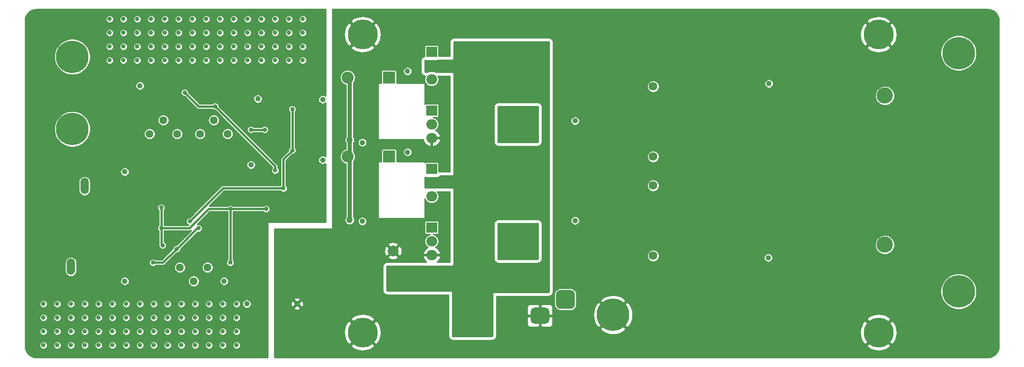
<source format=gbr>
%TF.GenerationSoftware,KiCad,Pcbnew,5.1.10*%
%TF.CreationDate,2021-08-13T16:06:35+12:00*%
%TF.ProjectId,D-Class_Amp,442d436c-6173-4735-9f41-6d702e6b6963,rev?*%
%TF.SameCoordinates,Original*%
%TF.FileFunction,Copper,L2,Bot*%
%TF.FilePolarity,Positive*%
%FSLAX46Y46*%
G04 Gerber Fmt 4.6, Leading zero omitted, Abs format (unit mm)*
G04 Created by KiCad (PCBNEW 5.1.10) date 2021-08-13 16:06:35*
%MOMM*%
%LPD*%
G01*
G04 APERTURE LIST*
%TA.AperFunction,ComponentPad*%
%ADD10C,5.500000*%
%TD*%
%TA.AperFunction,ComponentPad*%
%ADD11R,3.500000X3.500000*%
%TD*%
%TA.AperFunction,ComponentPad*%
%ADD12C,0.800000*%
%TD*%
%TA.AperFunction,ComponentPad*%
%ADD13C,6.000000*%
%TD*%
%TA.AperFunction,ComponentPad*%
%ADD14O,1.508000X3.016000*%
%TD*%
%TA.AperFunction,ComponentPad*%
%ADD15O,2.000000X1.905000*%
%TD*%
%TA.AperFunction,ComponentPad*%
%ADD16R,2.000000X1.905000*%
%TD*%
%TA.AperFunction,ComponentPad*%
%ADD17C,1.000000*%
%TD*%
%TA.AperFunction,ComponentPad*%
%ADD18C,3.000000*%
%TD*%
%TA.AperFunction,ComponentPad*%
%ADD19C,1.590000*%
%TD*%
%TA.AperFunction,ComponentPad*%
%ADD20O,2.200000X2.200000*%
%TD*%
%TA.AperFunction,ComponentPad*%
%ADD21R,2.200000X2.200000*%
%TD*%
%TA.AperFunction,ComponentPad*%
%ADD22C,2.000000*%
%TD*%
%TA.AperFunction,ComponentPad*%
%ADD23R,2.000000X2.000000*%
%TD*%
%TA.AperFunction,ComponentPad*%
%ADD24C,1.440000*%
%TD*%
%TA.AperFunction,ViaPad*%
%ADD25C,0.800000*%
%TD*%
%TA.AperFunction,ViaPad*%
%ADD26C,1.200000*%
%TD*%
%TA.AperFunction,Conductor*%
%ADD27C,0.400000*%
%TD*%
%TA.AperFunction,Conductor*%
%ADD28C,0.800000*%
%TD*%
%TA.AperFunction,NonConductor*%
%ADD29C,0.254000*%
%TD*%
%TA.AperFunction,NonConductor*%
%ADD30C,0.100000*%
%TD*%
%TA.AperFunction,Conductor*%
%ADD31C,0.254000*%
%TD*%
%TA.AperFunction,Conductor*%
%ADD32C,0.100000*%
%TD*%
G04 APERTURE END LIST*
D10*
%TO.P,M3,1*%
%TO.N,GND*%
X236842000Y-127446000D03*
%TD*%
%TO.P,M3,1*%
%TO.N,GND*%
X236842000Y-72446000D03*
%TD*%
%TO.P,M3,1*%
%TO.N,GND*%
X141842000Y-127446000D03*
%TD*%
%TO.P,M3,1*%
%TO.N,GND*%
X141842000Y-72446000D03*
%TD*%
%TO.P,J101,3*%
%TO.N,N/C*%
%TA.AperFunction,ComponentPad*%
G36*
G01*
X180073000Y-123114000D02*
X178323000Y-123114000D01*
G75*
G02*
X177448000Y-122239000I0J875000D01*
G01*
X177448000Y-120489000D01*
G75*
G02*
X178323000Y-119614000I875000J0D01*
G01*
X180073000Y-119614000D01*
G75*
G02*
X180948000Y-120489000I0J-875000D01*
G01*
X180948000Y-122239000D01*
G75*
G02*
X180073000Y-123114000I-875000J0D01*
G01*
G37*
%TD.AperFunction*%
%TO.P,J101,2*%
%TO.N,GND*%
%TA.AperFunction,ComponentPad*%
G36*
G01*
X175498000Y-125864000D02*
X173498000Y-125864000D01*
G75*
G02*
X172748000Y-125114000I0J750000D01*
G01*
X172748000Y-123614000D01*
G75*
G02*
X173498000Y-122864000I750000J0D01*
G01*
X175498000Y-122864000D01*
G75*
G02*
X176248000Y-123614000I0J-750000D01*
G01*
X176248000Y-125114000D01*
G75*
G02*
X175498000Y-125864000I-750000J0D01*
G01*
G37*
%TD.AperFunction*%
D11*
%TO.P,J101,1*%
%TO.N,VDD*%
X174498000Y-118364000D03*
%TD*%
D12*
%TO.P,GNDS,1*%
%TO.N,GNDS*%
X89982990Y-74990010D03*
X88392000Y-74331000D03*
X86801010Y-74990010D03*
X86142000Y-76581000D03*
X86801010Y-78171990D03*
X88392000Y-78831000D03*
X89982990Y-78171990D03*
X90642000Y-76581000D03*
D13*
X88392000Y-76581000D03*
%TD*%
D12*
%TO.P,SIG,1*%
%TO.N,/Input_Stage/SIG_IN*%
X89982990Y-88325010D03*
X88392000Y-87666000D03*
X86801010Y-88325010D03*
X86142000Y-89916000D03*
X86801010Y-91506990D03*
X88392000Y-92166000D03*
X89982990Y-91506990D03*
X90642000Y-89916000D03*
D13*
X88392000Y-89916000D03*
%TD*%
D14*
%TO.P,J102,T*%
%TO.N,/Input_Stage/SIG_IN*%
X90638000Y-100416000D03*
%TO.P,J102,S*%
%TO.N,GNDS*%
X88138000Y-115316000D03*
%TD*%
D13*
%TO.P,LS101,2*%
%TO.N,/Output_Filter/~SPEAKER_OUT*%
X251587000Y-119888000D03*
D12*
X253177990Y-121449990D03*
X253837000Y-119859000D03*
X253177990Y-118268010D03*
X251587000Y-122109000D03*
X249337000Y-119859000D03*
X251587000Y-117609000D03*
X249996010Y-121449990D03*
X249996010Y-118268010D03*
%TO.P,LS101,1*%
%TO.N,/Output_Filter/SPEAKER_OUT*%
X249996010Y-77507990D03*
X251587000Y-78167000D03*
D13*
X251587000Y-75888000D03*
D12*
X249996010Y-74326010D03*
X251587000Y-73667000D03*
X249337000Y-75917000D03*
X253177990Y-74326010D03*
X253837000Y-75917000D03*
X253177990Y-77507990D03*
%TD*%
D15*
%TO.P,Q504,2*%
%TO.N,/Power_Stage/~P_OUT*%
X154559000Y-110617000D03*
D16*
%TO.P,Q504,1*%
%TO.N,Net-(Q504-Pad1)*%
X154559000Y-108077000D03*
D15*
%TO.P,Q504,3*%
%TO.N,GND*%
X154559000Y-113157000D03*
D12*
%TO.P,Q504,4*%
%TO.N,/Power_Stage/~P_OUT*%
X167850000Y-113201000D03*
X167850000Y-111493000D03*
X167850000Y-109785000D03*
X167850000Y-108077000D03*
X169558000Y-113201000D03*
X169558000Y-111493000D03*
X169558000Y-109785000D03*
X169558000Y-108077000D03*
X171266000Y-113201000D03*
X171266000Y-111493000D03*
X171266000Y-109785000D03*
X171266000Y-108077000D03*
X172974000Y-113201000D03*
X172974000Y-111493000D03*
X172974000Y-109785000D03*
X172974000Y-108077000D03*
%TD*%
D15*
%TO.P,Q503,2*%
%TO.N,VDD*%
X154559000Y-99822000D03*
D16*
%TO.P,Q503,1*%
%TO.N,Net-(Q503-Pad1)*%
X154559000Y-97282000D03*
D15*
%TO.P,Q503,3*%
%TO.N,/Power_Stage/~P_OUT*%
X154559000Y-102362000D03*
D12*
%TO.P,Q503,4*%
%TO.N,VDD*%
X167850000Y-102406000D03*
X167850000Y-100698000D03*
X167850000Y-98990000D03*
X167850000Y-97282000D03*
X169558000Y-102406000D03*
X169558000Y-100698000D03*
X169558000Y-98990000D03*
X169558000Y-97282000D03*
X171266000Y-102406000D03*
X171266000Y-100698000D03*
X171266000Y-98990000D03*
X171266000Y-97282000D03*
X172974000Y-102406000D03*
X172974000Y-100698000D03*
X172974000Y-98990000D03*
X172974000Y-97282000D03*
%TD*%
D15*
%TO.P,Q502,2*%
%TO.N,/Power_Stage/P_OUT*%
X154559000Y-89027000D03*
D16*
%TO.P,Q502,1*%
%TO.N,Net-(Q502-Pad1)*%
X154559000Y-86487000D03*
D15*
%TO.P,Q502,3*%
%TO.N,GND*%
X154559000Y-91567000D03*
D12*
%TO.P,Q502,4*%
%TO.N,/Power_Stage/P_OUT*%
X167850000Y-91611000D03*
X167850000Y-89903000D03*
X167850000Y-88195000D03*
X167850000Y-86487000D03*
X169558000Y-91611000D03*
X169558000Y-89903000D03*
X169558000Y-88195000D03*
X169558000Y-86487000D03*
X171266000Y-91611000D03*
X171266000Y-89903000D03*
X171266000Y-88195000D03*
X171266000Y-86487000D03*
X172974000Y-91611000D03*
X172974000Y-89903000D03*
X172974000Y-88195000D03*
X172974000Y-86487000D03*
%TD*%
D15*
%TO.P,Q501,2*%
%TO.N,VDD*%
X154559000Y-78232000D03*
D16*
%TO.P,Q501,1*%
%TO.N,Net-(Q501-Pad1)*%
X154559000Y-75692000D03*
D15*
%TO.P,Q501,3*%
%TO.N,/Power_Stage/P_OUT*%
X154559000Y-80772000D03*
D12*
%TO.P,Q501,4*%
%TO.N,VDD*%
X167850000Y-80816000D03*
X167850000Y-79108000D03*
X167850000Y-77400000D03*
X167850000Y-75692000D03*
X169558000Y-80816000D03*
X169558000Y-79108000D03*
X169558000Y-77400000D03*
X169558000Y-75692000D03*
X171266000Y-80816000D03*
X171266000Y-79108000D03*
X171266000Y-77400000D03*
X171266000Y-75692000D03*
X172974000Y-80816000D03*
X172974000Y-79108000D03*
X172974000Y-77400000D03*
X172974000Y-75692000D03*
%TD*%
D17*
%TO.P,TP504,1*%
%TO.N,Net-(R505-Pad2)*%
X141795500Y-106934000D03*
%TD*%
%TO.P,TP503,1*%
%TO.N,Net-(R504-Pad2)*%
X150114000Y-94170500D03*
%TD*%
%TO.P,TP502,1*%
%TO.N,Net-(R503-Pad2)*%
X141795500Y-92392500D03*
%TD*%
%TO.P,TP501,1*%
%TO.N,Net-(R502-Pad2)*%
X150114000Y-79248000D03*
%TD*%
%TO.P,TP302,1*%
%TO.N,/S-PWM_Gen/sig_triangle*%
X122555000Y-84328000D03*
%TD*%
%TO.P,TP301,1*%
%TO.N,Net-(R301-Pad1)*%
X100838000Y-81915000D03*
%TD*%
%TO.P,TP202,1*%
%TO.N,Net-(RV201-Pad2)*%
X116332000Y-117983000D03*
%TD*%
%TO.P,TP201,1*%
%TO.N,Net-(C202-Pad1)*%
X98044000Y-117983000D03*
%TD*%
%TO.P,TP110,1*%
%TO.N,/Output_Filter/~SPEAKER_OUT*%
X216535000Y-113665000D03*
%TD*%
%TO.P,TP109,1*%
%TO.N,/Output_Filter/SPEAKER_OUT*%
X216662000Y-81534000D03*
%TD*%
%TO.P,TP108,1*%
%TO.N,/Power_Stage/~P_OUT*%
X180975000Y-106807000D03*
%TD*%
%TO.P,TP107,1*%
%TO.N,/Power_Stage/P_OUT*%
X180975000Y-88392000D03*
%TD*%
%TO.P,TP106,1*%
%TO.N,/Power_Stage/~S-PWM*%
X134493000Y-95631000D03*
%TD*%
%TO.P,TP105,1*%
%TO.N,/Power_Stage/S-PWM*%
X134493000Y-84455000D03*
%TD*%
%TO.P,TP104,1*%
%TO.N,/Input_Stage/FILT_OUT*%
X121285000Y-96520000D03*
%TD*%
%TO.P,TP103,1*%
%TO.N,/Input_Stage/SIG_IN*%
X98044000Y-97790000D03*
%TD*%
%TO.P,TP102,1*%
%TO.N,GNDS*%
X120523000Y-122174000D03*
%TD*%
%TO.P,TP101,1*%
%TO.N,GND*%
X129794000Y-122174000D03*
%TD*%
D18*
%TO.P,C403,2*%
%TO.N,/Output_Filter/~SPEAKER_OUT*%
X237998000Y-111252000D03*
%TO.P,C403,1*%
%TO.N,/Output_Filter/SPEAKER_OUT*%
X237998000Y-83752000D03*
%TD*%
D12*
%TO.P,H102,1*%
%TO.N,GND*%
X186369010Y-125796990D03*
X187960000Y-126456000D03*
X189550990Y-125796990D03*
X190210000Y-124206000D03*
X189550990Y-122615010D03*
X187960000Y-121956000D03*
X186369010Y-122615010D03*
X185710000Y-124206000D03*
D13*
X187960000Y-124206000D03*
%TD*%
D12*
%TO.P,H101,1*%
%TO.N,VDD*%
X160461010Y-125669990D03*
X162052000Y-126329000D03*
X163642990Y-125669990D03*
X164302000Y-124079000D03*
X163642990Y-122488010D03*
X162052000Y-121829000D03*
X160461010Y-122488010D03*
X159802000Y-124079000D03*
D13*
X162052000Y-124079000D03*
%TD*%
D19*
%TO.P,L401,2*%
%TO.N,/Output_Filter/SPEAKER_OUT*%
X195326000Y-82042000D03*
%TO.P,L401,1*%
%TO.N,/Power_Stage/P_OUT*%
X195326000Y-94996000D03*
%TD*%
%TO.P,L402,2*%
%TO.N,/Output_Filter/~SPEAKER_OUT*%
X195326000Y-113284000D03*
%TO.P,L402,1*%
%TO.N,/Power_Stage/~P_OUT*%
X195326000Y-100330000D03*
%TD*%
D20*
%TO.P,D502,2*%
%TO.N,+12V*%
X139065000Y-94996000D03*
D21*
%TO.P,D502,1*%
%TO.N,Net-(C503-Pad1)*%
X146685000Y-94996000D03*
%TD*%
D20*
%TO.P,D501,2*%
%TO.N,+12V*%
X139065000Y-80391000D03*
D21*
%TO.P,D501,1*%
%TO.N,Net-(C502-Pad1)*%
X146685000Y-80391000D03*
%TD*%
D22*
%TO.P,C104,2*%
%TO.N,GND*%
X147447000Y-112395000D03*
D23*
%TO.P,C104,1*%
%TO.N,VDD*%
X147447000Y-117395000D03*
%TD*%
D24*
%TO.P,RV201,1*%
%TO.N,Net-(RV201-Pad1)*%
X108204000Y-115443000D03*
%TO.P,RV201,2*%
%TO.N,Net-(RV201-Pad2)*%
X110744000Y-117983000D03*
%TO.P,RV201,3*%
%TO.N,/Input_Stage/C_OUT*%
X113284000Y-115443000D03*
%TD*%
%TO.P,RV302,1*%
%TO.N,Net-(C302-Pad2)*%
X116967000Y-90805000D03*
%TO.P,RV302,2*%
%TO.N,Net-(R301-Pad1)*%
X114427000Y-88265000D03*
%TO.P,RV302,3*%
%TO.N,Net-(RV302-Pad3)*%
X111887000Y-90805000D03*
%TD*%
%TO.P,RV301,1*%
%TO.N,Net-(R302-Pad2)*%
X107696000Y-90805000D03*
%TO.P,RV301,2*%
%TO.N,Net-(R301-Pad2)*%
X105156000Y-88265000D03*
%TO.P,RV301,3*%
%TO.N,Net-(RV301-Pad3)*%
X102616000Y-90805000D03*
%TD*%
D25*
%TO.N,*%
X125730000Y-77216000D03*
X128270000Y-69596000D03*
X113030000Y-77216000D03*
X125730000Y-69596000D03*
X125730000Y-74676000D03*
X100330000Y-74676000D03*
X115570000Y-74676000D03*
X100330000Y-77216000D03*
X107950000Y-69596000D03*
X110490000Y-74676000D03*
X128270000Y-77216000D03*
X105410000Y-77216000D03*
X123190000Y-72136000D03*
X110490000Y-77216000D03*
X113030000Y-74676000D03*
X130810000Y-77216000D03*
X118110000Y-72136000D03*
X95250000Y-69596000D03*
X110490000Y-69596000D03*
X123190000Y-77216000D03*
X97790000Y-72136000D03*
X102870000Y-69596000D03*
X120650000Y-72136000D03*
X120650000Y-69596000D03*
X107950000Y-74676000D03*
X125730000Y-72136000D03*
X107950000Y-72136000D03*
X118110000Y-74676000D03*
X130810000Y-74676000D03*
X95250000Y-77216000D03*
X102870000Y-77216000D03*
X115570000Y-69596000D03*
X105410000Y-72136000D03*
X118110000Y-69596000D03*
X100330000Y-69596000D03*
X95250000Y-72136000D03*
X105410000Y-74676000D03*
X123190000Y-74676000D03*
X110490000Y-72136000D03*
X130810000Y-72136000D03*
X120650000Y-77216000D03*
X128270000Y-72136000D03*
X102870000Y-74676000D03*
X128270000Y-74676000D03*
X97790000Y-74676000D03*
X97790000Y-77216000D03*
X102870000Y-72136000D03*
X105410000Y-69596000D03*
X100330000Y-72136000D03*
X123190000Y-69596000D03*
X130810000Y-69596000D03*
X115570000Y-77216000D03*
X107950000Y-77216000D03*
X95250000Y-74676000D03*
X113030000Y-69596000D03*
X115570000Y-72136000D03*
X120650000Y-74676000D03*
X113030000Y-72136000D03*
X97790000Y-69596000D03*
X118110000Y-77216000D03*
%TO.N,/Input_Stage/B_OUT*%
X103251000Y-114554000D03*
X107594731Y-112039731D03*
X111633000Y-108204000D03*
%TO.N,+2V5*%
X104775000Y-108204000D03*
X104775000Y-104394000D03*
X124079000Y-104648000D03*
X117475000Y-104648000D03*
X125730003Y-97535997D03*
X114681000Y-85725000D03*
X109093000Y-83185000D03*
X117475000Y-114554000D03*
X105029000Y-111379000D03*
%TO.N,GNDS*%
X83058000Y-122174000D03*
X85598000Y-122174000D03*
X88138000Y-122174000D03*
X90678000Y-122174000D03*
X93218000Y-122174000D03*
X95758000Y-122174000D03*
X98298000Y-122174000D03*
X100838000Y-122174000D03*
X103378000Y-122174000D03*
X105918000Y-122174000D03*
X108458000Y-122174000D03*
X110998000Y-122174000D03*
X113538000Y-122174000D03*
X116078000Y-122174000D03*
X118618000Y-122174000D03*
X83058000Y-124714000D03*
X85598000Y-124714000D03*
X88138000Y-124714000D03*
X90678000Y-124714000D03*
X93218000Y-124714000D03*
X95758000Y-124714000D03*
X98298000Y-124714000D03*
X100838000Y-124714000D03*
X103378000Y-124714000D03*
X105918000Y-124714000D03*
X108458000Y-124714000D03*
X110998000Y-124714000D03*
X113538000Y-124714000D03*
X116078000Y-124714000D03*
X118618000Y-124714000D03*
X83058000Y-127254000D03*
X85598000Y-127254000D03*
X88138000Y-127254000D03*
X90678000Y-127254000D03*
X93218000Y-127254000D03*
X95758000Y-127254000D03*
X98298000Y-127254000D03*
X100838000Y-127254000D03*
X103378000Y-127254000D03*
X105918000Y-127254000D03*
X108458000Y-127254000D03*
X110998000Y-127254000D03*
X113538000Y-127254000D03*
X116078000Y-127254000D03*
X118618000Y-127254000D03*
X83058000Y-129794000D03*
X85598000Y-129794000D03*
X88138000Y-129794000D03*
X90678000Y-129794000D03*
X93218000Y-129794000D03*
X95758000Y-129794000D03*
X98298000Y-129794000D03*
X100838000Y-129794000D03*
X103378000Y-129794000D03*
X105918000Y-129794000D03*
X108458000Y-129794000D03*
X110998000Y-129794000D03*
X113538000Y-129794000D03*
X116078000Y-129794000D03*
X118618000Y-129794000D03*
%TO.N,+5V*%
X127254000Y-100838000D03*
X128905000Y-93853000D03*
X128905000Y-86233000D03*
X110032999Y-106934000D03*
%TO.N,GND*%
X198882000Y-89535000D03*
X201422000Y-89535000D03*
X203962000Y-89535000D03*
X206502000Y-89535000D03*
X209042000Y-89535000D03*
X211582000Y-89535000D03*
X214122000Y-89535000D03*
X219202000Y-89535000D03*
X221742000Y-89535000D03*
X224282000Y-89535000D03*
X226822000Y-89535000D03*
X229362000Y-89535000D03*
X231902000Y-89535000D03*
X234442000Y-89535000D03*
X236982000Y-89535000D03*
X239522000Y-89535000D03*
X242062000Y-89535000D03*
X244602000Y-89535000D03*
X247142000Y-89535000D03*
X249682000Y-89535000D03*
X252222000Y-89535000D03*
X254762000Y-89535000D03*
X198882000Y-92075000D03*
X201422000Y-92075000D03*
X203962000Y-92075000D03*
X206502000Y-92075000D03*
X209042000Y-92075000D03*
X211582000Y-92075000D03*
X214122000Y-92075000D03*
X216662000Y-92075000D03*
X219202000Y-92075000D03*
X221742000Y-92075000D03*
X224282000Y-92075000D03*
X226822000Y-92075000D03*
X229362000Y-92075000D03*
X231902000Y-92075000D03*
X234442000Y-92075000D03*
X236982000Y-92075000D03*
X239522000Y-92075000D03*
X242062000Y-92075000D03*
X244602000Y-92075000D03*
X247142000Y-92075000D03*
X249682000Y-92075000D03*
X252222000Y-92075000D03*
X254762000Y-92075000D03*
X198882000Y-94615000D03*
X201422000Y-94615000D03*
X203962000Y-94615000D03*
X206502000Y-94615000D03*
X209042000Y-94615000D03*
X211582000Y-94615000D03*
X214122000Y-94615000D03*
X216662000Y-94615000D03*
X219202000Y-94615000D03*
X221742000Y-94615000D03*
X224282000Y-94615000D03*
X226822000Y-94615000D03*
X229362000Y-94615000D03*
X231902000Y-94615000D03*
X234442000Y-94615000D03*
X236982000Y-94615000D03*
X239522000Y-94615000D03*
X242062000Y-94615000D03*
X244602000Y-94615000D03*
X247142000Y-94615000D03*
X249682000Y-94615000D03*
X252222000Y-94615000D03*
X254762000Y-94615000D03*
X198882000Y-97155000D03*
X201422000Y-97155000D03*
X203962000Y-97155000D03*
X206502000Y-97155000D03*
X209042000Y-97155000D03*
X211582000Y-97155000D03*
X214122000Y-97155000D03*
X216662000Y-97155000D03*
X219202000Y-97155000D03*
X221742000Y-97155000D03*
X224282000Y-97155000D03*
X226822000Y-97155000D03*
X229362000Y-97155000D03*
X231902000Y-97155000D03*
X234442000Y-97155000D03*
X236982000Y-97155000D03*
X239522000Y-97155000D03*
X242062000Y-97155000D03*
X244602000Y-97155000D03*
X247142000Y-97155000D03*
X249682000Y-97155000D03*
X252222000Y-97155000D03*
X254762000Y-97155000D03*
X198882000Y-99695000D03*
X201422000Y-99695000D03*
X203962000Y-99695000D03*
X206502000Y-99695000D03*
X209042000Y-99695000D03*
X211582000Y-99695000D03*
X214122000Y-99695000D03*
X216662000Y-99695000D03*
X219202000Y-99695000D03*
X221742000Y-99695000D03*
X224282000Y-99695000D03*
X226822000Y-99695000D03*
X229362000Y-99695000D03*
X231902000Y-99695000D03*
X234442000Y-99695000D03*
X236982000Y-99695000D03*
X239522000Y-99695000D03*
X242062000Y-99695000D03*
X244602000Y-99695000D03*
X247142000Y-99695000D03*
X249682000Y-99695000D03*
X252222000Y-99695000D03*
X254762000Y-99695000D03*
X198882000Y-102235000D03*
X201422000Y-102235000D03*
X203962000Y-102235000D03*
X206502000Y-102235000D03*
X209042000Y-102235000D03*
X211582000Y-102235000D03*
X214122000Y-102235000D03*
X216662000Y-102235000D03*
X219202000Y-102235000D03*
X221742000Y-102235000D03*
X224282000Y-102235000D03*
X226822000Y-102235000D03*
X229362000Y-102235000D03*
X231902000Y-102235000D03*
X234442000Y-102235000D03*
X236982000Y-102235000D03*
X239522000Y-102235000D03*
X242062000Y-102235000D03*
X244602000Y-102235000D03*
X247142000Y-102235000D03*
X249682000Y-102235000D03*
X252222000Y-102235000D03*
X254762000Y-102235000D03*
X198882000Y-104775000D03*
X201422000Y-104775000D03*
X203962000Y-104775000D03*
X206502000Y-104775000D03*
X209042000Y-104775000D03*
X211582000Y-104775000D03*
X214122000Y-104775000D03*
X219202000Y-104775000D03*
X221742000Y-104775000D03*
X224282000Y-104775000D03*
X226822000Y-104775000D03*
X229362000Y-104775000D03*
X231902000Y-104775000D03*
X234442000Y-104775000D03*
X236982000Y-104775000D03*
X239522000Y-104775000D03*
X242062000Y-104775000D03*
X244602000Y-104775000D03*
X247142000Y-104775000D03*
X249682000Y-104775000D03*
X252222000Y-104775000D03*
X254762000Y-104775000D03*
X178816000Y-69850000D03*
X181356000Y-69850000D03*
X183896000Y-69850000D03*
X186436000Y-69850000D03*
X188976000Y-69850000D03*
X191516000Y-69850000D03*
X194056000Y-69850000D03*
X196596000Y-69850000D03*
X199136000Y-69850000D03*
X201676000Y-69850000D03*
X204216000Y-69850000D03*
X206756000Y-69850000D03*
X209296000Y-69850000D03*
X211836000Y-69850000D03*
X214376000Y-69850000D03*
X216916000Y-69850000D03*
X219456000Y-69850000D03*
X221996000Y-69850000D03*
X224536000Y-69850000D03*
X227076000Y-69850000D03*
X229616000Y-69850000D03*
X232156000Y-69850000D03*
X178816000Y-72390000D03*
X181356000Y-72390000D03*
X183896000Y-72390000D03*
X186436000Y-72390000D03*
X188976000Y-72390000D03*
X191516000Y-72390000D03*
X194056000Y-72390000D03*
X196596000Y-72390000D03*
X199136000Y-72390000D03*
X201676000Y-72390000D03*
X204216000Y-72390000D03*
X206756000Y-72390000D03*
X209296000Y-72390000D03*
X211836000Y-72390000D03*
X214376000Y-72390000D03*
X216916000Y-72390000D03*
X219456000Y-72390000D03*
X221996000Y-72390000D03*
X224536000Y-72390000D03*
X227076000Y-72390000D03*
X229616000Y-72390000D03*
X232156000Y-72390000D03*
X178816000Y-74930000D03*
X181356000Y-74930000D03*
X183896000Y-74930000D03*
X186436000Y-74930000D03*
X188976000Y-74930000D03*
X191516000Y-74930000D03*
X194056000Y-74930000D03*
X196596000Y-74930000D03*
X199136000Y-74930000D03*
X201676000Y-74930000D03*
X204216000Y-74930000D03*
X206756000Y-74930000D03*
X209296000Y-74930000D03*
X211836000Y-74930000D03*
X214376000Y-74930000D03*
X216916000Y-74930000D03*
X219456000Y-74930000D03*
X221996000Y-74930000D03*
X224536000Y-74930000D03*
X227076000Y-74930000D03*
X229616000Y-74930000D03*
X232156000Y-74930000D03*
X178816000Y-77470000D03*
X181356000Y-77470000D03*
X183896000Y-77470000D03*
X186436000Y-77470000D03*
X188976000Y-77470000D03*
X191516000Y-77470000D03*
X194056000Y-77470000D03*
X196596000Y-77470000D03*
X199136000Y-77470000D03*
X201676000Y-77470000D03*
X204216000Y-77470000D03*
X206756000Y-77470000D03*
X209296000Y-77470000D03*
X211836000Y-77470000D03*
X214376000Y-77470000D03*
X216916000Y-77470000D03*
X219456000Y-77470000D03*
X221996000Y-77470000D03*
X224536000Y-77470000D03*
X227076000Y-77470000D03*
X229616000Y-77470000D03*
X232156000Y-77470000D03*
X193548000Y-117348000D03*
X196088000Y-117348000D03*
X198628000Y-117348000D03*
X201168000Y-117348000D03*
X203708000Y-117348000D03*
X206248000Y-117348000D03*
X208788000Y-117348000D03*
X211328000Y-117348000D03*
X213868000Y-117348000D03*
X216408000Y-117348000D03*
X218948000Y-117348000D03*
X221488000Y-117348000D03*
X224028000Y-117348000D03*
X226568000Y-117348000D03*
X229108000Y-117348000D03*
X231648000Y-117348000D03*
X193548000Y-119888000D03*
X196088000Y-119888000D03*
X198628000Y-119888000D03*
X201168000Y-119888000D03*
X203708000Y-119888000D03*
X206248000Y-119888000D03*
X208788000Y-119888000D03*
X211328000Y-119888000D03*
X213868000Y-119888000D03*
X216408000Y-119888000D03*
X218948000Y-119888000D03*
X221488000Y-119888000D03*
X224028000Y-119888000D03*
X226568000Y-119888000D03*
X229108000Y-119888000D03*
X231648000Y-119888000D03*
X193548000Y-122428000D03*
X196088000Y-122428000D03*
X198628000Y-122428000D03*
X201168000Y-122428000D03*
X203708000Y-122428000D03*
X206248000Y-122428000D03*
X208788000Y-122428000D03*
X211328000Y-122428000D03*
X213868000Y-122428000D03*
X216408000Y-122428000D03*
X218948000Y-122428000D03*
X221488000Y-122428000D03*
X224028000Y-122428000D03*
X226568000Y-122428000D03*
X229108000Y-122428000D03*
X231648000Y-122428000D03*
X193548000Y-124968000D03*
X196088000Y-124968000D03*
X198628000Y-124968000D03*
X201168000Y-124968000D03*
X203708000Y-124968000D03*
X206248000Y-124968000D03*
X208788000Y-124968000D03*
X211328000Y-124968000D03*
X213868000Y-124968000D03*
X216408000Y-124968000D03*
X218948000Y-124968000D03*
X221488000Y-124968000D03*
X224028000Y-124968000D03*
X226568000Y-124968000D03*
X229108000Y-124968000D03*
X231648000Y-124968000D03*
X193548000Y-127508000D03*
X196088000Y-127508000D03*
X198628000Y-127508000D03*
X201168000Y-127508000D03*
X203708000Y-127508000D03*
X206248000Y-127508000D03*
X208788000Y-127508000D03*
X211328000Y-127508000D03*
X213868000Y-127508000D03*
X216408000Y-127508000D03*
X218948000Y-127508000D03*
X221488000Y-127508000D03*
X224028000Y-127508000D03*
X226568000Y-127508000D03*
X229108000Y-127508000D03*
X231648000Y-127508000D03*
X193548000Y-130048000D03*
X196088000Y-130048000D03*
X198628000Y-130048000D03*
X201168000Y-130048000D03*
X203708000Y-130048000D03*
X206248000Y-130048000D03*
X208788000Y-130048000D03*
X211328000Y-130048000D03*
X213868000Y-130048000D03*
X216408000Y-130048000D03*
X218948000Y-130048000D03*
X221488000Y-130048000D03*
X224028000Y-130048000D03*
X226568000Y-130048000D03*
X229108000Y-130048000D03*
X231648000Y-130048000D03*
D26*
%TO.N,+12V*%
X139446000Y-106680000D03*
X139446000Y-91948000D03*
D25*
%TO.N,/Input_Stage/FILT_OUT*%
X121285000Y-90043000D03*
X123825000Y-90043000D03*
%TD*%
D27*
%TO.N,/Input_Stage/B_OUT*%
X105080462Y-114554000D02*
X107594731Y-112039731D01*
X103251000Y-114554000D02*
X105080462Y-114554000D01*
X111430462Y-108204000D02*
X111633000Y-108204000D01*
X107594731Y-112039731D02*
X111430462Y-108204000D01*
%TO.N,+2V5*%
X104775000Y-104394000D02*
X104775000Y-108204000D01*
X124079000Y-104648000D02*
X117475000Y-104648000D01*
X125730003Y-96774003D02*
X114681000Y-85725000D01*
X125730003Y-97535997D02*
X125730003Y-96774003D01*
X111633000Y-85725000D02*
X109093000Y-83185000D01*
X114681000Y-85725000D02*
X111633000Y-85725000D01*
X109947001Y-108204000D02*
X104775000Y-108204000D01*
X113503001Y-104648000D02*
X109947001Y-108204000D01*
X117475000Y-104648000D02*
X113503001Y-104648000D01*
X117475000Y-104648000D02*
X117475000Y-114554000D01*
X104775000Y-111125000D02*
X104775000Y-108204000D01*
X105029000Y-111379000D02*
X104775000Y-111125000D01*
%TO.N,+5V*%
X127254000Y-95504000D02*
X128905000Y-93853000D01*
X127254000Y-100838000D02*
X127254000Y-95504000D01*
X128905000Y-93853000D02*
X128905000Y-86233000D01*
X116128999Y-100838000D02*
X110032999Y-106934000D01*
X127254000Y-100838000D02*
X116128999Y-100838000D01*
D28*
%TO.N,+12V*%
X139446000Y-95377000D02*
X139065000Y-94996000D01*
X139446000Y-106553000D02*
X139446000Y-95377000D01*
X139446000Y-94615000D02*
X139065000Y-94996000D01*
X139446000Y-91821000D02*
X139446000Y-94615000D01*
X139446000Y-80772000D02*
X139065000Y-80391000D01*
X139446000Y-91821000D02*
X139446000Y-80772000D01*
D27*
%TO.N,/Input_Stage/FILT_OUT*%
X121285000Y-90043000D02*
X123825000Y-90043000D01*
%TD*%
D29*
X135001832Y-83800367D02*
X134884731Y-83722123D01*
X134734227Y-83659782D01*
X134574452Y-83628000D01*
X134411548Y-83628000D01*
X134251773Y-83659782D01*
X134101269Y-83722123D01*
X133965819Y-83812628D01*
X133850628Y-83927819D01*
X133760123Y-84063269D01*
X133697782Y-84213773D01*
X133666000Y-84373548D01*
X133666000Y-84536452D01*
X133697782Y-84696227D01*
X133760123Y-84846731D01*
X133850628Y-84982181D01*
X133965819Y-85097372D01*
X134101269Y-85187877D01*
X134251773Y-85250218D01*
X134411548Y-85282000D01*
X134574452Y-85282000D01*
X134734227Y-85250218D01*
X134884731Y-85187877D01*
X135001785Y-85109664D01*
X135001434Y-94976102D01*
X134884731Y-94898123D01*
X134734227Y-94835782D01*
X134574452Y-94804000D01*
X134411548Y-94804000D01*
X134251773Y-94835782D01*
X134101269Y-94898123D01*
X133965819Y-94988628D01*
X133850628Y-95103819D01*
X133760123Y-95239269D01*
X133697782Y-95389773D01*
X133666000Y-95549548D01*
X133666000Y-95712452D01*
X133697782Y-95872227D01*
X133760123Y-96022731D01*
X133850628Y-96158181D01*
X133965819Y-96273372D01*
X134101269Y-96363877D01*
X134251773Y-96426218D01*
X134411548Y-96458000D01*
X134574452Y-96458000D01*
X134734227Y-96426218D01*
X134884731Y-96363877D01*
X135001388Y-96285929D01*
X135001005Y-107061000D01*
X124460000Y-107061000D01*
X124435224Y-107063440D01*
X124411399Y-107070667D01*
X124389443Y-107082403D01*
X124370197Y-107098197D01*
X124354403Y-107117443D01*
X124342667Y-107139399D01*
X124335440Y-107163224D01*
X124333000Y-107187943D01*
X124321809Y-132094000D01*
X81859215Y-132094000D01*
X81425115Y-132051436D01*
X81024104Y-131930365D01*
X80654245Y-131733706D01*
X80329635Y-131468960D01*
X80062626Y-131146201D01*
X79863394Y-130777730D01*
X79739526Y-130377578D01*
X79694000Y-129944422D01*
X79694000Y-129722397D01*
X82331000Y-129722397D01*
X82331000Y-129865603D01*
X82358938Y-130006058D01*
X82413741Y-130138364D01*
X82493302Y-130257436D01*
X82594564Y-130358698D01*
X82713636Y-130438259D01*
X82845942Y-130493062D01*
X82986397Y-130521000D01*
X83129603Y-130521000D01*
X83270058Y-130493062D01*
X83402364Y-130438259D01*
X83521436Y-130358698D01*
X83622698Y-130257436D01*
X83702259Y-130138364D01*
X83757062Y-130006058D01*
X83785000Y-129865603D01*
X83785000Y-129722397D01*
X84871000Y-129722397D01*
X84871000Y-129865603D01*
X84898938Y-130006058D01*
X84953741Y-130138364D01*
X85033302Y-130257436D01*
X85134564Y-130358698D01*
X85253636Y-130438259D01*
X85385942Y-130493062D01*
X85526397Y-130521000D01*
X85669603Y-130521000D01*
X85810058Y-130493062D01*
X85942364Y-130438259D01*
X86061436Y-130358698D01*
X86162698Y-130257436D01*
X86242259Y-130138364D01*
X86297062Y-130006058D01*
X86325000Y-129865603D01*
X86325000Y-129722397D01*
X87411000Y-129722397D01*
X87411000Y-129865603D01*
X87438938Y-130006058D01*
X87493741Y-130138364D01*
X87573302Y-130257436D01*
X87674564Y-130358698D01*
X87793636Y-130438259D01*
X87925942Y-130493062D01*
X88066397Y-130521000D01*
X88209603Y-130521000D01*
X88350058Y-130493062D01*
X88482364Y-130438259D01*
X88601436Y-130358698D01*
X88702698Y-130257436D01*
X88782259Y-130138364D01*
X88837062Y-130006058D01*
X88865000Y-129865603D01*
X88865000Y-129722397D01*
X89951000Y-129722397D01*
X89951000Y-129865603D01*
X89978938Y-130006058D01*
X90033741Y-130138364D01*
X90113302Y-130257436D01*
X90214564Y-130358698D01*
X90333636Y-130438259D01*
X90465942Y-130493062D01*
X90606397Y-130521000D01*
X90749603Y-130521000D01*
X90890058Y-130493062D01*
X91022364Y-130438259D01*
X91141436Y-130358698D01*
X91242698Y-130257436D01*
X91322259Y-130138364D01*
X91377062Y-130006058D01*
X91405000Y-129865603D01*
X91405000Y-129722397D01*
X92491000Y-129722397D01*
X92491000Y-129865603D01*
X92518938Y-130006058D01*
X92573741Y-130138364D01*
X92653302Y-130257436D01*
X92754564Y-130358698D01*
X92873636Y-130438259D01*
X93005942Y-130493062D01*
X93146397Y-130521000D01*
X93289603Y-130521000D01*
X93430058Y-130493062D01*
X93562364Y-130438259D01*
X93681436Y-130358698D01*
X93782698Y-130257436D01*
X93862259Y-130138364D01*
X93917062Y-130006058D01*
X93945000Y-129865603D01*
X93945000Y-129722397D01*
X95031000Y-129722397D01*
X95031000Y-129865603D01*
X95058938Y-130006058D01*
X95113741Y-130138364D01*
X95193302Y-130257436D01*
X95294564Y-130358698D01*
X95413636Y-130438259D01*
X95545942Y-130493062D01*
X95686397Y-130521000D01*
X95829603Y-130521000D01*
X95970058Y-130493062D01*
X96102364Y-130438259D01*
X96221436Y-130358698D01*
X96322698Y-130257436D01*
X96402259Y-130138364D01*
X96457062Y-130006058D01*
X96485000Y-129865603D01*
X96485000Y-129722397D01*
X97571000Y-129722397D01*
X97571000Y-129865603D01*
X97598938Y-130006058D01*
X97653741Y-130138364D01*
X97733302Y-130257436D01*
X97834564Y-130358698D01*
X97953636Y-130438259D01*
X98085942Y-130493062D01*
X98226397Y-130521000D01*
X98369603Y-130521000D01*
X98510058Y-130493062D01*
X98642364Y-130438259D01*
X98761436Y-130358698D01*
X98862698Y-130257436D01*
X98942259Y-130138364D01*
X98997062Y-130006058D01*
X99025000Y-129865603D01*
X99025000Y-129722397D01*
X100111000Y-129722397D01*
X100111000Y-129865603D01*
X100138938Y-130006058D01*
X100193741Y-130138364D01*
X100273302Y-130257436D01*
X100374564Y-130358698D01*
X100493636Y-130438259D01*
X100625942Y-130493062D01*
X100766397Y-130521000D01*
X100909603Y-130521000D01*
X101050058Y-130493062D01*
X101182364Y-130438259D01*
X101301436Y-130358698D01*
X101402698Y-130257436D01*
X101482259Y-130138364D01*
X101537062Y-130006058D01*
X101565000Y-129865603D01*
X101565000Y-129722397D01*
X102651000Y-129722397D01*
X102651000Y-129865603D01*
X102678938Y-130006058D01*
X102733741Y-130138364D01*
X102813302Y-130257436D01*
X102914564Y-130358698D01*
X103033636Y-130438259D01*
X103165942Y-130493062D01*
X103306397Y-130521000D01*
X103449603Y-130521000D01*
X103590058Y-130493062D01*
X103722364Y-130438259D01*
X103841436Y-130358698D01*
X103942698Y-130257436D01*
X104022259Y-130138364D01*
X104077062Y-130006058D01*
X104105000Y-129865603D01*
X104105000Y-129722397D01*
X105191000Y-129722397D01*
X105191000Y-129865603D01*
X105218938Y-130006058D01*
X105273741Y-130138364D01*
X105353302Y-130257436D01*
X105454564Y-130358698D01*
X105573636Y-130438259D01*
X105705942Y-130493062D01*
X105846397Y-130521000D01*
X105989603Y-130521000D01*
X106130058Y-130493062D01*
X106262364Y-130438259D01*
X106381436Y-130358698D01*
X106482698Y-130257436D01*
X106562259Y-130138364D01*
X106617062Y-130006058D01*
X106645000Y-129865603D01*
X106645000Y-129722397D01*
X107731000Y-129722397D01*
X107731000Y-129865603D01*
X107758938Y-130006058D01*
X107813741Y-130138364D01*
X107893302Y-130257436D01*
X107994564Y-130358698D01*
X108113636Y-130438259D01*
X108245942Y-130493062D01*
X108386397Y-130521000D01*
X108529603Y-130521000D01*
X108670058Y-130493062D01*
X108802364Y-130438259D01*
X108921436Y-130358698D01*
X109022698Y-130257436D01*
X109102259Y-130138364D01*
X109157062Y-130006058D01*
X109185000Y-129865603D01*
X109185000Y-129722397D01*
X110271000Y-129722397D01*
X110271000Y-129865603D01*
X110298938Y-130006058D01*
X110353741Y-130138364D01*
X110433302Y-130257436D01*
X110534564Y-130358698D01*
X110653636Y-130438259D01*
X110785942Y-130493062D01*
X110926397Y-130521000D01*
X111069603Y-130521000D01*
X111210058Y-130493062D01*
X111342364Y-130438259D01*
X111461436Y-130358698D01*
X111562698Y-130257436D01*
X111642259Y-130138364D01*
X111697062Y-130006058D01*
X111725000Y-129865603D01*
X111725000Y-129722397D01*
X112811000Y-129722397D01*
X112811000Y-129865603D01*
X112838938Y-130006058D01*
X112893741Y-130138364D01*
X112973302Y-130257436D01*
X113074564Y-130358698D01*
X113193636Y-130438259D01*
X113325942Y-130493062D01*
X113466397Y-130521000D01*
X113609603Y-130521000D01*
X113750058Y-130493062D01*
X113882364Y-130438259D01*
X114001436Y-130358698D01*
X114102698Y-130257436D01*
X114182259Y-130138364D01*
X114237062Y-130006058D01*
X114265000Y-129865603D01*
X114265000Y-129722397D01*
X115351000Y-129722397D01*
X115351000Y-129865603D01*
X115378938Y-130006058D01*
X115433741Y-130138364D01*
X115513302Y-130257436D01*
X115614564Y-130358698D01*
X115733636Y-130438259D01*
X115865942Y-130493062D01*
X116006397Y-130521000D01*
X116149603Y-130521000D01*
X116290058Y-130493062D01*
X116422364Y-130438259D01*
X116541436Y-130358698D01*
X116642698Y-130257436D01*
X116722259Y-130138364D01*
X116777062Y-130006058D01*
X116805000Y-129865603D01*
X116805000Y-129722397D01*
X117891000Y-129722397D01*
X117891000Y-129865603D01*
X117918938Y-130006058D01*
X117973741Y-130138364D01*
X118053302Y-130257436D01*
X118154564Y-130358698D01*
X118273636Y-130438259D01*
X118405942Y-130493062D01*
X118546397Y-130521000D01*
X118689603Y-130521000D01*
X118830058Y-130493062D01*
X118962364Y-130438259D01*
X119081436Y-130358698D01*
X119182698Y-130257436D01*
X119262259Y-130138364D01*
X119317062Y-130006058D01*
X119345000Y-129865603D01*
X119345000Y-129722397D01*
X119317062Y-129581942D01*
X119262259Y-129449636D01*
X119182698Y-129330564D01*
X119081436Y-129229302D01*
X118962364Y-129149741D01*
X118830058Y-129094938D01*
X118689603Y-129067000D01*
X118546397Y-129067000D01*
X118405942Y-129094938D01*
X118273636Y-129149741D01*
X118154564Y-129229302D01*
X118053302Y-129330564D01*
X117973741Y-129449636D01*
X117918938Y-129581942D01*
X117891000Y-129722397D01*
X116805000Y-129722397D01*
X116777062Y-129581942D01*
X116722259Y-129449636D01*
X116642698Y-129330564D01*
X116541436Y-129229302D01*
X116422364Y-129149741D01*
X116290058Y-129094938D01*
X116149603Y-129067000D01*
X116006397Y-129067000D01*
X115865942Y-129094938D01*
X115733636Y-129149741D01*
X115614564Y-129229302D01*
X115513302Y-129330564D01*
X115433741Y-129449636D01*
X115378938Y-129581942D01*
X115351000Y-129722397D01*
X114265000Y-129722397D01*
X114237062Y-129581942D01*
X114182259Y-129449636D01*
X114102698Y-129330564D01*
X114001436Y-129229302D01*
X113882364Y-129149741D01*
X113750058Y-129094938D01*
X113609603Y-129067000D01*
X113466397Y-129067000D01*
X113325942Y-129094938D01*
X113193636Y-129149741D01*
X113074564Y-129229302D01*
X112973302Y-129330564D01*
X112893741Y-129449636D01*
X112838938Y-129581942D01*
X112811000Y-129722397D01*
X111725000Y-129722397D01*
X111697062Y-129581942D01*
X111642259Y-129449636D01*
X111562698Y-129330564D01*
X111461436Y-129229302D01*
X111342364Y-129149741D01*
X111210058Y-129094938D01*
X111069603Y-129067000D01*
X110926397Y-129067000D01*
X110785942Y-129094938D01*
X110653636Y-129149741D01*
X110534564Y-129229302D01*
X110433302Y-129330564D01*
X110353741Y-129449636D01*
X110298938Y-129581942D01*
X110271000Y-129722397D01*
X109185000Y-129722397D01*
X109157062Y-129581942D01*
X109102259Y-129449636D01*
X109022698Y-129330564D01*
X108921436Y-129229302D01*
X108802364Y-129149741D01*
X108670058Y-129094938D01*
X108529603Y-129067000D01*
X108386397Y-129067000D01*
X108245942Y-129094938D01*
X108113636Y-129149741D01*
X107994564Y-129229302D01*
X107893302Y-129330564D01*
X107813741Y-129449636D01*
X107758938Y-129581942D01*
X107731000Y-129722397D01*
X106645000Y-129722397D01*
X106617062Y-129581942D01*
X106562259Y-129449636D01*
X106482698Y-129330564D01*
X106381436Y-129229302D01*
X106262364Y-129149741D01*
X106130058Y-129094938D01*
X105989603Y-129067000D01*
X105846397Y-129067000D01*
X105705942Y-129094938D01*
X105573636Y-129149741D01*
X105454564Y-129229302D01*
X105353302Y-129330564D01*
X105273741Y-129449636D01*
X105218938Y-129581942D01*
X105191000Y-129722397D01*
X104105000Y-129722397D01*
X104077062Y-129581942D01*
X104022259Y-129449636D01*
X103942698Y-129330564D01*
X103841436Y-129229302D01*
X103722364Y-129149741D01*
X103590058Y-129094938D01*
X103449603Y-129067000D01*
X103306397Y-129067000D01*
X103165942Y-129094938D01*
X103033636Y-129149741D01*
X102914564Y-129229302D01*
X102813302Y-129330564D01*
X102733741Y-129449636D01*
X102678938Y-129581942D01*
X102651000Y-129722397D01*
X101565000Y-129722397D01*
X101537062Y-129581942D01*
X101482259Y-129449636D01*
X101402698Y-129330564D01*
X101301436Y-129229302D01*
X101182364Y-129149741D01*
X101050058Y-129094938D01*
X100909603Y-129067000D01*
X100766397Y-129067000D01*
X100625942Y-129094938D01*
X100493636Y-129149741D01*
X100374564Y-129229302D01*
X100273302Y-129330564D01*
X100193741Y-129449636D01*
X100138938Y-129581942D01*
X100111000Y-129722397D01*
X99025000Y-129722397D01*
X98997062Y-129581942D01*
X98942259Y-129449636D01*
X98862698Y-129330564D01*
X98761436Y-129229302D01*
X98642364Y-129149741D01*
X98510058Y-129094938D01*
X98369603Y-129067000D01*
X98226397Y-129067000D01*
X98085942Y-129094938D01*
X97953636Y-129149741D01*
X97834564Y-129229302D01*
X97733302Y-129330564D01*
X97653741Y-129449636D01*
X97598938Y-129581942D01*
X97571000Y-129722397D01*
X96485000Y-129722397D01*
X96457062Y-129581942D01*
X96402259Y-129449636D01*
X96322698Y-129330564D01*
X96221436Y-129229302D01*
X96102364Y-129149741D01*
X95970058Y-129094938D01*
X95829603Y-129067000D01*
X95686397Y-129067000D01*
X95545942Y-129094938D01*
X95413636Y-129149741D01*
X95294564Y-129229302D01*
X95193302Y-129330564D01*
X95113741Y-129449636D01*
X95058938Y-129581942D01*
X95031000Y-129722397D01*
X93945000Y-129722397D01*
X93917062Y-129581942D01*
X93862259Y-129449636D01*
X93782698Y-129330564D01*
X93681436Y-129229302D01*
X93562364Y-129149741D01*
X93430058Y-129094938D01*
X93289603Y-129067000D01*
X93146397Y-129067000D01*
X93005942Y-129094938D01*
X92873636Y-129149741D01*
X92754564Y-129229302D01*
X92653302Y-129330564D01*
X92573741Y-129449636D01*
X92518938Y-129581942D01*
X92491000Y-129722397D01*
X91405000Y-129722397D01*
X91377062Y-129581942D01*
X91322259Y-129449636D01*
X91242698Y-129330564D01*
X91141436Y-129229302D01*
X91022364Y-129149741D01*
X90890058Y-129094938D01*
X90749603Y-129067000D01*
X90606397Y-129067000D01*
X90465942Y-129094938D01*
X90333636Y-129149741D01*
X90214564Y-129229302D01*
X90113302Y-129330564D01*
X90033741Y-129449636D01*
X89978938Y-129581942D01*
X89951000Y-129722397D01*
X88865000Y-129722397D01*
X88837062Y-129581942D01*
X88782259Y-129449636D01*
X88702698Y-129330564D01*
X88601436Y-129229302D01*
X88482364Y-129149741D01*
X88350058Y-129094938D01*
X88209603Y-129067000D01*
X88066397Y-129067000D01*
X87925942Y-129094938D01*
X87793636Y-129149741D01*
X87674564Y-129229302D01*
X87573302Y-129330564D01*
X87493741Y-129449636D01*
X87438938Y-129581942D01*
X87411000Y-129722397D01*
X86325000Y-129722397D01*
X86297062Y-129581942D01*
X86242259Y-129449636D01*
X86162698Y-129330564D01*
X86061436Y-129229302D01*
X85942364Y-129149741D01*
X85810058Y-129094938D01*
X85669603Y-129067000D01*
X85526397Y-129067000D01*
X85385942Y-129094938D01*
X85253636Y-129149741D01*
X85134564Y-129229302D01*
X85033302Y-129330564D01*
X84953741Y-129449636D01*
X84898938Y-129581942D01*
X84871000Y-129722397D01*
X83785000Y-129722397D01*
X83757062Y-129581942D01*
X83702259Y-129449636D01*
X83622698Y-129330564D01*
X83521436Y-129229302D01*
X83402364Y-129149741D01*
X83270058Y-129094938D01*
X83129603Y-129067000D01*
X82986397Y-129067000D01*
X82845942Y-129094938D01*
X82713636Y-129149741D01*
X82594564Y-129229302D01*
X82493302Y-129330564D01*
X82413741Y-129449636D01*
X82358938Y-129581942D01*
X82331000Y-129722397D01*
X79694000Y-129722397D01*
X79694000Y-127182397D01*
X82331000Y-127182397D01*
X82331000Y-127325603D01*
X82358938Y-127466058D01*
X82413741Y-127598364D01*
X82493302Y-127717436D01*
X82594564Y-127818698D01*
X82713636Y-127898259D01*
X82845942Y-127953062D01*
X82986397Y-127981000D01*
X83129603Y-127981000D01*
X83270058Y-127953062D01*
X83402364Y-127898259D01*
X83521436Y-127818698D01*
X83622698Y-127717436D01*
X83702259Y-127598364D01*
X83757062Y-127466058D01*
X83785000Y-127325603D01*
X83785000Y-127182397D01*
X84871000Y-127182397D01*
X84871000Y-127325603D01*
X84898938Y-127466058D01*
X84953741Y-127598364D01*
X85033302Y-127717436D01*
X85134564Y-127818698D01*
X85253636Y-127898259D01*
X85385942Y-127953062D01*
X85526397Y-127981000D01*
X85669603Y-127981000D01*
X85810058Y-127953062D01*
X85942364Y-127898259D01*
X86061436Y-127818698D01*
X86162698Y-127717436D01*
X86242259Y-127598364D01*
X86297062Y-127466058D01*
X86325000Y-127325603D01*
X86325000Y-127182397D01*
X87411000Y-127182397D01*
X87411000Y-127325603D01*
X87438938Y-127466058D01*
X87493741Y-127598364D01*
X87573302Y-127717436D01*
X87674564Y-127818698D01*
X87793636Y-127898259D01*
X87925942Y-127953062D01*
X88066397Y-127981000D01*
X88209603Y-127981000D01*
X88350058Y-127953062D01*
X88482364Y-127898259D01*
X88601436Y-127818698D01*
X88702698Y-127717436D01*
X88782259Y-127598364D01*
X88837062Y-127466058D01*
X88865000Y-127325603D01*
X88865000Y-127182397D01*
X89951000Y-127182397D01*
X89951000Y-127325603D01*
X89978938Y-127466058D01*
X90033741Y-127598364D01*
X90113302Y-127717436D01*
X90214564Y-127818698D01*
X90333636Y-127898259D01*
X90465942Y-127953062D01*
X90606397Y-127981000D01*
X90749603Y-127981000D01*
X90890058Y-127953062D01*
X91022364Y-127898259D01*
X91141436Y-127818698D01*
X91242698Y-127717436D01*
X91322259Y-127598364D01*
X91377062Y-127466058D01*
X91405000Y-127325603D01*
X91405000Y-127182397D01*
X92491000Y-127182397D01*
X92491000Y-127325603D01*
X92518938Y-127466058D01*
X92573741Y-127598364D01*
X92653302Y-127717436D01*
X92754564Y-127818698D01*
X92873636Y-127898259D01*
X93005942Y-127953062D01*
X93146397Y-127981000D01*
X93289603Y-127981000D01*
X93430058Y-127953062D01*
X93562364Y-127898259D01*
X93681436Y-127818698D01*
X93782698Y-127717436D01*
X93862259Y-127598364D01*
X93917062Y-127466058D01*
X93945000Y-127325603D01*
X93945000Y-127182397D01*
X95031000Y-127182397D01*
X95031000Y-127325603D01*
X95058938Y-127466058D01*
X95113741Y-127598364D01*
X95193302Y-127717436D01*
X95294564Y-127818698D01*
X95413636Y-127898259D01*
X95545942Y-127953062D01*
X95686397Y-127981000D01*
X95829603Y-127981000D01*
X95970058Y-127953062D01*
X96102364Y-127898259D01*
X96221436Y-127818698D01*
X96322698Y-127717436D01*
X96402259Y-127598364D01*
X96457062Y-127466058D01*
X96485000Y-127325603D01*
X96485000Y-127182397D01*
X97571000Y-127182397D01*
X97571000Y-127325603D01*
X97598938Y-127466058D01*
X97653741Y-127598364D01*
X97733302Y-127717436D01*
X97834564Y-127818698D01*
X97953636Y-127898259D01*
X98085942Y-127953062D01*
X98226397Y-127981000D01*
X98369603Y-127981000D01*
X98510058Y-127953062D01*
X98642364Y-127898259D01*
X98761436Y-127818698D01*
X98862698Y-127717436D01*
X98942259Y-127598364D01*
X98997062Y-127466058D01*
X99025000Y-127325603D01*
X99025000Y-127182397D01*
X100111000Y-127182397D01*
X100111000Y-127325603D01*
X100138938Y-127466058D01*
X100193741Y-127598364D01*
X100273302Y-127717436D01*
X100374564Y-127818698D01*
X100493636Y-127898259D01*
X100625942Y-127953062D01*
X100766397Y-127981000D01*
X100909603Y-127981000D01*
X101050058Y-127953062D01*
X101182364Y-127898259D01*
X101301436Y-127818698D01*
X101402698Y-127717436D01*
X101482259Y-127598364D01*
X101537062Y-127466058D01*
X101565000Y-127325603D01*
X101565000Y-127182397D01*
X102651000Y-127182397D01*
X102651000Y-127325603D01*
X102678938Y-127466058D01*
X102733741Y-127598364D01*
X102813302Y-127717436D01*
X102914564Y-127818698D01*
X103033636Y-127898259D01*
X103165942Y-127953062D01*
X103306397Y-127981000D01*
X103449603Y-127981000D01*
X103590058Y-127953062D01*
X103722364Y-127898259D01*
X103841436Y-127818698D01*
X103942698Y-127717436D01*
X104022259Y-127598364D01*
X104077062Y-127466058D01*
X104105000Y-127325603D01*
X104105000Y-127182397D01*
X105191000Y-127182397D01*
X105191000Y-127325603D01*
X105218938Y-127466058D01*
X105273741Y-127598364D01*
X105353302Y-127717436D01*
X105454564Y-127818698D01*
X105573636Y-127898259D01*
X105705942Y-127953062D01*
X105846397Y-127981000D01*
X105989603Y-127981000D01*
X106130058Y-127953062D01*
X106262364Y-127898259D01*
X106381436Y-127818698D01*
X106482698Y-127717436D01*
X106562259Y-127598364D01*
X106617062Y-127466058D01*
X106645000Y-127325603D01*
X106645000Y-127182397D01*
X107731000Y-127182397D01*
X107731000Y-127325603D01*
X107758938Y-127466058D01*
X107813741Y-127598364D01*
X107893302Y-127717436D01*
X107994564Y-127818698D01*
X108113636Y-127898259D01*
X108245942Y-127953062D01*
X108386397Y-127981000D01*
X108529603Y-127981000D01*
X108670058Y-127953062D01*
X108802364Y-127898259D01*
X108921436Y-127818698D01*
X109022698Y-127717436D01*
X109102259Y-127598364D01*
X109157062Y-127466058D01*
X109185000Y-127325603D01*
X109185000Y-127182397D01*
X110271000Y-127182397D01*
X110271000Y-127325603D01*
X110298938Y-127466058D01*
X110353741Y-127598364D01*
X110433302Y-127717436D01*
X110534564Y-127818698D01*
X110653636Y-127898259D01*
X110785942Y-127953062D01*
X110926397Y-127981000D01*
X111069603Y-127981000D01*
X111210058Y-127953062D01*
X111342364Y-127898259D01*
X111461436Y-127818698D01*
X111562698Y-127717436D01*
X111642259Y-127598364D01*
X111697062Y-127466058D01*
X111725000Y-127325603D01*
X111725000Y-127182397D01*
X112811000Y-127182397D01*
X112811000Y-127325603D01*
X112838938Y-127466058D01*
X112893741Y-127598364D01*
X112973302Y-127717436D01*
X113074564Y-127818698D01*
X113193636Y-127898259D01*
X113325942Y-127953062D01*
X113466397Y-127981000D01*
X113609603Y-127981000D01*
X113750058Y-127953062D01*
X113882364Y-127898259D01*
X114001436Y-127818698D01*
X114102698Y-127717436D01*
X114182259Y-127598364D01*
X114237062Y-127466058D01*
X114265000Y-127325603D01*
X114265000Y-127182397D01*
X115351000Y-127182397D01*
X115351000Y-127325603D01*
X115378938Y-127466058D01*
X115433741Y-127598364D01*
X115513302Y-127717436D01*
X115614564Y-127818698D01*
X115733636Y-127898259D01*
X115865942Y-127953062D01*
X116006397Y-127981000D01*
X116149603Y-127981000D01*
X116290058Y-127953062D01*
X116422364Y-127898259D01*
X116541436Y-127818698D01*
X116642698Y-127717436D01*
X116722259Y-127598364D01*
X116777062Y-127466058D01*
X116805000Y-127325603D01*
X116805000Y-127182397D01*
X117891000Y-127182397D01*
X117891000Y-127325603D01*
X117918938Y-127466058D01*
X117973741Y-127598364D01*
X118053302Y-127717436D01*
X118154564Y-127818698D01*
X118273636Y-127898259D01*
X118405942Y-127953062D01*
X118546397Y-127981000D01*
X118689603Y-127981000D01*
X118830058Y-127953062D01*
X118962364Y-127898259D01*
X119081436Y-127818698D01*
X119182698Y-127717436D01*
X119262259Y-127598364D01*
X119317062Y-127466058D01*
X119345000Y-127325603D01*
X119345000Y-127182397D01*
X119317062Y-127041942D01*
X119262259Y-126909636D01*
X119182698Y-126790564D01*
X119081436Y-126689302D01*
X118962364Y-126609741D01*
X118830058Y-126554938D01*
X118689603Y-126527000D01*
X118546397Y-126527000D01*
X118405942Y-126554938D01*
X118273636Y-126609741D01*
X118154564Y-126689302D01*
X118053302Y-126790564D01*
X117973741Y-126909636D01*
X117918938Y-127041942D01*
X117891000Y-127182397D01*
X116805000Y-127182397D01*
X116777062Y-127041942D01*
X116722259Y-126909636D01*
X116642698Y-126790564D01*
X116541436Y-126689302D01*
X116422364Y-126609741D01*
X116290058Y-126554938D01*
X116149603Y-126527000D01*
X116006397Y-126527000D01*
X115865942Y-126554938D01*
X115733636Y-126609741D01*
X115614564Y-126689302D01*
X115513302Y-126790564D01*
X115433741Y-126909636D01*
X115378938Y-127041942D01*
X115351000Y-127182397D01*
X114265000Y-127182397D01*
X114237062Y-127041942D01*
X114182259Y-126909636D01*
X114102698Y-126790564D01*
X114001436Y-126689302D01*
X113882364Y-126609741D01*
X113750058Y-126554938D01*
X113609603Y-126527000D01*
X113466397Y-126527000D01*
X113325942Y-126554938D01*
X113193636Y-126609741D01*
X113074564Y-126689302D01*
X112973302Y-126790564D01*
X112893741Y-126909636D01*
X112838938Y-127041942D01*
X112811000Y-127182397D01*
X111725000Y-127182397D01*
X111697062Y-127041942D01*
X111642259Y-126909636D01*
X111562698Y-126790564D01*
X111461436Y-126689302D01*
X111342364Y-126609741D01*
X111210058Y-126554938D01*
X111069603Y-126527000D01*
X110926397Y-126527000D01*
X110785942Y-126554938D01*
X110653636Y-126609741D01*
X110534564Y-126689302D01*
X110433302Y-126790564D01*
X110353741Y-126909636D01*
X110298938Y-127041942D01*
X110271000Y-127182397D01*
X109185000Y-127182397D01*
X109157062Y-127041942D01*
X109102259Y-126909636D01*
X109022698Y-126790564D01*
X108921436Y-126689302D01*
X108802364Y-126609741D01*
X108670058Y-126554938D01*
X108529603Y-126527000D01*
X108386397Y-126527000D01*
X108245942Y-126554938D01*
X108113636Y-126609741D01*
X107994564Y-126689302D01*
X107893302Y-126790564D01*
X107813741Y-126909636D01*
X107758938Y-127041942D01*
X107731000Y-127182397D01*
X106645000Y-127182397D01*
X106617062Y-127041942D01*
X106562259Y-126909636D01*
X106482698Y-126790564D01*
X106381436Y-126689302D01*
X106262364Y-126609741D01*
X106130058Y-126554938D01*
X105989603Y-126527000D01*
X105846397Y-126527000D01*
X105705942Y-126554938D01*
X105573636Y-126609741D01*
X105454564Y-126689302D01*
X105353302Y-126790564D01*
X105273741Y-126909636D01*
X105218938Y-127041942D01*
X105191000Y-127182397D01*
X104105000Y-127182397D01*
X104077062Y-127041942D01*
X104022259Y-126909636D01*
X103942698Y-126790564D01*
X103841436Y-126689302D01*
X103722364Y-126609741D01*
X103590058Y-126554938D01*
X103449603Y-126527000D01*
X103306397Y-126527000D01*
X103165942Y-126554938D01*
X103033636Y-126609741D01*
X102914564Y-126689302D01*
X102813302Y-126790564D01*
X102733741Y-126909636D01*
X102678938Y-127041942D01*
X102651000Y-127182397D01*
X101565000Y-127182397D01*
X101537062Y-127041942D01*
X101482259Y-126909636D01*
X101402698Y-126790564D01*
X101301436Y-126689302D01*
X101182364Y-126609741D01*
X101050058Y-126554938D01*
X100909603Y-126527000D01*
X100766397Y-126527000D01*
X100625942Y-126554938D01*
X100493636Y-126609741D01*
X100374564Y-126689302D01*
X100273302Y-126790564D01*
X100193741Y-126909636D01*
X100138938Y-127041942D01*
X100111000Y-127182397D01*
X99025000Y-127182397D01*
X98997062Y-127041942D01*
X98942259Y-126909636D01*
X98862698Y-126790564D01*
X98761436Y-126689302D01*
X98642364Y-126609741D01*
X98510058Y-126554938D01*
X98369603Y-126527000D01*
X98226397Y-126527000D01*
X98085942Y-126554938D01*
X97953636Y-126609741D01*
X97834564Y-126689302D01*
X97733302Y-126790564D01*
X97653741Y-126909636D01*
X97598938Y-127041942D01*
X97571000Y-127182397D01*
X96485000Y-127182397D01*
X96457062Y-127041942D01*
X96402259Y-126909636D01*
X96322698Y-126790564D01*
X96221436Y-126689302D01*
X96102364Y-126609741D01*
X95970058Y-126554938D01*
X95829603Y-126527000D01*
X95686397Y-126527000D01*
X95545942Y-126554938D01*
X95413636Y-126609741D01*
X95294564Y-126689302D01*
X95193302Y-126790564D01*
X95113741Y-126909636D01*
X95058938Y-127041942D01*
X95031000Y-127182397D01*
X93945000Y-127182397D01*
X93917062Y-127041942D01*
X93862259Y-126909636D01*
X93782698Y-126790564D01*
X93681436Y-126689302D01*
X93562364Y-126609741D01*
X93430058Y-126554938D01*
X93289603Y-126527000D01*
X93146397Y-126527000D01*
X93005942Y-126554938D01*
X92873636Y-126609741D01*
X92754564Y-126689302D01*
X92653302Y-126790564D01*
X92573741Y-126909636D01*
X92518938Y-127041942D01*
X92491000Y-127182397D01*
X91405000Y-127182397D01*
X91377062Y-127041942D01*
X91322259Y-126909636D01*
X91242698Y-126790564D01*
X91141436Y-126689302D01*
X91022364Y-126609741D01*
X90890058Y-126554938D01*
X90749603Y-126527000D01*
X90606397Y-126527000D01*
X90465942Y-126554938D01*
X90333636Y-126609741D01*
X90214564Y-126689302D01*
X90113302Y-126790564D01*
X90033741Y-126909636D01*
X89978938Y-127041942D01*
X89951000Y-127182397D01*
X88865000Y-127182397D01*
X88837062Y-127041942D01*
X88782259Y-126909636D01*
X88702698Y-126790564D01*
X88601436Y-126689302D01*
X88482364Y-126609741D01*
X88350058Y-126554938D01*
X88209603Y-126527000D01*
X88066397Y-126527000D01*
X87925942Y-126554938D01*
X87793636Y-126609741D01*
X87674564Y-126689302D01*
X87573302Y-126790564D01*
X87493741Y-126909636D01*
X87438938Y-127041942D01*
X87411000Y-127182397D01*
X86325000Y-127182397D01*
X86297062Y-127041942D01*
X86242259Y-126909636D01*
X86162698Y-126790564D01*
X86061436Y-126689302D01*
X85942364Y-126609741D01*
X85810058Y-126554938D01*
X85669603Y-126527000D01*
X85526397Y-126527000D01*
X85385942Y-126554938D01*
X85253636Y-126609741D01*
X85134564Y-126689302D01*
X85033302Y-126790564D01*
X84953741Y-126909636D01*
X84898938Y-127041942D01*
X84871000Y-127182397D01*
X83785000Y-127182397D01*
X83757062Y-127041942D01*
X83702259Y-126909636D01*
X83622698Y-126790564D01*
X83521436Y-126689302D01*
X83402364Y-126609741D01*
X83270058Y-126554938D01*
X83129603Y-126527000D01*
X82986397Y-126527000D01*
X82845942Y-126554938D01*
X82713636Y-126609741D01*
X82594564Y-126689302D01*
X82493302Y-126790564D01*
X82413741Y-126909636D01*
X82358938Y-127041942D01*
X82331000Y-127182397D01*
X79694000Y-127182397D01*
X79694000Y-124642397D01*
X82331000Y-124642397D01*
X82331000Y-124785603D01*
X82358938Y-124926058D01*
X82413741Y-125058364D01*
X82493302Y-125177436D01*
X82594564Y-125278698D01*
X82713636Y-125358259D01*
X82845942Y-125413062D01*
X82986397Y-125441000D01*
X83129603Y-125441000D01*
X83270058Y-125413062D01*
X83402364Y-125358259D01*
X83521436Y-125278698D01*
X83622698Y-125177436D01*
X83702259Y-125058364D01*
X83757062Y-124926058D01*
X83785000Y-124785603D01*
X83785000Y-124642397D01*
X84871000Y-124642397D01*
X84871000Y-124785603D01*
X84898938Y-124926058D01*
X84953741Y-125058364D01*
X85033302Y-125177436D01*
X85134564Y-125278698D01*
X85253636Y-125358259D01*
X85385942Y-125413062D01*
X85526397Y-125441000D01*
X85669603Y-125441000D01*
X85810058Y-125413062D01*
X85942364Y-125358259D01*
X86061436Y-125278698D01*
X86162698Y-125177436D01*
X86242259Y-125058364D01*
X86297062Y-124926058D01*
X86325000Y-124785603D01*
X86325000Y-124642397D01*
X87411000Y-124642397D01*
X87411000Y-124785603D01*
X87438938Y-124926058D01*
X87493741Y-125058364D01*
X87573302Y-125177436D01*
X87674564Y-125278698D01*
X87793636Y-125358259D01*
X87925942Y-125413062D01*
X88066397Y-125441000D01*
X88209603Y-125441000D01*
X88350058Y-125413062D01*
X88482364Y-125358259D01*
X88601436Y-125278698D01*
X88702698Y-125177436D01*
X88782259Y-125058364D01*
X88837062Y-124926058D01*
X88865000Y-124785603D01*
X88865000Y-124642397D01*
X89951000Y-124642397D01*
X89951000Y-124785603D01*
X89978938Y-124926058D01*
X90033741Y-125058364D01*
X90113302Y-125177436D01*
X90214564Y-125278698D01*
X90333636Y-125358259D01*
X90465942Y-125413062D01*
X90606397Y-125441000D01*
X90749603Y-125441000D01*
X90890058Y-125413062D01*
X91022364Y-125358259D01*
X91141436Y-125278698D01*
X91242698Y-125177436D01*
X91322259Y-125058364D01*
X91377062Y-124926058D01*
X91405000Y-124785603D01*
X91405000Y-124642397D01*
X92491000Y-124642397D01*
X92491000Y-124785603D01*
X92518938Y-124926058D01*
X92573741Y-125058364D01*
X92653302Y-125177436D01*
X92754564Y-125278698D01*
X92873636Y-125358259D01*
X93005942Y-125413062D01*
X93146397Y-125441000D01*
X93289603Y-125441000D01*
X93430058Y-125413062D01*
X93562364Y-125358259D01*
X93681436Y-125278698D01*
X93782698Y-125177436D01*
X93862259Y-125058364D01*
X93917062Y-124926058D01*
X93945000Y-124785603D01*
X93945000Y-124642397D01*
X95031000Y-124642397D01*
X95031000Y-124785603D01*
X95058938Y-124926058D01*
X95113741Y-125058364D01*
X95193302Y-125177436D01*
X95294564Y-125278698D01*
X95413636Y-125358259D01*
X95545942Y-125413062D01*
X95686397Y-125441000D01*
X95829603Y-125441000D01*
X95970058Y-125413062D01*
X96102364Y-125358259D01*
X96221436Y-125278698D01*
X96322698Y-125177436D01*
X96402259Y-125058364D01*
X96457062Y-124926058D01*
X96485000Y-124785603D01*
X96485000Y-124642397D01*
X97571000Y-124642397D01*
X97571000Y-124785603D01*
X97598938Y-124926058D01*
X97653741Y-125058364D01*
X97733302Y-125177436D01*
X97834564Y-125278698D01*
X97953636Y-125358259D01*
X98085942Y-125413062D01*
X98226397Y-125441000D01*
X98369603Y-125441000D01*
X98510058Y-125413062D01*
X98642364Y-125358259D01*
X98761436Y-125278698D01*
X98862698Y-125177436D01*
X98942259Y-125058364D01*
X98997062Y-124926058D01*
X99025000Y-124785603D01*
X99025000Y-124642397D01*
X100111000Y-124642397D01*
X100111000Y-124785603D01*
X100138938Y-124926058D01*
X100193741Y-125058364D01*
X100273302Y-125177436D01*
X100374564Y-125278698D01*
X100493636Y-125358259D01*
X100625942Y-125413062D01*
X100766397Y-125441000D01*
X100909603Y-125441000D01*
X101050058Y-125413062D01*
X101182364Y-125358259D01*
X101301436Y-125278698D01*
X101402698Y-125177436D01*
X101482259Y-125058364D01*
X101537062Y-124926058D01*
X101565000Y-124785603D01*
X101565000Y-124642397D01*
X102651000Y-124642397D01*
X102651000Y-124785603D01*
X102678938Y-124926058D01*
X102733741Y-125058364D01*
X102813302Y-125177436D01*
X102914564Y-125278698D01*
X103033636Y-125358259D01*
X103165942Y-125413062D01*
X103306397Y-125441000D01*
X103449603Y-125441000D01*
X103590058Y-125413062D01*
X103722364Y-125358259D01*
X103841436Y-125278698D01*
X103942698Y-125177436D01*
X104022259Y-125058364D01*
X104077062Y-124926058D01*
X104105000Y-124785603D01*
X104105000Y-124642397D01*
X105191000Y-124642397D01*
X105191000Y-124785603D01*
X105218938Y-124926058D01*
X105273741Y-125058364D01*
X105353302Y-125177436D01*
X105454564Y-125278698D01*
X105573636Y-125358259D01*
X105705942Y-125413062D01*
X105846397Y-125441000D01*
X105989603Y-125441000D01*
X106130058Y-125413062D01*
X106262364Y-125358259D01*
X106381436Y-125278698D01*
X106482698Y-125177436D01*
X106562259Y-125058364D01*
X106617062Y-124926058D01*
X106645000Y-124785603D01*
X106645000Y-124642397D01*
X107731000Y-124642397D01*
X107731000Y-124785603D01*
X107758938Y-124926058D01*
X107813741Y-125058364D01*
X107893302Y-125177436D01*
X107994564Y-125278698D01*
X108113636Y-125358259D01*
X108245942Y-125413062D01*
X108386397Y-125441000D01*
X108529603Y-125441000D01*
X108670058Y-125413062D01*
X108802364Y-125358259D01*
X108921436Y-125278698D01*
X109022698Y-125177436D01*
X109102259Y-125058364D01*
X109157062Y-124926058D01*
X109185000Y-124785603D01*
X109185000Y-124642397D01*
X110271000Y-124642397D01*
X110271000Y-124785603D01*
X110298938Y-124926058D01*
X110353741Y-125058364D01*
X110433302Y-125177436D01*
X110534564Y-125278698D01*
X110653636Y-125358259D01*
X110785942Y-125413062D01*
X110926397Y-125441000D01*
X111069603Y-125441000D01*
X111210058Y-125413062D01*
X111342364Y-125358259D01*
X111461436Y-125278698D01*
X111562698Y-125177436D01*
X111642259Y-125058364D01*
X111697062Y-124926058D01*
X111725000Y-124785603D01*
X111725000Y-124642397D01*
X112811000Y-124642397D01*
X112811000Y-124785603D01*
X112838938Y-124926058D01*
X112893741Y-125058364D01*
X112973302Y-125177436D01*
X113074564Y-125278698D01*
X113193636Y-125358259D01*
X113325942Y-125413062D01*
X113466397Y-125441000D01*
X113609603Y-125441000D01*
X113750058Y-125413062D01*
X113882364Y-125358259D01*
X114001436Y-125278698D01*
X114102698Y-125177436D01*
X114182259Y-125058364D01*
X114237062Y-124926058D01*
X114265000Y-124785603D01*
X114265000Y-124642397D01*
X115351000Y-124642397D01*
X115351000Y-124785603D01*
X115378938Y-124926058D01*
X115433741Y-125058364D01*
X115513302Y-125177436D01*
X115614564Y-125278698D01*
X115733636Y-125358259D01*
X115865942Y-125413062D01*
X116006397Y-125441000D01*
X116149603Y-125441000D01*
X116290058Y-125413062D01*
X116422364Y-125358259D01*
X116541436Y-125278698D01*
X116642698Y-125177436D01*
X116722259Y-125058364D01*
X116777062Y-124926058D01*
X116805000Y-124785603D01*
X116805000Y-124642397D01*
X117891000Y-124642397D01*
X117891000Y-124785603D01*
X117918938Y-124926058D01*
X117973741Y-125058364D01*
X118053302Y-125177436D01*
X118154564Y-125278698D01*
X118273636Y-125358259D01*
X118405942Y-125413062D01*
X118546397Y-125441000D01*
X118689603Y-125441000D01*
X118830058Y-125413062D01*
X118962364Y-125358259D01*
X119081436Y-125278698D01*
X119182698Y-125177436D01*
X119262259Y-125058364D01*
X119317062Y-124926058D01*
X119345000Y-124785603D01*
X119345000Y-124642397D01*
X119317062Y-124501942D01*
X119262259Y-124369636D01*
X119182698Y-124250564D01*
X119081436Y-124149302D01*
X118962364Y-124069741D01*
X118830058Y-124014938D01*
X118689603Y-123987000D01*
X118546397Y-123987000D01*
X118405942Y-124014938D01*
X118273636Y-124069741D01*
X118154564Y-124149302D01*
X118053302Y-124250564D01*
X117973741Y-124369636D01*
X117918938Y-124501942D01*
X117891000Y-124642397D01*
X116805000Y-124642397D01*
X116777062Y-124501942D01*
X116722259Y-124369636D01*
X116642698Y-124250564D01*
X116541436Y-124149302D01*
X116422364Y-124069741D01*
X116290058Y-124014938D01*
X116149603Y-123987000D01*
X116006397Y-123987000D01*
X115865942Y-124014938D01*
X115733636Y-124069741D01*
X115614564Y-124149302D01*
X115513302Y-124250564D01*
X115433741Y-124369636D01*
X115378938Y-124501942D01*
X115351000Y-124642397D01*
X114265000Y-124642397D01*
X114237062Y-124501942D01*
X114182259Y-124369636D01*
X114102698Y-124250564D01*
X114001436Y-124149302D01*
X113882364Y-124069741D01*
X113750058Y-124014938D01*
X113609603Y-123987000D01*
X113466397Y-123987000D01*
X113325942Y-124014938D01*
X113193636Y-124069741D01*
X113074564Y-124149302D01*
X112973302Y-124250564D01*
X112893741Y-124369636D01*
X112838938Y-124501942D01*
X112811000Y-124642397D01*
X111725000Y-124642397D01*
X111697062Y-124501942D01*
X111642259Y-124369636D01*
X111562698Y-124250564D01*
X111461436Y-124149302D01*
X111342364Y-124069741D01*
X111210058Y-124014938D01*
X111069603Y-123987000D01*
X110926397Y-123987000D01*
X110785942Y-124014938D01*
X110653636Y-124069741D01*
X110534564Y-124149302D01*
X110433302Y-124250564D01*
X110353741Y-124369636D01*
X110298938Y-124501942D01*
X110271000Y-124642397D01*
X109185000Y-124642397D01*
X109157062Y-124501942D01*
X109102259Y-124369636D01*
X109022698Y-124250564D01*
X108921436Y-124149302D01*
X108802364Y-124069741D01*
X108670058Y-124014938D01*
X108529603Y-123987000D01*
X108386397Y-123987000D01*
X108245942Y-124014938D01*
X108113636Y-124069741D01*
X107994564Y-124149302D01*
X107893302Y-124250564D01*
X107813741Y-124369636D01*
X107758938Y-124501942D01*
X107731000Y-124642397D01*
X106645000Y-124642397D01*
X106617062Y-124501942D01*
X106562259Y-124369636D01*
X106482698Y-124250564D01*
X106381436Y-124149302D01*
X106262364Y-124069741D01*
X106130058Y-124014938D01*
X105989603Y-123987000D01*
X105846397Y-123987000D01*
X105705942Y-124014938D01*
X105573636Y-124069741D01*
X105454564Y-124149302D01*
X105353302Y-124250564D01*
X105273741Y-124369636D01*
X105218938Y-124501942D01*
X105191000Y-124642397D01*
X104105000Y-124642397D01*
X104077062Y-124501942D01*
X104022259Y-124369636D01*
X103942698Y-124250564D01*
X103841436Y-124149302D01*
X103722364Y-124069741D01*
X103590058Y-124014938D01*
X103449603Y-123987000D01*
X103306397Y-123987000D01*
X103165942Y-124014938D01*
X103033636Y-124069741D01*
X102914564Y-124149302D01*
X102813302Y-124250564D01*
X102733741Y-124369636D01*
X102678938Y-124501942D01*
X102651000Y-124642397D01*
X101565000Y-124642397D01*
X101537062Y-124501942D01*
X101482259Y-124369636D01*
X101402698Y-124250564D01*
X101301436Y-124149302D01*
X101182364Y-124069741D01*
X101050058Y-124014938D01*
X100909603Y-123987000D01*
X100766397Y-123987000D01*
X100625942Y-124014938D01*
X100493636Y-124069741D01*
X100374564Y-124149302D01*
X100273302Y-124250564D01*
X100193741Y-124369636D01*
X100138938Y-124501942D01*
X100111000Y-124642397D01*
X99025000Y-124642397D01*
X98997062Y-124501942D01*
X98942259Y-124369636D01*
X98862698Y-124250564D01*
X98761436Y-124149302D01*
X98642364Y-124069741D01*
X98510058Y-124014938D01*
X98369603Y-123987000D01*
X98226397Y-123987000D01*
X98085942Y-124014938D01*
X97953636Y-124069741D01*
X97834564Y-124149302D01*
X97733302Y-124250564D01*
X97653741Y-124369636D01*
X97598938Y-124501942D01*
X97571000Y-124642397D01*
X96485000Y-124642397D01*
X96457062Y-124501942D01*
X96402259Y-124369636D01*
X96322698Y-124250564D01*
X96221436Y-124149302D01*
X96102364Y-124069741D01*
X95970058Y-124014938D01*
X95829603Y-123987000D01*
X95686397Y-123987000D01*
X95545942Y-124014938D01*
X95413636Y-124069741D01*
X95294564Y-124149302D01*
X95193302Y-124250564D01*
X95113741Y-124369636D01*
X95058938Y-124501942D01*
X95031000Y-124642397D01*
X93945000Y-124642397D01*
X93917062Y-124501942D01*
X93862259Y-124369636D01*
X93782698Y-124250564D01*
X93681436Y-124149302D01*
X93562364Y-124069741D01*
X93430058Y-124014938D01*
X93289603Y-123987000D01*
X93146397Y-123987000D01*
X93005942Y-124014938D01*
X92873636Y-124069741D01*
X92754564Y-124149302D01*
X92653302Y-124250564D01*
X92573741Y-124369636D01*
X92518938Y-124501942D01*
X92491000Y-124642397D01*
X91405000Y-124642397D01*
X91377062Y-124501942D01*
X91322259Y-124369636D01*
X91242698Y-124250564D01*
X91141436Y-124149302D01*
X91022364Y-124069741D01*
X90890058Y-124014938D01*
X90749603Y-123987000D01*
X90606397Y-123987000D01*
X90465942Y-124014938D01*
X90333636Y-124069741D01*
X90214564Y-124149302D01*
X90113302Y-124250564D01*
X90033741Y-124369636D01*
X89978938Y-124501942D01*
X89951000Y-124642397D01*
X88865000Y-124642397D01*
X88837062Y-124501942D01*
X88782259Y-124369636D01*
X88702698Y-124250564D01*
X88601436Y-124149302D01*
X88482364Y-124069741D01*
X88350058Y-124014938D01*
X88209603Y-123987000D01*
X88066397Y-123987000D01*
X87925942Y-124014938D01*
X87793636Y-124069741D01*
X87674564Y-124149302D01*
X87573302Y-124250564D01*
X87493741Y-124369636D01*
X87438938Y-124501942D01*
X87411000Y-124642397D01*
X86325000Y-124642397D01*
X86297062Y-124501942D01*
X86242259Y-124369636D01*
X86162698Y-124250564D01*
X86061436Y-124149302D01*
X85942364Y-124069741D01*
X85810058Y-124014938D01*
X85669603Y-123987000D01*
X85526397Y-123987000D01*
X85385942Y-124014938D01*
X85253636Y-124069741D01*
X85134564Y-124149302D01*
X85033302Y-124250564D01*
X84953741Y-124369636D01*
X84898938Y-124501942D01*
X84871000Y-124642397D01*
X83785000Y-124642397D01*
X83757062Y-124501942D01*
X83702259Y-124369636D01*
X83622698Y-124250564D01*
X83521436Y-124149302D01*
X83402364Y-124069741D01*
X83270058Y-124014938D01*
X83129603Y-123987000D01*
X82986397Y-123987000D01*
X82845942Y-124014938D01*
X82713636Y-124069741D01*
X82594564Y-124149302D01*
X82493302Y-124250564D01*
X82413741Y-124369636D01*
X82358938Y-124501942D01*
X82331000Y-124642397D01*
X79694000Y-124642397D01*
X79694000Y-122102397D01*
X82331000Y-122102397D01*
X82331000Y-122245603D01*
X82358938Y-122386058D01*
X82413741Y-122518364D01*
X82493302Y-122637436D01*
X82594564Y-122738698D01*
X82713636Y-122818259D01*
X82845942Y-122873062D01*
X82986397Y-122901000D01*
X83129603Y-122901000D01*
X83270058Y-122873062D01*
X83402364Y-122818259D01*
X83521436Y-122738698D01*
X83622698Y-122637436D01*
X83702259Y-122518364D01*
X83757062Y-122386058D01*
X83785000Y-122245603D01*
X83785000Y-122102397D01*
X84871000Y-122102397D01*
X84871000Y-122245603D01*
X84898938Y-122386058D01*
X84953741Y-122518364D01*
X85033302Y-122637436D01*
X85134564Y-122738698D01*
X85253636Y-122818259D01*
X85385942Y-122873062D01*
X85526397Y-122901000D01*
X85669603Y-122901000D01*
X85810058Y-122873062D01*
X85942364Y-122818259D01*
X86061436Y-122738698D01*
X86162698Y-122637436D01*
X86242259Y-122518364D01*
X86297062Y-122386058D01*
X86325000Y-122245603D01*
X86325000Y-122102397D01*
X87411000Y-122102397D01*
X87411000Y-122245603D01*
X87438938Y-122386058D01*
X87493741Y-122518364D01*
X87573302Y-122637436D01*
X87674564Y-122738698D01*
X87793636Y-122818259D01*
X87925942Y-122873062D01*
X88066397Y-122901000D01*
X88209603Y-122901000D01*
X88350058Y-122873062D01*
X88482364Y-122818259D01*
X88601436Y-122738698D01*
X88702698Y-122637436D01*
X88782259Y-122518364D01*
X88837062Y-122386058D01*
X88865000Y-122245603D01*
X88865000Y-122102397D01*
X89951000Y-122102397D01*
X89951000Y-122245603D01*
X89978938Y-122386058D01*
X90033741Y-122518364D01*
X90113302Y-122637436D01*
X90214564Y-122738698D01*
X90333636Y-122818259D01*
X90465942Y-122873062D01*
X90606397Y-122901000D01*
X90749603Y-122901000D01*
X90890058Y-122873062D01*
X91022364Y-122818259D01*
X91141436Y-122738698D01*
X91242698Y-122637436D01*
X91322259Y-122518364D01*
X91377062Y-122386058D01*
X91405000Y-122245603D01*
X91405000Y-122102397D01*
X92491000Y-122102397D01*
X92491000Y-122245603D01*
X92518938Y-122386058D01*
X92573741Y-122518364D01*
X92653302Y-122637436D01*
X92754564Y-122738698D01*
X92873636Y-122818259D01*
X93005942Y-122873062D01*
X93146397Y-122901000D01*
X93289603Y-122901000D01*
X93430058Y-122873062D01*
X93562364Y-122818259D01*
X93681436Y-122738698D01*
X93782698Y-122637436D01*
X93862259Y-122518364D01*
X93917062Y-122386058D01*
X93945000Y-122245603D01*
X93945000Y-122102397D01*
X95031000Y-122102397D01*
X95031000Y-122245603D01*
X95058938Y-122386058D01*
X95113741Y-122518364D01*
X95193302Y-122637436D01*
X95294564Y-122738698D01*
X95413636Y-122818259D01*
X95545942Y-122873062D01*
X95686397Y-122901000D01*
X95829603Y-122901000D01*
X95970058Y-122873062D01*
X96102364Y-122818259D01*
X96221436Y-122738698D01*
X96322698Y-122637436D01*
X96402259Y-122518364D01*
X96457062Y-122386058D01*
X96485000Y-122245603D01*
X96485000Y-122102397D01*
X97571000Y-122102397D01*
X97571000Y-122245603D01*
X97598938Y-122386058D01*
X97653741Y-122518364D01*
X97733302Y-122637436D01*
X97834564Y-122738698D01*
X97953636Y-122818259D01*
X98085942Y-122873062D01*
X98226397Y-122901000D01*
X98369603Y-122901000D01*
X98510058Y-122873062D01*
X98642364Y-122818259D01*
X98761436Y-122738698D01*
X98862698Y-122637436D01*
X98942259Y-122518364D01*
X98997062Y-122386058D01*
X99025000Y-122245603D01*
X99025000Y-122102397D01*
X100111000Y-122102397D01*
X100111000Y-122245603D01*
X100138938Y-122386058D01*
X100193741Y-122518364D01*
X100273302Y-122637436D01*
X100374564Y-122738698D01*
X100493636Y-122818259D01*
X100625942Y-122873062D01*
X100766397Y-122901000D01*
X100909603Y-122901000D01*
X101050058Y-122873062D01*
X101182364Y-122818259D01*
X101301436Y-122738698D01*
X101402698Y-122637436D01*
X101482259Y-122518364D01*
X101537062Y-122386058D01*
X101565000Y-122245603D01*
X101565000Y-122102397D01*
X102651000Y-122102397D01*
X102651000Y-122245603D01*
X102678938Y-122386058D01*
X102733741Y-122518364D01*
X102813302Y-122637436D01*
X102914564Y-122738698D01*
X103033636Y-122818259D01*
X103165942Y-122873062D01*
X103306397Y-122901000D01*
X103449603Y-122901000D01*
X103590058Y-122873062D01*
X103722364Y-122818259D01*
X103841436Y-122738698D01*
X103942698Y-122637436D01*
X104022259Y-122518364D01*
X104077062Y-122386058D01*
X104105000Y-122245603D01*
X104105000Y-122102397D01*
X105191000Y-122102397D01*
X105191000Y-122245603D01*
X105218938Y-122386058D01*
X105273741Y-122518364D01*
X105353302Y-122637436D01*
X105454564Y-122738698D01*
X105573636Y-122818259D01*
X105705942Y-122873062D01*
X105846397Y-122901000D01*
X105989603Y-122901000D01*
X106130058Y-122873062D01*
X106262364Y-122818259D01*
X106381436Y-122738698D01*
X106482698Y-122637436D01*
X106562259Y-122518364D01*
X106617062Y-122386058D01*
X106645000Y-122245603D01*
X106645000Y-122102397D01*
X107731000Y-122102397D01*
X107731000Y-122245603D01*
X107758938Y-122386058D01*
X107813741Y-122518364D01*
X107893302Y-122637436D01*
X107994564Y-122738698D01*
X108113636Y-122818259D01*
X108245942Y-122873062D01*
X108386397Y-122901000D01*
X108529603Y-122901000D01*
X108670058Y-122873062D01*
X108802364Y-122818259D01*
X108921436Y-122738698D01*
X109022698Y-122637436D01*
X109102259Y-122518364D01*
X109157062Y-122386058D01*
X109185000Y-122245603D01*
X109185000Y-122102397D01*
X110271000Y-122102397D01*
X110271000Y-122245603D01*
X110298938Y-122386058D01*
X110353741Y-122518364D01*
X110433302Y-122637436D01*
X110534564Y-122738698D01*
X110653636Y-122818259D01*
X110785942Y-122873062D01*
X110926397Y-122901000D01*
X111069603Y-122901000D01*
X111210058Y-122873062D01*
X111342364Y-122818259D01*
X111461436Y-122738698D01*
X111562698Y-122637436D01*
X111642259Y-122518364D01*
X111697062Y-122386058D01*
X111725000Y-122245603D01*
X111725000Y-122102397D01*
X112811000Y-122102397D01*
X112811000Y-122245603D01*
X112838938Y-122386058D01*
X112893741Y-122518364D01*
X112973302Y-122637436D01*
X113074564Y-122738698D01*
X113193636Y-122818259D01*
X113325942Y-122873062D01*
X113466397Y-122901000D01*
X113609603Y-122901000D01*
X113750058Y-122873062D01*
X113882364Y-122818259D01*
X114001436Y-122738698D01*
X114102698Y-122637436D01*
X114182259Y-122518364D01*
X114237062Y-122386058D01*
X114265000Y-122245603D01*
X114265000Y-122102397D01*
X115351000Y-122102397D01*
X115351000Y-122245603D01*
X115378938Y-122386058D01*
X115433741Y-122518364D01*
X115513302Y-122637436D01*
X115614564Y-122738698D01*
X115733636Y-122818259D01*
X115865942Y-122873062D01*
X116006397Y-122901000D01*
X116149603Y-122901000D01*
X116290058Y-122873062D01*
X116422364Y-122818259D01*
X116541436Y-122738698D01*
X116642698Y-122637436D01*
X116722259Y-122518364D01*
X116777062Y-122386058D01*
X116805000Y-122245603D01*
X116805000Y-122102397D01*
X117891000Y-122102397D01*
X117891000Y-122245603D01*
X117918938Y-122386058D01*
X117973741Y-122518364D01*
X118053302Y-122637436D01*
X118154564Y-122738698D01*
X118273636Y-122818259D01*
X118405942Y-122873062D01*
X118546397Y-122901000D01*
X118689603Y-122901000D01*
X118830058Y-122873062D01*
X118962364Y-122818259D01*
X119081436Y-122738698D01*
X119182698Y-122637436D01*
X119262259Y-122518364D01*
X119317062Y-122386058D01*
X119345000Y-122245603D01*
X119345000Y-122102397D01*
X119343041Y-122092548D01*
X119696000Y-122092548D01*
X119696000Y-122255452D01*
X119727782Y-122415227D01*
X119790123Y-122565731D01*
X119880628Y-122701181D01*
X119995819Y-122816372D01*
X120131269Y-122906877D01*
X120281773Y-122969218D01*
X120441548Y-123001000D01*
X120604452Y-123001000D01*
X120764227Y-122969218D01*
X120914731Y-122906877D01*
X121050181Y-122816372D01*
X121165372Y-122701181D01*
X121255877Y-122565731D01*
X121318218Y-122415227D01*
X121350000Y-122255452D01*
X121350000Y-122092548D01*
X121318218Y-121932773D01*
X121255877Y-121782269D01*
X121165372Y-121646819D01*
X121050181Y-121531628D01*
X120914731Y-121441123D01*
X120764227Y-121378782D01*
X120604452Y-121347000D01*
X120441548Y-121347000D01*
X120281773Y-121378782D01*
X120131269Y-121441123D01*
X119995819Y-121531628D01*
X119880628Y-121646819D01*
X119790123Y-121782269D01*
X119727782Y-121932773D01*
X119696000Y-122092548D01*
X119343041Y-122092548D01*
X119317062Y-121961942D01*
X119262259Y-121829636D01*
X119182698Y-121710564D01*
X119081436Y-121609302D01*
X118962364Y-121529741D01*
X118830058Y-121474938D01*
X118689603Y-121447000D01*
X118546397Y-121447000D01*
X118405942Y-121474938D01*
X118273636Y-121529741D01*
X118154564Y-121609302D01*
X118053302Y-121710564D01*
X117973741Y-121829636D01*
X117918938Y-121961942D01*
X117891000Y-122102397D01*
X116805000Y-122102397D01*
X116777062Y-121961942D01*
X116722259Y-121829636D01*
X116642698Y-121710564D01*
X116541436Y-121609302D01*
X116422364Y-121529741D01*
X116290058Y-121474938D01*
X116149603Y-121447000D01*
X116006397Y-121447000D01*
X115865942Y-121474938D01*
X115733636Y-121529741D01*
X115614564Y-121609302D01*
X115513302Y-121710564D01*
X115433741Y-121829636D01*
X115378938Y-121961942D01*
X115351000Y-122102397D01*
X114265000Y-122102397D01*
X114237062Y-121961942D01*
X114182259Y-121829636D01*
X114102698Y-121710564D01*
X114001436Y-121609302D01*
X113882364Y-121529741D01*
X113750058Y-121474938D01*
X113609603Y-121447000D01*
X113466397Y-121447000D01*
X113325942Y-121474938D01*
X113193636Y-121529741D01*
X113074564Y-121609302D01*
X112973302Y-121710564D01*
X112893741Y-121829636D01*
X112838938Y-121961942D01*
X112811000Y-122102397D01*
X111725000Y-122102397D01*
X111697062Y-121961942D01*
X111642259Y-121829636D01*
X111562698Y-121710564D01*
X111461436Y-121609302D01*
X111342364Y-121529741D01*
X111210058Y-121474938D01*
X111069603Y-121447000D01*
X110926397Y-121447000D01*
X110785942Y-121474938D01*
X110653636Y-121529741D01*
X110534564Y-121609302D01*
X110433302Y-121710564D01*
X110353741Y-121829636D01*
X110298938Y-121961942D01*
X110271000Y-122102397D01*
X109185000Y-122102397D01*
X109157062Y-121961942D01*
X109102259Y-121829636D01*
X109022698Y-121710564D01*
X108921436Y-121609302D01*
X108802364Y-121529741D01*
X108670058Y-121474938D01*
X108529603Y-121447000D01*
X108386397Y-121447000D01*
X108245942Y-121474938D01*
X108113636Y-121529741D01*
X107994564Y-121609302D01*
X107893302Y-121710564D01*
X107813741Y-121829636D01*
X107758938Y-121961942D01*
X107731000Y-122102397D01*
X106645000Y-122102397D01*
X106617062Y-121961942D01*
X106562259Y-121829636D01*
X106482698Y-121710564D01*
X106381436Y-121609302D01*
X106262364Y-121529741D01*
X106130058Y-121474938D01*
X105989603Y-121447000D01*
X105846397Y-121447000D01*
X105705942Y-121474938D01*
X105573636Y-121529741D01*
X105454564Y-121609302D01*
X105353302Y-121710564D01*
X105273741Y-121829636D01*
X105218938Y-121961942D01*
X105191000Y-122102397D01*
X104105000Y-122102397D01*
X104077062Y-121961942D01*
X104022259Y-121829636D01*
X103942698Y-121710564D01*
X103841436Y-121609302D01*
X103722364Y-121529741D01*
X103590058Y-121474938D01*
X103449603Y-121447000D01*
X103306397Y-121447000D01*
X103165942Y-121474938D01*
X103033636Y-121529741D01*
X102914564Y-121609302D01*
X102813302Y-121710564D01*
X102733741Y-121829636D01*
X102678938Y-121961942D01*
X102651000Y-122102397D01*
X101565000Y-122102397D01*
X101537062Y-121961942D01*
X101482259Y-121829636D01*
X101402698Y-121710564D01*
X101301436Y-121609302D01*
X101182364Y-121529741D01*
X101050058Y-121474938D01*
X100909603Y-121447000D01*
X100766397Y-121447000D01*
X100625942Y-121474938D01*
X100493636Y-121529741D01*
X100374564Y-121609302D01*
X100273302Y-121710564D01*
X100193741Y-121829636D01*
X100138938Y-121961942D01*
X100111000Y-122102397D01*
X99025000Y-122102397D01*
X98997062Y-121961942D01*
X98942259Y-121829636D01*
X98862698Y-121710564D01*
X98761436Y-121609302D01*
X98642364Y-121529741D01*
X98510058Y-121474938D01*
X98369603Y-121447000D01*
X98226397Y-121447000D01*
X98085942Y-121474938D01*
X97953636Y-121529741D01*
X97834564Y-121609302D01*
X97733302Y-121710564D01*
X97653741Y-121829636D01*
X97598938Y-121961942D01*
X97571000Y-122102397D01*
X96485000Y-122102397D01*
X96457062Y-121961942D01*
X96402259Y-121829636D01*
X96322698Y-121710564D01*
X96221436Y-121609302D01*
X96102364Y-121529741D01*
X95970058Y-121474938D01*
X95829603Y-121447000D01*
X95686397Y-121447000D01*
X95545942Y-121474938D01*
X95413636Y-121529741D01*
X95294564Y-121609302D01*
X95193302Y-121710564D01*
X95113741Y-121829636D01*
X95058938Y-121961942D01*
X95031000Y-122102397D01*
X93945000Y-122102397D01*
X93917062Y-121961942D01*
X93862259Y-121829636D01*
X93782698Y-121710564D01*
X93681436Y-121609302D01*
X93562364Y-121529741D01*
X93430058Y-121474938D01*
X93289603Y-121447000D01*
X93146397Y-121447000D01*
X93005942Y-121474938D01*
X92873636Y-121529741D01*
X92754564Y-121609302D01*
X92653302Y-121710564D01*
X92573741Y-121829636D01*
X92518938Y-121961942D01*
X92491000Y-122102397D01*
X91405000Y-122102397D01*
X91377062Y-121961942D01*
X91322259Y-121829636D01*
X91242698Y-121710564D01*
X91141436Y-121609302D01*
X91022364Y-121529741D01*
X90890058Y-121474938D01*
X90749603Y-121447000D01*
X90606397Y-121447000D01*
X90465942Y-121474938D01*
X90333636Y-121529741D01*
X90214564Y-121609302D01*
X90113302Y-121710564D01*
X90033741Y-121829636D01*
X89978938Y-121961942D01*
X89951000Y-122102397D01*
X88865000Y-122102397D01*
X88837062Y-121961942D01*
X88782259Y-121829636D01*
X88702698Y-121710564D01*
X88601436Y-121609302D01*
X88482364Y-121529741D01*
X88350058Y-121474938D01*
X88209603Y-121447000D01*
X88066397Y-121447000D01*
X87925942Y-121474938D01*
X87793636Y-121529741D01*
X87674564Y-121609302D01*
X87573302Y-121710564D01*
X87493741Y-121829636D01*
X87438938Y-121961942D01*
X87411000Y-122102397D01*
X86325000Y-122102397D01*
X86297062Y-121961942D01*
X86242259Y-121829636D01*
X86162698Y-121710564D01*
X86061436Y-121609302D01*
X85942364Y-121529741D01*
X85810058Y-121474938D01*
X85669603Y-121447000D01*
X85526397Y-121447000D01*
X85385942Y-121474938D01*
X85253636Y-121529741D01*
X85134564Y-121609302D01*
X85033302Y-121710564D01*
X84953741Y-121829636D01*
X84898938Y-121961942D01*
X84871000Y-122102397D01*
X83785000Y-122102397D01*
X83757062Y-121961942D01*
X83702259Y-121829636D01*
X83622698Y-121710564D01*
X83521436Y-121609302D01*
X83402364Y-121529741D01*
X83270058Y-121474938D01*
X83129603Y-121447000D01*
X82986397Y-121447000D01*
X82845942Y-121474938D01*
X82713636Y-121529741D01*
X82594564Y-121609302D01*
X82493302Y-121710564D01*
X82413741Y-121829636D01*
X82358938Y-121961942D01*
X82331000Y-122102397D01*
X79694000Y-122102397D01*
X79694000Y-117901548D01*
X97217000Y-117901548D01*
X97217000Y-118064452D01*
X97248782Y-118224227D01*
X97311123Y-118374731D01*
X97401628Y-118510181D01*
X97516819Y-118625372D01*
X97652269Y-118715877D01*
X97802773Y-118778218D01*
X97962548Y-118810000D01*
X98125452Y-118810000D01*
X98285227Y-118778218D01*
X98435731Y-118715877D01*
X98571181Y-118625372D01*
X98686372Y-118510181D01*
X98776877Y-118374731D01*
X98839218Y-118224227D01*
X98871000Y-118064452D01*
X98871000Y-117901548D01*
X98866690Y-117879879D01*
X109697000Y-117879879D01*
X109697000Y-118086121D01*
X109737236Y-118288399D01*
X109816161Y-118478940D01*
X109930742Y-118650424D01*
X110076576Y-118796258D01*
X110248060Y-118910839D01*
X110438601Y-118989764D01*
X110640879Y-119030000D01*
X110847121Y-119030000D01*
X111049399Y-118989764D01*
X111239940Y-118910839D01*
X111411424Y-118796258D01*
X111557258Y-118650424D01*
X111671839Y-118478940D01*
X111750764Y-118288399D01*
X111791000Y-118086121D01*
X111791000Y-117901548D01*
X115505000Y-117901548D01*
X115505000Y-118064452D01*
X115536782Y-118224227D01*
X115599123Y-118374731D01*
X115689628Y-118510181D01*
X115804819Y-118625372D01*
X115940269Y-118715877D01*
X116090773Y-118778218D01*
X116250548Y-118810000D01*
X116413452Y-118810000D01*
X116573227Y-118778218D01*
X116723731Y-118715877D01*
X116859181Y-118625372D01*
X116974372Y-118510181D01*
X117064877Y-118374731D01*
X117127218Y-118224227D01*
X117159000Y-118064452D01*
X117159000Y-117901548D01*
X117127218Y-117741773D01*
X117064877Y-117591269D01*
X116974372Y-117455819D01*
X116859181Y-117340628D01*
X116723731Y-117250123D01*
X116573227Y-117187782D01*
X116413452Y-117156000D01*
X116250548Y-117156000D01*
X116090773Y-117187782D01*
X115940269Y-117250123D01*
X115804819Y-117340628D01*
X115689628Y-117455819D01*
X115599123Y-117591269D01*
X115536782Y-117741773D01*
X115505000Y-117901548D01*
X111791000Y-117901548D01*
X111791000Y-117879879D01*
X111750764Y-117677601D01*
X111671839Y-117487060D01*
X111557258Y-117315576D01*
X111411424Y-117169742D01*
X111239940Y-117055161D01*
X111049399Y-116976236D01*
X110847121Y-116936000D01*
X110640879Y-116936000D01*
X110438601Y-116976236D01*
X110248060Y-117055161D01*
X110076576Y-117169742D01*
X109930742Y-117315576D01*
X109816161Y-117487060D01*
X109737236Y-117677601D01*
X109697000Y-117879879D01*
X98866690Y-117879879D01*
X98839218Y-117741773D01*
X98776877Y-117591269D01*
X98686372Y-117455819D01*
X98571181Y-117340628D01*
X98435731Y-117250123D01*
X98285227Y-117187782D01*
X98125452Y-117156000D01*
X97962548Y-117156000D01*
X97802773Y-117187782D01*
X97652269Y-117250123D01*
X97516819Y-117340628D01*
X97401628Y-117455819D01*
X97311123Y-117591269D01*
X97248782Y-117741773D01*
X97217000Y-117901548D01*
X79694000Y-117901548D01*
X79694000Y-114508901D01*
X87057000Y-114508901D01*
X87057000Y-116123100D01*
X87072642Y-116281913D01*
X87134455Y-116485682D01*
X87234834Y-116673477D01*
X87369920Y-116838081D01*
X87534524Y-116973167D01*
X87722319Y-117073546D01*
X87926088Y-117135358D01*
X88138000Y-117156230D01*
X88349913Y-117135358D01*
X88553682Y-117073546D01*
X88741477Y-116973167D01*
X88906081Y-116838081D01*
X89041167Y-116673477D01*
X89141546Y-116485682D01*
X89203358Y-116281913D01*
X89219000Y-116123100D01*
X89219000Y-115339879D01*
X107157000Y-115339879D01*
X107157000Y-115546121D01*
X107197236Y-115748399D01*
X107276161Y-115938940D01*
X107390742Y-116110424D01*
X107536576Y-116256258D01*
X107708060Y-116370839D01*
X107898601Y-116449764D01*
X108100879Y-116490000D01*
X108307121Y-116490000D01*
X108509399Y-116449764D01*
X108699940Y-116370839D01*
X108871424Y-116256258D01*
X109017258Y-116110424D01*
X109131839Y-115938940D01*
X109210764Y-115748399D01*
X109251000Y-115546121D01*
X109251000Y-115339879D01*
X112237000Y-115339879D01*
X112237000Y-115546121D01*
X112277236Y-115748399D01*
X112356161Y-115938940D01*
X112470742Y-116110424D01*
X112616576Y-116256258D01*
X112788060Y-116370839D01*
X112978601Y-116449764D01*
X113180879Y-116490000D01*
X113387121Y-116490000D01*
X113589399Y-116449764D01*
X113779940Y-116370839D01*
X113951424Y-116256258D01*
X114097258Y-116110424D01*
X114211839Y-115938940D01*
X114290764Y-115748399D01*
X114331000Y-115546121D01*
X114331000Y-115339879D01*
X114290764Y-115137601D01*
X114211839Y-114947060D01*
X114097258Y-114775576D01*
X113951424Y-114629742D01*
X113779940Y-114515161D01*
X113589399Y-114436236D01*
X113387121Y-114396000D01*
X113180879Y-114396000D01*
X112978601Y-114436236D01*
X112788060Y-114515161D01*
X112616576Y-114629742D01*
X112470742Y-114775576D01*
X112356161Y-114947060D01*
X112277236Y-115137601D01*
X112237000Y-115339879D01*
X109251000Y-115339879D01*
X109210764Y-115137601D01*
X109131839Y-114947060D01*
X109017258Y-114775576D01*
X108871424Y-114629742D01*
X108699940Y-114515161D01*
X108509399Y-114436236D01*
X108307121Y-114396000D01*
X108100879Y-114396000D01*
X107898601Y-114436236D01*
X107708060Y-114515161D01*
X107536576Y-114629742D01*
X107390742Y-114775576D01*
X107276161Y-114947060D01*
X107197236Y-115137601D01*
X107157000Y-115339879D01*
X89219000Y-115339879D01*
X89219000Y-114508900D01*
X89216390Y-114482397D01*
X102524000Y-114482397D01*
X102524000Y-114625603D01*
X102551938Y-114766058D01*
X102606741Y-114898364D01*
X102686302Y-115017436D01*
X102787564Y-115118698D01*
X102906636Y-115198259D01*
X103038942Y-115253062D01*
X103179397Y-115281000D01*
X103322603Y-115281000D01*
X103463058Y-115253062D01*
X103595364Y-115198259D01*
X103714436Y-115118698D01*
X103752134Y-115081000D01*
X105054581Y-115081000D01*
X105080462Y-115083549D01*
X105106343Y-115081000D01*
X105183772Y-115073374D01*
X105283112Y-115043239D01*
X105374664Y-114994304D01*
X105454910Y-114928448D01*
X105471417Y-114908334D01*
X107613021Y-112766731D01*
X107666334Y-112766731D01*
X107806789Y-112738793D01*
X107939095Y-112683990D01*
X108058167Y-112604429D01*
X108159429Y-112503167D01*
X108238990Y-112384095D01*
X108293793Y-112251789D01*
X108321731Y-112111334D01*
X108321731Y-112058020D01*
X111467442Y-108912311D01*
X111561397Y-108931000D01*
X111704603Y-108931000D01*
X111845058Y-108903062D01*
X111977364Y-108848259D01*
X112096436Y-108768698D01*
X112197698Y-108667436D01*
X112277259Y-108548364D01*
X112332062Y-108416058D01*
X112360000Y-108275603D01*
X112360000Y-108132397D01*
X112332062Y-107991942D01*
X112277259Y-107859636D01*
X112197698Y-107740564D01*
X112096436Y-107639302D01*
X111977364Y-107559741D01*
X111845058Y-107504938D01*
X111704603Y-107477000D01*
X111561397Y-107477000D01*
X111420942Y-107504938D01*
X111370429Y-107525861D01*
X113721291Y-105175000D01*
X116948000Y-105175000D01*
X116948001Y-114052865D01*
X116910302Y-114090564D01*
X116830741Y-114209636D01*
X116775938Y-114341942D01*
X116748000Y-114482397D01*
X116748000Y-114625603D01*
X116775938Y-114766058D01*
X116830741Y-114898364D01*
X116910302Y-115017436D01*
X117011564Y-115118698D01*
X117130636Y-115198259D01*
X117262942Y-115253062D01*
X117403397Y-115281000D01*
X117546603Y-115281000D01*
X117687058Y-115253062D01*
X117819364Y-115198259D01*
X117938436Y-115118698D01*
X118039698Y-115017436D01*
X118119259Y-114898364D01*
X118174062Y-114766058D01*
X118202000Y-114625603D01*
X118202000Y-114482397D01*
X118174062Y-114341942D01*
X118119259Y-114209636D01*
X118039698Y-114090564D01*
X118002000Y-114052866D01*
X118002000Y-105175000D01*
X123577866Y-105175000D01*
X123615564Y-105212698D01*
X123734636Y-105292259D01*
X123866942Y-105347062D01*
X124007397Y-105375000D01*
X124150603Y-105375000D01*
X124291058Y-105347062D01*
X124423364Y-105292259D01*
X124542436Y-105212698D01*
X124643698Y-105111436D01*
X124723259Y-104992364D01*
X124778062Y-104860058D01*
X124806000Y-104719603D01*
X124806000Y-104576397D01*
X124778062Y-104435942D01*
X124723259Y-104303636D01*
X124643698Y-104184564D01*
X124542436Y-104083302D01*
X124423364Y-104003741D01*
X124291058Y-103948938D01*
X124150603Y-103921000D01*
X124007397Y-103921000D01*
X123866942Y-103948938D01*
X123734636Y-104003741D01*
X123615564Y-104083302D01*
X123577866Y-104121000D01*
X117976134Y-104121000D01*
X117938436Y-104083302D01*
X117819364Y-104003741D01*
X117687058Y-103948938D01*
X117546603Y-103921000D01*
X117403397Y-103921000D01*
X117262942Y-103948938D01*
X117130636Y-104003741D01*
X117011564Y-104083302D01*
X116973866Y-104121000D01*
X113591289Y-104121000D01*
X116347289Y-101365000D01*
X126752866Y-101365000D01*
X126790564Y-101402698D01*
X126909636Y-101482259D01*
X127041942Y-101537062D01*
X127182397Y-101565000D01*
X127325603Y-101565000D01*
X127466058Y-101537062D01*
X127598364Y-101482259D01*
X127717436Y-101402698D01*
X127818698Y-101301436D01*
X127898259Y-101182364D01*
X127953062Y-101050058D01*
X127981000Y-100909603D01*
X127981000Y-100766397D01*
X127953062Y-100625942D01*
X127898259Y-100493636D01*
X127818698Y-100374564D01*
X127781000Y-100336866D01*
X127781000Y-95722289D01*
X128923291Y-94580000D01*
X128976603Y-94580000D01*
X129117058Y-94552062D01*
X129249364Y-94497259D01*
X129368436Y-94417698D01*
X129469698Y-94316436D01*
X129549259Y-94197364D01*
X129604062Y-94065058D01*
X129632000Y-93924603D01*
X129632000Y-93781397D01*
X129604062Y-93640942D01*
X129549259Y-93508636D01*
X129469698Y-93389564D01*
X129432000Y-93351866D01*
X129432000Y-86734134D01*
X129469698Y-86696436D01*
X129549259Y-86577364D01*
X129604062Y-86445058D01*
X129632000Y-86304603D01*
X129632000Y-86161397D01*
X129604062Y-86020942D01*
X129549259Y-85888636D01*
X129469698Y-85769564D01*
X129368436Y-85668302D01*
X129249364Y-85588741D01*
X129117058Y-85533938D01*
X128976603Y-85506000D01*
X128833397Y-85506000D01*
X128692942Y-85533938D01*
X128560636Y-85588741D01*
X128441564Y-85668302D01*
X128340302Y-85769564D01*
X128260741Y-85888636D01*
X128205938Y-86020942D01*
X128178000Y-86161397D01*
X128178000Y-86304603D01*
X128205938Y-86445058D01*
X128260741Y-86577364D01*
X128340302Y-86696436D01*
X128378001Y-86734135D01*
X128378000Y-93351866D01*
X128340302Y-93389564D01*
X128260741Y-93508636D01*
X128205938Y-93640942D01*
X128178000Y-93781397D01*
X128178000Y-93834709D01*
X126899662Y-95113049D01*
X126879553Y-95129552D01*
X126822061Y-95199606D01*
X126813696Y-95209799D01*
X126764761Y-95301351D01*
X126734626Y-95400691D01*
X126724451Y-95504000D01*
X126727001Y-95529891D01*
X126727000Y-100311000D01*
X116154880Y-100311000D01*
X116128999Y-100308451D01*
X116103118Y-100311000D01*
X116025689Y-100318626D01*
X115926349Y-100348761D01*
X115834797Y-100397696D01*
X115754551Y-100463552D01*
X115738048Y-100483661D01*
X110014710Y-106207000D01*
X109961396Y-106207000D01*
X109820941Y-106234938D01*
X109688635Y-106289741D01*
X109569563Y-106369302D01*
X109468301Y-106470564D01*
X109388740Y-106589636D01*
X109333937Y-106721942D01*
X109305999Y-106862397D01*
X109305999Y-107005603D01*
X109333937Y-107146058D01*
X109388740Y-107278364D01*
X109468301Y-107397436D01*
X109569563Y-107498698D01*
X109688635Y-107578259D01*
X109786794Y-107618918D01*
X109728712Y-107677000D01*
X105302000Y-107677000D01*
X105302000Y-104895134D01*
X105339698Y-104857436D01*
X105419259Y-104738364D01*
X105474062Y-104606058D01*
X105502000Y-104465603D01*
X105502000Y-104322397D01*
X105474062Y-104181942D01*
X105419259Y-104049636D01*
X105339698Y-103930564D01*
X105238436Y-103829302D01*
X105119364Y-103749741D01*
X104987058Y-103694938D01*
X104846603Y-103667000D01*
X104703397Y-103667000D01*
X104562942Y-103694938D01*
X104430636Y-103749741D01*
X104311564Y-103829302D01*
X104210302Y-103930564D01*
X104130741Y-104049636D01*
X104075938Y-104181942D01*
X104048000Y-104322397D01*
X104048000Y-104465603D01*
X104075938Y-104606058D01*
X104130741Y-104738364D01*
X104210302Y-104857436D01*
X104248000Y-104895134D01*
X104248001Y-107702865D01*
X104210302Y-107740564D01*
X104130741Y-107859636D01*
X104075938Y-107991942D01*
X104048000Y-108132397D01*
X104048000Y-108275603D01*
X104075938Y-108416058D01*
X104130741Y-108548364D01*
X104210302Y-108667436D01*
X104248001Y-108705135D01*
X104248000Y-111099119D01*
X104245451Y-111125000D01*
X104248000Y-111150880D01*
X104255626Y-111228309D01*
X104285761Y-111327649D01*
X104302000Y-111358031D01*
X104302000Y-111450603D01*
X104329938Y-111591058D01*
X104384741Y-111723364D01*
X104464302Y-111842436D01*
X104565564Y-111943698D01*
X104684636Y-112023259D01*
X104816942Y-112078062D01*
X104957397Y-112106000D01*
X105100603Y-112106000D01*
X105241058Y-112078062D01*
X105373364Y-112023259D01*
X105492436Y-111943698D01*
X105593698Y-111842436D01*
X105673259Y-111723364D01*
X105728062Y-111591058D01*
X105756000Y-111450603D01*
X105756000Y-111307397D01*
X105728062Y-111166942D01*
X105673259Y-111034636D01*
X105593698Y-110915564D01*
X105492436Y-110814302D01*
X105373364Y-110734741D01*
X105302000Y-110705181D01*
X105302000Y-108731000D01*
X109921120Y-108731000D01*
X109947001Y-108733549D01*
X109972882Y-108731000D01*
X110050311Y-108723374D01*
X110149651Y-108693239D01*
X110241203Y-108644304D01*
X110261638Y-108627534D01*
X107576442Y-111312731D01*
X107523128Y-111312731D01*
X107382673Y-111340669D01*
X107250367Y-111395472D01*
X107131295Y-111475033D01*
X107030033Y-111576295D01*
X106950472Y-111695367D01*
X106895669Y-111827673D01*
X106867731Y-111968128D01*
X106867731Y-112021441D01*
X104862173Y-114027000D01*
X103752134Y-114027000D01*
X103714436Y-113989302D01*
X103595364Y-113909741D01*
X103463058Y-113854938D01*
X103322603Y-113827000D01*
X103179397Y-113827000D01*
X103038942Y-113854938D01*
X102906636Y-113909741D01*
X102787564Y-113989302D01*
X102686302Y-114090564D01*
X102606741Y-114209636D01*
X102551938Y-114341942D01*
X102524000Y-114482397D01*
X89216390Y-114482397D01*
X89203358Y-114350087D01*
X89141546Y-114146318D01*
X89041167Y-113958523D01*
X88906081Y-113793919D01*
X88741477Y-113658833D01*
X88553681Y-113558454D01*
X88349912Y-113496642D01*
X88138000Y-113475770D01*
X87926087Y-113496642D01*
X87722318Y-113558454D01*
X87534523Y-113658833D01*
X87369919Y-113793919D01*
X87234833Y-113958523D01*
X87134454Y-114146319D01*
X87072642Y-114350088D01*
X87057000Y-114508901D01*
X79694000Y-114508901D01*
X79694000Y-99608901D01*
X89557000Y-99608901D01*
X89557000Y-101223100D01*
X89572642Y-101381913D01*
X89634455Y-101585682D01*
X89734834Y-101773477D01*
X89869920Y-101938081D01*
X90034524Y-102073167D01*
X90222319Y-102173546D01*
X90426088Y-102235358D01*
X90638000Y-102256230D01*
X90849913Y-102235358D01*
X91053682Y-102173546D01*
X91241477Y-102073167D01*
X91406081Y-101938081D01*
X91541167Y-101773477D01*
X91641546Y-101585682D01*
X91703358Y-101381913D01*
X91719000Y-101223100D01*
X91719000Y-99608900D01*
X91703358Y-99450087D01*
X91641546Y-99246318D01*
X91541167Y-99058523D01*
X91406081Y-98893919D01*
X91241477Y-98758833D01*
X91053681Y-98658454D01*
X90849912Y-98596642D01*
X90638000Y-98575770D01*
X90426087Y-98596642D01*
X90222318Y-98658454D01*
X90034523Y-98758833D01*
X89869919Y-98893919D01*
X89734833Y-99058523D01*
X89634454Y-99246319D01*
X89572642Y-99450088D01*
X89557000Y-99608901D01*
X79694000Y-99608901D01*
X79694000Y-97708548D01*
X97217000Y-97708548D01*
X97217000Y-97871452D01*
X97248782Y-98031227D01*
X97311123Y-98181731D01*
X97401628Y-98317181D01*
X97516819Y-98432372D01*
X97652269Y-98522877D01*
X97802773Y-98585218D01*
X97962548Y-98617000D01*
X98125452Y-98617000D01*
X98285227Y-98585218D01*
X98435731Y-98522877D01*
X98571181Y-98432372D01*
X98686372Y-98317181D01*
X98776877Y-98181731D01*
X98839218Y-98031227D01*
X98871000Y-97871452D01*
X98871000Y-97708548D01*
X98839218Y-97548773D01*
X98776877Y-97398269D01*
X98686372Y-97262819D01*
X98571181Y-97147628D01*
X98435731Y-97057123D01*
X98285227Y-96994782D01*
X98125452Y-96963000D01*
X97962548Y-96963000D01*
X97802773Y-96994782D01*
X97652269Y-97057123D01*
X97516819Y-97147628D01*
X97401628Y-97262819D01*
X97311123Y-97398269D01*
X97248782Y-97548773D01*
X97217000Y-97708548D01*
X79694000Y-97708548D01*
X79694000Y-96438548D01*
X120458000Y-96438548D01*
X120458000Y-96601452D01*
X120489782Y-96761227D01*
X120552123Y-96911731D01*
X120642628Y-97047181D01*
X120757819Y-97162372D01*
X120893269Y-97252877D01*
X121043773Y-97315218D01*
X121203548Y-97347000D01*
X121366452Y-97347000D01*
X121526227Y-97315218D01*
X121676731Y-97252877D01*
X121812181Y-97162372D01*
X121927372Y-97047181D01*
X122017877Y-96911731D01*
X122080218Y-96761227D01*
X122112000Y-96601452D01*
X122112000Y-96438548D01*
X122080218Y-96278773D01*
X122017877Y-96128269D01*
X121927372Y-95992819D01*
X121812181Y-95877628D01*
X121676731Y-95787123D01*
X121526227Y-95724782D01*
X121366452Y-95693000D01*
X121203548Y-95693000D01*
X121043773Y-95724782D01*
X120893269Y-95787123D01*
X120757819Y-95877628D01*
X120642628Y-95992819D01*
X120552123Y-96128269D01*
X120489782Y-96278773D01*
X120458000Y-96438548D01*
X79694000Y-96438548D01*
X79694000Y-89588319D01*
X85065000Y-89588319D01*
X85065000Y-90243681D01*
X85192855Y-90886450D01*
X85443651Y-91491925D01*
X85807750Y-92036839D01*
X86271161Y-92500250D01*
X86816075Y-92864349D01*
X87421550Y-93115145D01*
X88064319Y-93243000D01*
X88719681Y-93243000D01*
X89362450Y-93115145D01*
X89967925Y-92864349D01*
X90512839Y-92500250D01*
X90976250Y-92036839D01*
X91340349Y-91491925D01*
X91591145Y-90886450D01*
X91627858Y-90701879D01*
X101569000Y-90701879D01*
X101569000Y-90908121D01*
X101609236Y-91110399D01*
X101688161Y-91300940D01*
X101802742Y-91472424D01*
X101948576Y-91618258D01*
X102120060Y-91732839D01*
X102310601Y-91811764D01*
X102512879Y-91852000D01*
X102719121Y-91852000D01*
X102921399Y-91811764D01*
X103111940Y-91732839D01*
X103283424Y-91618258D01*
X103429258Y-91472424D01*
X103543839Y-91300940D01*
X103622764Y-91110399D01*
X103663000Y-90908121D01*
X103663000Y-90701879D01*
X106649000Y-90701879D01*
X106649000Y-90908121D01*
X106689236Y-91110399D01*
X106768161Y-91300940D01*
X106882742Y-91472424D01*
X107028576Y-91618258D01*
X107200060Y-91732839D01*
X107390601Y-91811764D01*
X107592879Y-91852000D01*
X107799121Y-91852000D01*
X108001399Y-91811764D01*
X108191940Y-91732839D01*
X108363424Y-91618258D01*
X108509258Y-91472424D01*
X108623839Y-91300940D01*
X108702764Y-91110399D01*
X108743000Y-90908121D01*
X108743000Y-90701879D01*
X110840000Y-90701879D01*
X110840000Y-90908121D01*
X110880236Y-91110399D01*
X110959161Y-91300940D01*
X111073742Y-91472424D01*
X111219576Y-91618258D01*
X111391060Y-91732839D01*
X111581601Y-91811764D01*
X111783879Y-91852000D01*
X111990121Y-91852000D01*
X112192399Y-91811764D01*
X112382940Y-91732839D01*
X112554424Y-91618258D01*
X112700258Y-91472424D01*
X112814839Y-91300940D01*
X112893764Y-91110399D01*
X112934000Y-90908121D01*
X112934000Y-90701879D01*
X115920000Y-90701879D01*
X115920000Y-90908121D01*
X115960236Y-91110399D01*
X116039161Y-91300940D01*
X116153742Y-91472424D01*
X116299576Y-91618258D01*
X116471060Y-91732839D01*
X116661601Y-91811764D01*
X116863879Y-91852000D01*
X117070121Y-91852000D01*
X117272399Y-91811764D01*
X117462940Y-91732839D01*
X117634424Y-91618258D01*
X117780258Y-91472424D01*
X117894839Y-91300940D01*
X117973764Y-91110399D01*
X118014000Y-90908121D01*
X118014000Y-90701879D01*
X117973764Y-90499601D01*
X117894839Y-90309060D01*
X117780258Y-90137576D01*
X117634424Y-89991742D01*
X117462940Y-89877161D01*
X117272399Y-89798236D01*
X117070121Y-89758000D01*
X116863879Y-89758000D01*
X116661601Y-89798236D01*
X116471060Y-89877161D01*
X116299576Y-89991742D01*
X116153742Y-90137576D01*
X116039161Y-90309060D01*
X115960236Y-90499601D01*
X115920000Y-90701879D01*
X112934000Y-90701879D01*
X112893764Y-90499601D01*
X112814839Y-90309060D01*
X112700258Y-90137576D01*
X112554424Y-89991742D01*
X112382940Y-89877161D01*
X112192399Y-89798236D01*
X111990121Y-89758000D01*
X111783879Y-89758000D01*
X111581601Y-89798236D01*
X111391060Y-89877161D01*
X111219576Y-89991742D01*
X111073742Y-90137576D01*
X110959161Y-90309060D01*
X110880236Y-90499601D01*
X110840000Y-90701879D01*
X108743000Y-90701879D01*
X108702764Y-90499601D01*
X108623839Y-90309060D01*
X108509258Y-90137576D01*
X108363424Y-89991742D01*
X108191940Y-89877161D01*
X108001399Y-89798236D01*
X107799121Y-89758000D01*
X107592879Y-89758000D01*
X107390601Y-89798236D01*
X107200060Y-89877161D01*
X107028576Y-89991742D01*
X106882742Y-90137576D01*
X106768161Y-90309060D01*
X106689236Y-90499601D01*
X106649000Y-90701879D01*
X103663000Y-90701879D01*
X103622764Y-90499601D01*
X103543839Y-90309060D01*
X103429258Y-90137576D01*
X103283424Y-89991742D01*
X103111940Y-89877161D01*
X102921399Y-89798236D01*
X102719121Y-89758000D01*
X102512879Y-89758000D01*
X102310601Y-89798236D01*
X102120060Y-89877161D01*
X101948576Y-89991742D01*
X101802742Y-90137576D01*
X101688161Y-90309060D01*
X101609236Y-90499601D01*
X101569000Y-90701879D01*
X91627858Y-90701879D01*
X91719000Y-90243681D01*
X91719000Y-89588319D01*
X91591145Y-88945550D01*
X91340349Y-88340075D01*
X91221283Y-88161879D01*
X104109000Y-88161879D01*
X104109000Y-88368121D01*
X104149236Y-88570399D01*
X104228161Y-88760940D01*
X104342742Y-88932424D01*
X104488576Y-89078258D01*
X104660060Y-89192839D01*
X104850601Y-89271764D01*
X105052879Y-89312000D01*
X105259121Y-89312000D01*
X105461399Y-89271764D01*
X105651940Y-89192839D01*
X105823424Y-89078258D01*
X105969258Y-88932424D01*
X106083839Y-88760940D01*
X106162764Y-88570399D01*
X106203000Y-88368121D01*
X106203000Y-88161879D01*
X113380000Y-88161879D01*
X113380000Y-88368121D01*
X113420236Y-88570399D01*
X113499161Y-88760940D01*
X113613742Y-88932424D01*
X113759576Y-89078258D01*
X113931060Y-89192839D01*
X114121601Y-89271764D01*
X114323879Y-89312000D01*
X114530121Y-89312000D01*
X114732399Y-89271764D01*
X114922940Y-89192839D01*
X115094424Y-89078258D01*
X115240258Y-88932424D01*
X115354839Y-88760940D01*
X115433764Y-88570399D01*
X115474000Y-88368121D01*
X115474000Y-88161879D01*
X115433764Y-87959601D01*
X115354839Y-87769060D01*
X115240258Y-87597576D01*
X115094424Y-87451742D01*
X114922940Y-87337161D01*
X114732399Y-87258236D01*
X114530121Y-87218000D01*
X114323879Y-87218000D01*
X114121601Y-87258236D01*
X113931060Y-87337161D01*
X113759576Y-87451742D01*
X113613742Y-87597576D01*
X113499161Y-87769060D01*
X113420236Y-87959601D01*
X113380000Y-88161879D01*
X106203000Y-88161879D01*
X106162764Y-87959601D01*
X106083839Y-87769060D01*
X105969258Y-87597576D01*
X105823424Y-87451742D01*
X105651940Y-87337161D01*
X105461399Y-87258236D01*
X105259121Y-87218000D01*
X105052879Y-87218000D01*
X104850601Y-87258236D01*
X104660060Y-87337161D01*
X104488576Y-87451742D01*
X104342742Y-87597576D01*
X104228161Y-87769060D01*
X104149236Y-87959601D01*
X104109000Y-88161879D01*
X91221283Y-88161879D01*
X90976250Y-87795161D01*
X90512839Y-87331750D01*
X89967925Y-86967651D01*
X89362450Y-86716855D01*
X88719681Y-86589000D01*
X88064319Y-86589000D01*
X87421550Y-86716855D01*
X86816075Y-86967651D01*
X86271161Y-87331750D01*
X85807750Y-87795161D01*
X85443651Y-88340075D01*
X85192855Y-88945550D01*
X85065000Y-89588319D01*
X79694000Y-89588319D01*
X79694000Y-83113397D01*
X108366000Y-83113397D01*
X108366000Y-83256603D01*
X108393938Y-83397058D01*
X108448741Y-83529364D01*
X108528302Y-83648436D01*
X108629564Y-83749698D01*
X108748636Y-83829259D01*
X108880942Y-83884062D01*
X109021397Y-83912000D01*
X109074711Y-83912000D01*
X111242049Y-86079339D01*
X111258552Y-86099448D01*
X111338798Y-86165304D01*
X111430350Y-86214239D01*
X111529690Y-86244374D01*
X111607119Y-86252000D01*
X111607121Y-86252000D01*
X111632999Y-86254549D01*
X111658877Y-86252000D01*
X114179866Y-86252000D01*
X114217564Y-86289698D01*
X114336636Y-86369259D01*
X114468942Y-86424062D01*
X114609397Y-86452000D01*
X114662711Y-86452000D01*
X125203003Y-96992293D01*
X125203003Y-97034863D01*
X125165305Y-97072561D01*
X125085744Y-97191633D01*
X125030941Y-97323939D01*
X125003003Y-97464394D01*
X125003003Y-97607600D01*
X125030941Y-97748055D01*
X125085744Y-97880361D01*
X125165305Y-97999433D01*
X125266567Y-98100695D01*
X125385639Y-98180256D01*
X125517945Y-98235059D01*
X125658400Y-98262997D01*
X125801606Y-98262997D01*
X125942061Y-98235059D01*
X126074367Y-98180256D01*
X126193439Y-98100695D01*
X126294701Y-97999433D01*
X126374262Y-97880361D01*
X126429065Y-97748055D01*
X126457003Y-97607600D01*
X126457003Y-97464394D01*
X126429065Y-97323939D01*
X126374262Y-97191633D01*
X126294701Y-97072561D01*
X126257003Y-97034863D01*
X126257003Y-96799884D01*
X126259552Y-96774003D01*
X126249377Y-96670693D01*
X126219242Y-96571353D01*
X126170307Y-96479801D01*
X126104451Y-96399555D01*
X126084342Y-96383052D01*
X119672687Y-89971397D01*
X120558000Y-89971397D01*
X120558000Y-90114603D01*
X120585938Y-90255058D01*
X120640741Y-90387364D01*
X120720302Y-90506436D01*
X120821564Y-90607698D01*
X120940636Y-90687259D01*
X121072942Y-90742062D01*
X121213397Y-90770000D01*
X121356603Y-90770000D01*
X121497058Y-90742062D01*
X121629364Y-90687259D01*
X121748436Y-90607698D01*
X121786134Y-90570000D01*
X123323866Y-90570000D01*
X123361564Y-90607698D01*
X123480636Y-90687259D01*
X123612942Y-90742062D01*
X123753397Y-90770000D01*
X123896603Y-90770000D01*
X124037058Y-90742062D01*
X124169364Y-90687259D01*
X124288436Y-90607698D01*
X124389698Y-90506436D01*
X124469259Y-90387364D01*
X124524062Y-90255058D01*
X124552000Y-90114603D01*
X124552000Y-89971397D01*
X124524062Y-89830942D01*
X124469259Y-89698636D01*
X124389698Y-89579564D01*
X124288436Y-89478302D01*
X124169364Y-89398741D01*
X124037058Y-89343938D01*
X123896603Y-89316000D01*
X123753397Y-89316000D01*
X123612942Y-89343938D01*
X123480636Y-89398741D01*
X123361564Y-89478302D01*
X123323866Y-89516000D01*
X121786134Y-89516000D01*
X121748436Y-89478302D01*
X121629364Y-89398741D01*
X121497058Y-89343938D01*
X121356603Y-89316000D01*
X121213397Y-89316000D01*
X121072942Y-89343938D01*
X120940636Y-89398741D01*
X120821564Y-89478302D01*
X120720302Y-89579564D01*
X120640741Y-89698636D01*
X120585938Y-89830942D01*
X120558000Y-89971397D01*
X119672687Y-89971397D01*
X115408000Y-85706711D01*
X115408000Y-85653397D01*
X115380062Y-85512942D01*
X115325259Y-85380636D01*
X115245698Y-85261564D01*
X115144436Y-85160302D01*
X115025364Y-85080741D01*
X114893058Y-85025938D01*
X114752603Y-84998000D01*
X114609397Y-84998000D01*
X114468942Y-85025938D01*
X114336636Y-85080741D01*
X114217564Y-85160302D01*
X114179866Y-85198000D01*
X111851290Y-85198000D01*
X110899838Y-84246548D01*
X121728000Y-84246548D01*
X121728000Y-84409452D01*
X121759782Y-84569227D01*
X121822123Y-84719731D01*
X121912628Y-84855181D01*
X122027819Y-84970372D01*
X122163269Y-85060877D01*
X122313773Y-85123218D01*
X122473548Y-85155000D01*
X122636452Y-85155000D01*
X122796227Y-85123218D01*
X122946731Y-85060877D01*
X123082181Y-84970372D01*
X123197372Y-84855181D01*
X123287877Y-84719731D01*
X123350218Y-84569227D01*
X123382000Y-84409452D01*
X123382000Y-84246548D01*
X123350218Y-84086773D01*
X123287877Y-83936269D01*
X123197372Y-83800819D01*
X123082181Y-83685628D01*
X122946731Y-83595123D01*
X122796227Y-83532782D01*
X122636452Y-83501000D01*
X122473548Y-83501000D01*
X122313773Y-83532782D01*
X122163269Y-83595123D01*
X122027819Y-83685628D01*
X121912628Y-83800819D01*
X121822123Y-83936269D01*
X121759782Y-84086773D01*
X121728000Y-84246548D01*
X110899838Y-84246548D01*
X109820000Y-83166711D01*
X109820000Y-83113397D01*
X109792062Y-82972942D01*
X109737259Y-82840636D01*
X109657698Y-82721564D01*
X109556436Y-82620302D01*
X109437364Y-82540741D01*
X109305058Y-82485938D01*
X109164603Y-82458000D01*
X109021397Y-82458000D01*
X108880942Y-82485938D01*
X108748636Y-82540741D01*
X108629564Y-82620302D01*
X108528302Y-82721564D01*
X108448741Y-82840636D01*
X108393938Y-82972942D01*
X108366000Y-83113397D01*
X79694000Y-83113397D01*
X79694000Y-81833548D01*
X100011000Y-81833548D01*
X100011000Y-81996452D01*
X100042782Y-82156227D01*
X100105123Y-82306731D01*
X100195628Y-82442181D01*
X100310819Y-82557372D01*
X100446269Y-82647877D01*
X100596773Y-82710218D01*
X100756548Y-82742000D01*
X100919452Y-82742000D01*
X101079227Y-82710218D01*
X101229731Y-82647877D01*
X101365181Y-82557372D01*
X101480372Y-82442181D01*
X101570877Y-82306731D01*
X101633218Y-82156227D01*
X101665000Y-81996452D01*
X101665000Y-81833548D01*
X101633218Y-81673773D01*
X101570877Y-81523269D01*
X101480372Y-81387819D01*
X101365181Y-81272628D01*
X101229731Y-81182123D01*
X101079227Y-81119782D01*
X100919452Y-81088000D01*
X100756548Y-81088000D01*
X100596773Y-81119782D01*
X100446269Y-81182123D01*
X100310819Y-81272628D01*
X100195628Y-81387819D01*
X100105123Y-81523269D01*
X100042782Y-81673773D01*
X100011000Y-81833548D01*
X79694000Y-81833548D01*
X79694000Y-76253319D01*
X85065000Y-76253319D01*
X85065000Y-76908681D01*
X85192855Y-77551450D01*
X85443651Y-78156925D01*
X85807750Y-78701839D01*
X86271161Y-79165250D01*
X86816075Y-79529349D01*
X87421550Y-79780145D01*
X88064319Y-79908000D01*
X88719681Y-79908000D01*
X89362450Y-79780145D01*
X89967925Y-79529349D01*
X90512839Y-79165250D01*
X90976250Y-78701839D01*
X91340349Y-78156925D01*
X91591145Y-77551450D01*
X91672113Y-77144397D01*
X94523000Y-77144397D01*
X94523000Y-77287603D01*
X94550938Y-77428058D01*
X94605741Y-77560364D01*
X94685302Y-77679436D01*
X94786564Y-77780698D01*
X94905636Y-77860259D01*
X95037942Y-77915062D01*
X95178397Y-77943000D01*
X95321603Y-77943000D01*
X95462058Y-77915062D01*
X95594364Y-77860259D01*
X95713436Y-77780698D01*
X95814698Y-77679436D01*
X95894259Y-77560364D01*
X95949062Y-77428058D01*
X95977000Y-77287603D01*
X95977000Y-77144397D01*
X97063000Y-77144397D01*
X97063000Y-77287603D01*
X97090938Y-77428058D01*
X97145741Y-77560364D01*
X97225302Y-77679436D01*
X97326564Y-77780698D01*
X97445636Y-77860259D01*
X97577942Y-77915062D01*
X97718397Y-77943000D01*
X97861603Y-77943000D01*
X98002058Y-77915062D01*
X98134364Y-77860259D01*
X98253436Y-77780698D01*
X98354698Y-77679436D01*
X98434259Y-77560364D01*
X98489062Y-77428058D01*
X98517000Y-77287603D01*
X98517000Y-77144397D01*
X99603000Y-77144397D01*
X99603000Y-77287603D01*
X99630938Y-77428058D01*
X99685741Y-77560364D01*
X99765302Y-77679436D01*
X99866564Y-77780698D01*
X99985636Y-77860259D01*
X100117942Y-77915062D01*
X100258397Y-77943000D01*
X100401603Y-77943000D01*
X100542058Y-77915062D01*
X100674364Y-77860259D01*
X100793436Y-77780698D01*
X100894698Y-77679436D01*
X100974259Y-77560364D01*
X101029062Y-77428058D01*
X101057000Y-77287603D01*
X101057000Y-77144397D01*
X102143000Y-77144397D01*
X102143000Y-77287603D01*
X102170938Y-77428058D01*
X102225741Y-77560364D01*
X102305302Y-77679436D01*
X102406564Y-77780698D01*
X102525636Y-77860259D01*
X102657942Y-77915062D01*
X102798397Y-77943000D01*
X102941603Y-77943000D01*
X103082058Y-77915062D01*
X103214364Y-77860259D01*
X103333436Y-77780698D01*
X103434698Y-77679436D01*
X103514259Y-77560364D01*
X103569062Y-77428058D01*
X103597000Y-77287603D01*
X103597000Y-77144397D01*
X104683000Y-77144397D01*
X104683000Y-77287603D01*
X104710938Y-77428058D01*
X104765741Y-77560364D01*
X104845302Y-77679436D01*
X104946564Y-77780698D01*
X105065636Y-77860259D01*
X105197942Y-77915062D01*
X105338397Y-77943000D01*
X105481603Y-77943000D01*
X105622058Y-77915062D01*
X105754364Y-77860259D01*
X105873436Y-77780698D01*
X105974698Y-77679436D01*
X106054259Y-77560364D01*
X106109062Y-77428058D01*
X106137000Y-77287603D01*
X106137000Y-77144397D01*
X107223000Y-77144397D01*
X107223000Y-77287603D01*
X107250938Y-77428058D01*
X107305741Y-77560364D01*
X107385302Y-77679436D01*
X107486564Y-77780698D01*
X107605636Y-77860259D01*
X107737942Y-77915062D01*
X107878397Y-77943000D01*
X108021603Y-77943000D01*
X108162058Y-77915062D01*
X108294364Y-77860259D01*
X108413436Y-77780698D01*
X108514698Y-77679436D01*
X108594259Y-77560364D01*
X108649062Y-77428058D01*
X108677000Y-77287603D01*
X108677000Y-77144397D01*
X109763000Y-77144397D01*
X109763000Y-77287603D01*
X109790938Y-77428058D01*
X109845741Y-77560364D01*
X109925302Y-77679436D01*
X110026564Y-77780698D01*
X110145636Y-77860259D01*
X110277942Y-77915062D01*
X110418397Y-77943000D01*
X110561603Y-77943000D01*
X110702058Y-77915062D01*
X110834364Y-77860259D01*
X110953436Y-77780698D01*
X111054698Y-77679436D01*
X111134259Y-77560364D01*
X111189062Y-77428058D01*
X111217000Y-77287603D01*
X111217000Y-77144397D01*
X112303000Y-77144397D01*
X112303000Y-77287603D01*
X112330938Y-77428058D01*
X112385741Y-77560364D01*
X112465302Y-77679436D01*
X112566564Y-77780698D01*
X112685636Y-77860259D01*
X112817942Y-77915062D01*
X112958397Y-77943000D01*
X113101603Y-77943000D01*
X113242058Y-77915062D01*
X113374364Y-77860259D01*
X113493436Y-77780698D01*
X113594698Y-77679436D01*
X113674259Y-77560364D01*
X113729062Y-77428058D01*
X113757000Y-77287603D01*
X113757000Y-77144397D01*
X114843000Y-77144397D01*
X114843000Y-77287603D01*
X114870938Y-77428058D01*
X114925741Y-77560364D01*
X115005302Y-77679436D01*
X115106564Y-77780698D01*
X115225636Y-77860259D01*
X115357942Y-77915062D01*
X115498397Y-77943000D01*
X115641603Y-77943000D01*
X115782058Y-77915062D01*
X115914364Y-77860259D01*
X116033436Y-77780698D01*
X116134698Y-77679436D01*
X116214259Y-77560364D01*
X116269062Y-77428058D01*
X116297000Y-77287603D01*
X116297000Y-77144397D01*
X117383000Y-77144397D01*
X117383000Y-77287603D01*
X117410938Y-77428058D01*
X117465741Y-77560364D01*
X117545302Y-77679436D01*
X117646564Y-77780698D01*
X117765636Y-77860259D01*
X117897942Y-77915062D01*
X118038397Y-77943000D01*
X118181603Y-77943000D01*
X118322058Y-77915062D01*
X118454364Y-77860259D01*
X118573436Y-77780698D01*
X118674698Y-77679436D01*
X118754259Y-77560364D01*
X118809062Y-77428058D01*
X118837000Y-77287603D01*
X118837000Y-77144397D01*
X119923000Y-77144397D01*
X119923000Y-77287603D01*
X119950938Y-77428058D01*
X120005741Y-77560364D01*
X120085302Y-77679436D01*
X120186564Y-77780698D01*
X120305636Y-77860259D01*
X120437942Y-77915062D01*
X120578397Y-77943000D01*
X120721603Y-77943000D01*
X120862058Y-77915062D01*
X120994364Y-77860259D01*
X121113436Y-77780698D01*
X121214698Y-77679436D01*
X121294259Y-77560364D01*
X121349062Y-77428058D01*
X121377000Y-77287603D01*
X121377000Y-77144397D01*
X122463000Y-77144397D01*
X122463000Y-77287603D01*
X122490938Y-77428058D01*
X122545741Y-77560364D01*
X122625302Y-77679436D01*
X122726564Y-77780698D01*
X122845636Y-77860259D01*
X122977942Y-77915062D01*
X123118397Y-77943000D01*
X123261603Y-77943000D01*
X123402058Y-77915062D01*
X123534364Y-77860259D01*
X123653436Y-77780698D01*
X123754698Y-77679436D01*
X123834259Y-77560364D01*
X123889062Y-77428058D01*
X123917000Y-77287603D01*
X123917000Y-77144397D01*
X125003000Y-77144397D01*
X125003000Y-77287603D01*
X125030938Y-77428058D01*
X125085741Y-77560364D01*
X125165302Y-77679436D01*
X125266564Y-77780698D01*
X125385636Y-77860259D01*
X125517942Y-77915062D01*
X125658397Y-77943000D01*
X125801603Y-77943000D01*
X125942058Y-77915062D01*
X126074364Y-77860259D01*
X126193436Y-77780698D01*
X126294698Y-77679436D01*
X126374259Y-77560364D01*
X126429062Y-77428058D01*
X126457000Y-77287603D01*
X126457000Y-77144397D01*
X127543000Y-77144397D01*
X127543000Y-77287603D01*
X127570938Y-77428058D01*
X127625741Y-77560364D01*
X127705302Y-77679436D01*
X127806564Y-77780698D01*
X127925636Y-77860259D01*
X128057942Y-77915062D01*
X128198397Y-77943000D01*
X128341603Y-77943000D01*
X128482058Y-77915062D01*
X128614364Y-77860259D01*
X128733436Y-77780698D01*
X128834698Y-77679436D01*
X128914259Y-77560364D01*
X128969062Y-77428058D01*
X128997000Y-77287603D01*
X128997000Y-77144397D01*
X130083000Y-77144397D01*
X130083000Y-77287603D01*
X130110938Y-77428058D01*
X130165741Y-77560364D01*
X130245302Y-77679436D01*
X130346564Y-77780698D01*
X130465636Y-77860259D01*
X130597942Y-77915062D01*
X130738397Y-77943000D01*
X130881603Y-77943000D01*
X131022058Y-77915062D01*
X131154364Y-77860259D01*
X131273436Y-77780698D01*
X131374698Y-77679436D01*
X131454259Y-77560364D01*
X131509062Y-77428058D01*
X131537000Y-77287603D01*
X131537000Y-77144397D01*
X131509062Y-77003942D01*
X131454259Y-76871636D01*
X131374698Y-76752564D01*
X131273436Y-76651302D01*
X131154364Y-76571741D01*
X131022058Y-76516938D01*
X130881603Y-76489000D01*
X130738397Y-76489000D01*
X130597942Y-76516938D01*
X130465636Y-76571741D01*
X130346564Y-76651302D01*
X130245302Y-76752564D01*
X130165741Y-76871636D01*
X130110938Y-77003942D01*
X130083000Y-77144397D01*
X128997000Y-77144397D01*
X128969062Y-77003942D01*
X128914259Y-76871636D01*
X128834698Y-76752564D01*
X128733436Y-76651302D01*
X128614364Y-76571741D01*
X128482058Y-76516938D01*
X128341603Y-76489000D01*
X128198397Y-76489000D01*
X128057942Y-76516938D01*
X127925636Y-76571741D01*
X127806564Y-76651302D01*
X127705302Y-76752564D01*
X127625741Y-76871636D01*
X127570938Y-77003942D01*
X127543000Y-77144397D01*
X126457000Y-77144397D01*
X126429062Y-77003942D01*
X126374259Y-76871636D01*
X126294698Y-76752564D01*
X126193436Y-76651302D01*
X126074364Y-76571741D01*
X125942058Y-76516938D01*
X125801603Y-76489000D01*
X125658397Y-76489000D01*
X125517942Y-76516938D01*
X125385636Y-76571741D01*
X125266564Y-76651302D01*
X125165302Y-76752564D01*
X125085741Y-76871636D01*
X125030938Y-77003942D01*
X125003000Y-77144397D01*
X123917000Y-77144397D01*
X123889062Y-77003942D01*
X123834259Y-76871636D01*
X123754698Y-76752564D01*
X123653436Y-76651302D01*
X123534364Y-76571741D01*
X123402058Y-76516938D01*
X123261603Y-76489000D01*
X123118397Y-76489000D01*
X122977942Y-76516938D01*
X122845636Y-76571741D01*
X122726564Y-76651302D01*
X122625302Y-76752564D01*
X122545741Y-76871636D01*
X122490938Y-77003942D01*
X122463000Y-77144397D01*
X121377000Y-77144397D01*
X121349062Y-77003942D01*
X121294259Y-76871636D01*
X121214698Y-76752564D01*
X121113436Y-76651302D01*
X120994364Y-76571741D01*
X120862058Y-76516938D01*
X120721603Y-76489000D01*
X120578397Y-76489000D01*
X120437942Y-76516938D01*
X120305636Y-76571741D01*
X120186564Y-76651302D01*
X120085302Y-76752564D01*
X120005741Y-76871636D01*
X119950938Y-77003942D01*
X119923000Y-77144397D01*
X118837000Y-77144397D01*
X118809062Y-77003942D01*
X118754259Y-76871636D01*
X118674698Y-76752564D01*
X118573436Y-76651302D01*
X118454364Y-76571741D01*
X118322058Y-76516938D01*
X118181603Y-76489000D01*
X118038397Y-76489000D01*
X117897942Y-76516938D01*
X117765636Y-76571741D01*
X117646564Y-76651302D01*
X117545302Y-76752564D01*
X117465741Y-76871636D01*
X117410938Y-77003942D01*
X117383000Y-77144397D01*
X116297000Y-77144397D01*
X116269062Y-77003942D01*
X116214259Y-76871636D01*
X116134698Y-76752564D01*
X116033436Y-76651302D01*
X115914364Y-76571741D01*
X115782058Y-76516938D01*
X115641603Y-76489000D01*
X115498397Y-76489000D01*
X115357942Y-76516938D01*
X115225636Y-76571741D01*
X115106564Y-76651302D01*
X115005302Y-76752564D01*
X114925741Y-76871636D01*
X114870938Y-77003942D01*
X114843000Y-77144397D01*
X113757000Y-77144397D01*
X113729062Y-77003942D01*
X113674259Y-76871636D01*
X113594698Y-76752564D01*
X113493436Y-76651302D01*
X113374364Y-76571741D01*
X113242058Y-76516938D01*
X113101603Y-76489000D01*
X112958397Y-76489000D01*
X112817942Y-76516938D01*
X112685636Y-76571741D01*
X112566564Y-76651302D01*
X112465302Y-76752564D01*
X112385741Y-76871636D01*
X112330938Y-77003942D01*
X112303000Y-77144397D01*
X111217000Y-77144397D01*
X111189062Y-77003942D01*
X111134259Y-76871636D01*
X111054698Y-76752564D01*
X110953436Y-76651302D01*
X110834364Y-76571741D01*
X110702058Y-76516938D01*
X110561603Y-76489000D01*
X110418397Y-76489000D01*
X110277942Y-76516938D01*
X110145636Y-76571741D01*
X110026564Y-76651302D01*
X109925302Y-76752564D01*
X109845741Y-76871636D01*
X109790938Y-77003942D01*
X109763000Y-77144397D01*
X108677000Y-77144397D01*
X108649062Y-77003942D01*
X108594259Y-76871636D01*
X108514698Y-76752564D01*
X108413436Y-76651302D01*
X108294364Y-76571741D01*
X108162058Y-76516938D01*
X108021603Y-76489000D01*
X107878397Y-76489000D01*
X107737942Y-76516938D01*
X107605636Y-76571741D01*
X107486564Y-76651302D01*
X107385302Y-76752564D01*
X107305741Y-76871636D01*
X107250938Y-77003942D01*
X107223000Y-77144397D01*
X106137000Y-77144397D01*
X106109062Y-77003942D01*
X106054259Y-76871636D01*
X105974698Y-76752564D01*
X105873436Y-76651302D01*
X105754364Y-76571741D01*
X105622058Y-76516938D01*
X105481603Y-76489000D01*
X105338397Y-76489000D01*
X105197942Y-76516938D01*
X105065636Y-76571741D01*
X104946564Y-76651302D01*
X104845302Y-76752564D01*
X104765741Y-76871636D01*
X104710938Y-77003942D01*
X104683000Y-77144397D01*
X103597000Y-77144397D01*
X103569062Y-77003942D01*
X103514259Y-76871636D01*
X103434698Y-76752564D01*
X103333436Y-76651302D01*
X103214364Y-76571741D01*
X103082058Y-76516938D01*
X102941603Y-76489000D01*
X102798397Y-76489000D01*
X102657942Y-76516938D01*
X102525636Y-76571741D01*
X102406564Y-76651302D01*
X102305302Y-76752564D01*
X102225741Y-76871636D01*
X102170938Y-77003942D01*
X102143000Y-77144397D01*
X101057000Y-77144397D01*
X101029062Y-77003942D01*
X100974259Y-76871636D01*
X100894698Y-76752564D01*
X100793436Y-76651302D01*
X100674364Y-76571741D01*
X100542058Y-76516938D01*
X100401603Y-76489000D01*
X100258397Y-76489000D01*
X100117942Y-76516938D01*
X99985636Y-76571741D01*
X99866564Y-76651302D01*
X99765302Y-76752564D01*
X99685741Y-76871636D01*
X99630938Y-77003942D01*
X99603000Y-77144397D01*
X98517000Y-77144397D01*
X98489062Y-77003942D01*
X98434259Y-76871636D01*
X98354698Y-76752564D01*
X98253436Y-76651302D01*
X98134364Y-76571741D01*
X98002058Y-76516938D01*
X97861603Y-76489000D01*
X97718397Y-76489000D01*
X97577942Y-76516938D01*
X97445636Y-76571741D01*
X97326564Y-76651302D01*
X97225302Y-76752564D01*
X97145741Y-76871636D01*
X97090938Y-77003942D01*
X97063000Y-77144397D01*
X95977000Y-77144397D01*
X95949062Y-77003942D01*
X95894259Y-76871636D01*
X95814698Y-76752564D01*
X95713436Y-76651302D01*
X95594364Y-76571741D01*
X95462058Y-76516938D01*
X95321603Y-76489000D01*
X95178397Y-76489000D01*
X95037942Y-76516938D01*
X94905636Y-76571741D01*
X94786564Y-76651302D01*
X94685302Y-76752564D01*
X94605741Y-76871636D01*
X94550938Y-77003942D01*
X94523000Y-77144397D01*
X91672113Y-77144397D01*
X91719000Y-76908681D01*
X91719000Y-76253319D01*
X91591145Y-75610550D01*
X91340349Y-75005075D01*
X91072626Y-74604397D01*
X94523000Y-74604397D01*
X94523000Y-74747603D01*
X94550938Y-74888058D01*
X94605741Y-75020364D01*
X94685302Y-75139436D01*
X94786564Y-75240698D01*
X94905636Y-75320259D01*
X95037942Y-75375062D01*
X95178397Y-75403000D01*
X95321603Y-75403000D01*
X95462058Y-75375062D01*
X95594364Y-75320259D01*
X95713436Y-75240698D01*
X95814698Y-75139436D01*
X95894259Y-75020364D01*
X95949062Y-74888058D01*
X95977000Y-74747603D01*
X95977000Y-74604397D01*
X97063000Y-74604397D01*
X97063000Y-74747603D01*
X97090938Y-74888058D01*
X97145741Y-75020364D01*
X97225302Y-75139436D01*
X97326564Y-75240698D01*
X97445636Y-75320259D01*
X97577942Y-75375062D01*
X97718397Y-75403000D01*
X97861603Y-75403000D01*
X98002058Y-75375062D01*
X98134364Y-75320259D01*
X98253436Y-75240698D01*
X98354698Y-75139436D01*
X98434259Y-75020364D01*
X98489062Y-74888058D01*
X98517000Y-74747603D01*
X98517000Y-74604397D01*
X99603000Y-74604397D01*
X99603000Y-74747603D01*
X99630938Y-74888058D01*
X99685741Y-75020364D01*
X99765302Y-75139436D01*
X99866564Y-75240698D01*
X99985636Y-75320259D01*
X100117942Y-75375062D01*
X100258397Y-75403000D01*
X100401603Y-75403000D01*
X100542058Y-75375062D01*
X100674364Y-75320259D01*
X100793436Y-75240698D01*
X100894698Y-75139436D01*
X100974259Y-75020364D01*
X101029062Y-74888058D01*
X101057000Y-74747603D01*
X101057000Y-74604397D01*
X102143000Y-74604397D01*
X102143000Y-74747603D01*
X102170938Y-74888058D01*
X102225741Y-75020364D01*
X102305302Y-75139436D01*
X102406564Y-75240698D01*
X102525636Y-75320259D01*
X102657942Y-75375062D01*
X102798397Y-75403000D01*
X102941603Y-75403000D01*
X103082058Y-75375062D01*
X103214364Y-75320259D01*
X103333436Y-75240698D01*
X103434698Y-75139436D01*
X103514259Y-75020364D01*
X103569062Y-74888058D01*
X103597000Y-74747603D01*
X103597000Y-74604397D01*
X104683000Y-74604397D01*
X104683000Y-74747603D01*
X104710938Y-74888058D01*
X104765741Y-75020364D01*
X104845302Y-75139436D01*
X104946564Y-75240698D01*
X105065636Y-75320259D01*
X105197942Y-75375062D01*
X105338397Y-75403000D01*
X105481603Y-75403000D01*
X105622058Y-75375062D01*
X105754364Y-75320259D01*
X105873436Y-75240698D01*
X105974698Y-75139436D01*
X106054259Y-75020364D01*
X106109062Y-74888058D01*
X106137000Y-74747603D01*
X106137000Y-74604397D01*
X107223000Y-74604397D01*
X107223000Y-74747603D01*
X107250938Y-74888058D01*
X107305741Y-75020364D01*
X107385302Y-75139436D01*
X107486564Y-75240698D01*
X107605636Y-75320259D01*
X107737942Y-75375062D01*
X107878397Y-75403000D01*
X108021603Y-75403000D01*
X108162058Y-75375062D01*
X108294364Y-75320259D01*
X108413436Y-75240698D01*
X108514698Y-75139436D01*
X108594259Y-75020364D01*
X108649062Y-74888058D01*
X108677000Y-74747603D01*
X108677000Y-74604397D01*
X109763000Y-74604397D01*
X109763000Y-74747603D01*
X109790938Y-74888058D01*
X109845741Y-75020364D01*
X109925302Y-75139436D01*
X110026564Y-75240698D01*
X110145636Y-75320259D01*
X110277942Y-75375062D01*
X110418397Y-75403000D01*
X110561603Y-75403000D01*
X110702058Y-75375062D01*
X110834364Y-75320259D01*
X110953436Y-75240698D01*
X111054698Y-75139436D01*
X111134259Y-75020364D01*
X111189062Y-74888058D01*
X111217000Y-74747603D01*
X111217000Y-74604397D01*
X112303000Y-74604397D01*
X112303000Y-74747603D01*
X112330938Y-74888058D01*
X112385741Y-75020364D01*
X112465302Y-75139436D01*
X112566564Y-75240698D01*
X112685636Y-75320259D01*
X112817942Y-75375062D01*
X112958397Y-75403000D01*
X113101603Y-75403000D01*
X113242058Y-75375062D01*
X113374364Y-75320259D01*
X113493436Y-75240698D01*
X113594698Y-75139436D01*
X113674259Y-75020364D01*
X113729062Y-74888058D01*
X113757000Y-74747603D01*
X113757000Y-74604397D01*
X114843000Y-74604397D01*
X114843000Y-74747603D01*
X114870938Y-74888058D01*
X114925741Y-75020364D01*
X115005302Y-75139436D01*
X115106564Y-75240698D01*
X115225636Y-75320259D01*
X115357942Y-75375062D01*
X115498397Y-75403000D01*
X115641603Y-75403000D01*
X115782058Y-75375062D01*
X115914364Y-75320259D01*
X116033436Y-75240698D01*
X116134698Y-75139436D01*
X116214259Y-75020364D01*
X116269062Y-74888058D01*
X116297000Y-74747603D01*
X116297000Y-74604397D01*
X117383000Y-74604397D01*
X117383000Y-74747603D01*
X117410938Y-74888058D01*
X117465741Y-75020364D01*
X117545302Y-75139436D01*
X117646564Y-75240698D01*
X117765636Y-75320259D01*
X117897942Y-75375062D01*
X118038397Y-75403000D01*
X118181603Y-75403000D01*
X118322058Y-75375062D01*
X118454364Y-75320259D01*
X118573436Y-75240698D01*
X118674698Y-75139436D01*
X118754259Y-75020364D01*
X118809062Y-74888058D01*
X118837000Y-74747603D01*
X118837000Y-74604397D01*
X119923000Y-74604397D01*
X119923000Y-74747603D01*
X119950938Y-74888058D01*
X120005741Y-75020364D01*
X120085302Y-75139436D01*
X120186564Y-75240698D01*
X120305636Y-75320259D01*
X120437942Y-75375062D01*
X120578397Y-75403000D01*
X120721603Y-75403000D01*
X120862058Y-75375062D01*
X120994364Y-75320259D01*
X121113436Y-75240698D01*
X121214698Y-75139436D01*
X121294259Y-75020364D01*
X121349062Y-74888058D01*
X121377000Y-74747603D01*
X121377000Y-74604397D01*
X122463000Y-74604397D01*
X122463000Y-74747603D01*
X122490938Y-74888058D01*
X122545741Y-75020364D01*
X122625302Y-75139436D01*
X122726564Y-75240698D01*
X122845636Y-75320259D01*
X122977942Y-75375062D01*
X123118397Y-75403000D01*
X123261603Y-75403000D01*
X123402058Y-75375062D01*
X123534364Y-75320259D01*
X123653436Y-75240698D01*
X123754698Y-75139436D01*
X123834259Y-75020364D01*
X123889062Y-74888058D01*
X123917000Y-74747603D01*
X123917000Y-74604397D01*
X125003000Y-74604397D01*
X125003000Y-74747603D01*
X125030938Y-74888058D01*
X125085741Y-75020364D01*
X125165302Y-75139436D01*
X125266564Y-75240698D01*
X125385636Y-75320259D01*
X125517942Y-75375062D01*
X125658397Y-75403000D01*
X125801603Y-75403000D01*
X125942058Y-75375062D01*
X126074364Y-75320259D01*
X126193436Y-75240698D01*
X126294698Y-75139436D01*
X126374259Y-75020364D01*
X126429062Y-74888058D01*
X126457000Y-74747603D01*
X126457000Y-74604397D01*
X127543000Y-74604397D01*
X127543000Y-74747603D01*
X127570938Y-74888058D01*
X127625741Y-75020364D01*
X127705302Y-75139436D01*
X127806564Y-75240698D01*
X127925636Y-75320259D01*
X128057942Y-75375062D01*
X128198397Y-75403000D01*
X128341603Y-75403000D01*
X128482058Y-75375062D01*
X128614364Y-75320259D01*
X128733436Y-75240698D01*
X128834698Y-75139436D01*
X128914259Y-75020364D01*
X128969062Y-74888058D01*
X128997000Y-74747603D01*
X128997000Y-74604397D01*
X130083000Y-74604397D01*
X130083000Y-74747603D01*
X130110938Y-74888058D01*
X130165741Y-75020364D01*
X130245302Y-75139436D01*
X130346564Y-75240698D01*
X130465636Y-75320259D01*
X130597942Y-75375062D01*
X130738397Y-75403000D01*
X130881603Y-75403000D01*
X131022058Y-75375062D01*
X131154364Y-75320259D01*
X131273436Y-75240698D01*
X131374698Y-75139436D01*
X131454259Y-75020364D01*
X131509062Y-74888058D01*
X131537000Y-74747603D01*
X131537000Y-74604397D01*
X131509062Y-74463942D01*
X131454259Y-74331636D01*
X131374698Y-74212564D01*
X131273436Y-74111302D01*
X131154364Y-74031741D01*
X131022058Y-73976938D01*
X130881603Y-73949000D01*
X130738397Y-73949000D01*
X130597942Y-73976938D01*
X130465636Y-74031741D01*
X130346564Y-74111302D01*
X130245302Y-74212564D01*
X130165741Y-74331636D01*
X130110938Y-74463942D01*
X130083000Y-74604397D01*
X128997000Y-74604397D01*
X128969062Y-74463942D01*
X128914259Y-74331636D01*
X128834698Y-74212564D01*
X128733436Y-74111302D01*
X128614364Y-74031741D01*
X128482058Y-73976938D01*
X128341603Y-73949000D01*
X128198397Y-73949000D01*
X128057942Y-73976938D01*
X127925636Y-74031741D01*
X127806564Y-74111302D01*
X127705302Y-74212564D01*
X127625741Y-74331636D01*
X127570938Y-74463942D01*
X127543000Y-74604397D01*
X126457000Y-74604397D01*
X126429062Y-74463942D01*
X126374259Y-74331636D01*
X126294698Y-74212564D01*
X126193436Y-74111302D01*
X126074364Y-74031741D01*
X125942058Y-73976938D01*
X125801603Y-73949000D01*
X125658397Y-73949000D01*
X125517942Y-73976938D01*
X125385636Y-74031741D01*
X125266564Y-74111302D01*
X125165302Y-74212564D01*
X125085741Y-74331636D01*
X125030938Y-74463942D01*
X125003000Y-74604397D01*
X123917000Y-74604397D01*
X123889062Y-74463942D01*
X123834259Y-74331636D01*
X123754698Y-74212564D01*
X123653436Y-74111302D01*
X123534364Y-74031741D01*
X123402058Y-73976938D01*
X123261603Y-73949000D01*
X123118397Y-73949000D01*
X122977942Y-73976938D01*
X122845636Y-74031741D01*
X122726564Y-74111302D01*
X122625302Y-74212564D01*
X122545741Y-74331636D01*
X122490938Y-74463942D01*
X122463000Y-74604397D01*
X121377000Y-74604397D01*
X121349062Y-74463942D01*
X121294259Y-74331636D01*
X121214698Y-74212564D01*
X121113436Y-74111302D01*
X120994364Y-74031741D01*
X120862058Y-73976938D01*
X120721603Y-73949000D01*
X120578397Y-73949000D01*
X120437942Y-73976938D01*
X120305636Y-74031741D01*
X120186564Y-74111302D01*
X120085302Y-74212564D01*
X120005741Y-74331636D01*
X119950938Y-74463942D01*
X119923000Y-74604397D01*
X118837000Y-74604397D01*
X118809062Y-74463942D01*
X118754259Y-74331636D01*
X118674698Y-74212564D01*
X118573436Y-74111302D01*
X118454364Y-74031741D01*
X118322058Y-73976938D01*
X118181603Y-73949000D01*
X118038397Y-73949000D01*
X117897942Y-73976938D01*
X117765636Y-74031741D01*
X117646564Y-74111302D01*
X117545302Y-74212564D01*
X117465741Y-74331636D01*
X117410938Y-74463942D01*
X117383000Y-74604397D01*
X116297000Y-74604397D01*
X116269062Y-74463942D01*
X116214259Y-74331636D01*
X116134698Y-74212564D01*
X116033436Y-74111302D01*
X115914364Y-74031741D01*
X115782058Y-73976938D01*
X115641603Y-73949000D01*
X115498397Y-73949000D01*
X115357942Y-73976938D01*
X115225636Y-74031741D01*
X115106564Y-74111302D01*
X115005302Y-74212564D01*
X114925741Y-74331636D01*
X114870938Y-74463942D01*
X114843000Y-74604397D01*
X113757000Y-74604397D01*
X113729062Y-74463942D01*
X113674259Y-74331636D01*
X113594698Y-74212564D01*
X113493436Y-74111302D01*
X113374364Y-74031741D01*
X113242058Y-73976938D01*
X113101603Y-73949000D01*
X112958397Y-73949000D01*
X112817942Y-73976938D01*
X112685636Y-74031741D01*
X112566564Y-74111302D01*
X112465302Y-74212564D01*
X112385741Y-74331636D01*
X112330938Y-74463942D01*
X112303000Y-74604397D01*
X111217000Y-74604397D01*
X111189062Y-74463942D01*
X111134259Y-74331636D01*
X111054698Y-74212564D01*
X110953436Y-74111302D01*
X110834364Y-74031741D01*
X110702058Y-73976938D01*
X110561603Y-73949000D01*
X110418397Y-73949000D01*
X110277942Y-73976938D01*
X110145636Y-74031741D01*
X110026564Y-74111302D01*
X109925302Y-74212564D01*
X109845741Y-74331636D01*
X109790938Y-74463942D01*
X109763000Y-74604397D01*
X108677000Y-74604397D01*
X108649062Y-74463942D01*
X108594259Y-74331636D01*
X108514698Y-74212564D01*
X108413436Y-74111302D01*
X108294364Y-74031741D01*
X108162058Y-73976938D01*
X108021603Y-73949000D01*
X107878397Y-73949000D01*
X107737942Y-73976938D01*
X107605636Y-74031741D01*
X107486564Y-74111302D01*
X107385302Y-74212564D01*
X107305741Y-74331636D01*
X107250938Y-74463942D01*
X107223000Y-74604397D01*
X106137000Y-74604397D01*
X106109062Y-74463942D01*
X106054259Y-74331636D01*
X105974698Y-74212564D01*
X105873436Y-74111302D01*
X105754364Y-74031741D01*
X105622058Y-73976938D01*
X105481603Y-73949000D01*
X105338397Y-73949000D01*
X105197942Y-73976938D01*
X105065636Y-74031741D01*
X104946564Y-74111302D01*
X104845302Y-74212564D01*
X104765741Y-74331636D01*
X104710938Y-74463942D01*
X104683000Y-74604397D01*
X103597000Y-74604397D01*
X103569062Y-74463942D01*
X103514259Y-74331636D01*
X103434698Y-74212564D01*
X103333436Y-74111302D01*
X103214364Y-74031741D01*
X103082058Y-73976938D01*
X102941603Y-73949000D01*
X102798397Y-73949000D01*
X102657942Y-73976938D01*
X102525636Y-74031741D01*
X102406564Y-74111302D01*
X102305302Y-74212564D01*
X102225741Y-74331636D01*
X102170938Y-74463942D01*
X102143000Y-74604397D01*
X101057000Y-74604397D01*
X101029062Y-74463942D01*
X100974259Y-74331636D01*
X100894698Y-74212564D01*
X100793436Y-74111302D01*
X100674364Y-74031741D01*
X100542058Y-73976938D01*
X100401603Y-73949000D01*
X100258397Y-73949000D01*
X100117942Y-73976938D01*
X99985636Y-74031741D01*
X99866564Y-74111302D01*
X99765302Y-74212564D01*
X99685741Y-74331636D01*
X99630938Y-74463942D01*
X99603000Y-74604397D01*
X98517000Y-74604397D01*
X98489062Y-74463942D01*
X98434259Y-74331636D01*
X98354698Y-74212564D01*
X98253436Y-74111302D01*
X98134364Y-74031741D01*
X98002058Y-73976938D01*
X97861603Y-73949000D01*
X97718397Y-73949000D01*
X97577942Y-73976938D01*
X97445636Y-74031741D01*
X97326564Y-74111302D01*
X97225302Y-74212564D01*
X97145741Y-74331636D01*
X97090938Y-74463942D01*
X97063000Y-74604397D01*
X95977000Y-74604397D01*
X95949062Y-74463942D01*
X95894259Y-74331636D01*
X95814698Y-74212564D01*
X95713436Y-74111302D01*
X95594364Y-74031741D01*
X95462058Y-73976938D01*
X95321603Y-73949000D01*
X95178397Y-73949000D01*
X95037942Y-73976938D01*
X94905636Y-74031741D01*
X94786564Y-74111302D01*
X94685302Y-74212564D01*
X94605741Y-74331636D01*
X94550938Y-74463942D01*
X94523000Y-74604397D01*
X91072626Y-74604397D01*
X90976250Y-74460161D01*
X90512839Y-73996750D01*
X89967925Y-73632651D01*
X89362450Y-73381855D01*
X88719681Y-73254000D01*
X88064319Y-73254000D01*
X87421550Y-73381855D01*
X86816075Y-73632651D01*
X86271161Y-73996750D01*
X85807750Y-74460161D01*
X85443651Y-75005075D01*
X85192855Y-75610550D01*
X85065000Y-76253319D01*
X79694000Y-76253319D01*
X79694000Y-72064397D01*
X94523000Y-72064397D01*
X94523000Y-72207603D01*
X94550938Y-72348058D01*
X94605741Y-72480364D01*
X94685302Y-72599436D01*
X94786564Y-72700698D01*
X94905636Y-72780259D01*
X95037942Y-72835062D01*
X95178397Y-72863000D01*
X95321603Y-72863000D01*
X95462058Y-72835062D01*
X95594364Y-72780259D01*
X95713436Y-72700698D01*
X95814698Y-72599436D01*
X95894259Y-72480364D01*
X95949062Y-72348058D01*
X95977000Y-72207603D01*
X95977000Y-72064397D01*
X97063000Y-72064397D01*
X97063000Y-72207603D01*
X97090938Y-72348058D01*
X97145741Y-72480364D01*
X97225302Y-72599436D01*
X97326564Y-72700698D01*
X97445636Y-72780259D01*
X97577942Y-72835062D01*
X97718397Y-72863000D01*
X97861603Y-72863000D01*
X98002058Y-72835062D01*
X98134364Y-72780259D01*
X98253436Y-72700698D01*
X98354698Y-72599436D01*
X98434259Y-72480364D01*
X98489062Y-72348058D01*
X98517000Y-72207603D01*
X98517000Y-72064397D01*
X99603000Y-72064397D01*
X99603000Y-72207603D01*
X99630938Y-72348058D01*
X99685741Y-72480364D01*
X99765302Y-72599436D01*
X99866564Y-72700698D01*
X99985636Y-72780259D01*
X100117942Y-72835062D01*
X100258397Y-72863000D01*
X100401603Y-72863000D01*
X100542058Y-72835062D01*
X100674364Y-72780259D01*
X100793436Y-72700698D01*
X100894698Y-72599436D01*
X100974259Y-72480364D01*
X101029062Y-72348058D01*
X101057000Y-72207603D01*
X101057000Y-72064397D01*
X102143000Y-72064397D01*
X102143000Y-72207603D01*
X102170938Y-72348058D01*
X102225741Y-72480364D01*
X102305302Y-72599436D01*
X102406564Y-72700698D01*
X102525636Y-72780259D01*
X102657942Y-72835062D01*
X102798397Y-72863000D01*
X102941603Y-72863000D01*
X103082058Y-72835062D01*
X103214364Y-72780259D01*
X103333436Y-72700698D01*
X103434698Y-72599436D01*
X103514259Y-72480364D01*
X103569062Y-72348058D01*
X103597000Y-72207603D01*
X103597000Y-72064397D01*
X104683000Y-72064397D01*
X104683000Y-72207603D01*
X104710938Y-72348058D01*
X104765741Y-72480364D01*
X104845302Y-72599436D01*
X104946564Y-72700698D01*
X105065636Y-72780259D01*
X105197942Y-72835062D01*
X105338397Y-72863000D01*
X105481603Y-72863000D01*
X105622058Y-72835062D01*
X105754364Y-72780259D01*
X105873436Y-72700698D01*
X105974698Y-72599436D01*
X106054259Y-72480364D01*
X106109062Y-72348058D01*
X106137000Y-72207603D01*
X106137000Y-72064397D01*
X107223000Y-72064397D01*
X107223000Y-72207603D01*
X107250938Y-72348058D01*
X107305741Y-72480364D01*
X107385302Y-72599436D01*
X107486564Y-72700698D01*
X107605636Y-72780259D01*
X107737942Y-72835062D01*
X107878397Y-72863000D01*
X108021603Y-72863000D01*
X108162058Y-72835062D01*
X108294364Y-72780259D01*
X108413436Y-72700698D01*
X108514698Y-72599436D01*
X108594259Y-72480364D01*
X108649062Y-72348058D01*
X108677000Y-72207603D01*
X108677000Y-72064397D01*
X109763000Y-72064397D01*
X109763000Y-72207603D01*
X109790938Y-72348058D01*
X109845741Y-72480364D01*
X109925302Y-72599436D01*
X110026564Y-72700698D01*
X110145636Y-72780259D01*
X110277942Y-72835062D01*
X110418397Y-72863000D01*
X110561603Y-72863000D01*
X110702058Y-72835062D01*
X110834364Y-72780259D01*
X110953436Y-72700698D01*
X111054698Y-72599436D01*
X111134259Y-72480364D01*
X111189062Y-72348058D01*
X111217000Y-72207603D01*
X111217000Y-72064397D01*
X112303000Y-72064397D01*
X112303000Y-72207603D01*
X112330938Y-72348058D01*
X112385741Y-72480364D01*
X112465302Y-72599436D01*
X112566564Y-72700698D01*
X112685636Y-72780259D01*
X112817942Y-72835062D01*
X112958397Y-72863000D01*
X113101603Y-72863000D01*
X113242058Y-72835062D01*
X113374364Y-72780259D01*
X113493436Y-72700698D01*
X113594698Y-72599436D01*
X113674259Y-72480364D01*
X113729062Y-72348058D01*
X113757000Y-72207603D01*
X113757000Y-72064397D01*
X114843000Y-72064397D01*
X114843000Y-72207603D01*
X114870938Y-72348058D01*
X114925741Y-72480364D01*
X115005302Y-72599436D01*
X115106564Y-72700698D01*
X115225636Y-72780259D01*
X115357942Y-72835062D01*
X115498397Y-72863000D01*
X115641603Y-72863000D01*
X115782058Y-72835062D01*
X115914364Y-72780259D01*
X116033436Y-72700698D01*
X116134698Y-72599436D01*
X116214259Y-72480364D01*
X116269062Y-72348058D01*
X116297000Y-72207603D01*
X116297000Y-72064397D01*
X117383000Y-72064397D01*
X117383000Y-72207603D01*
X117410938Y-72348058D01*
X117465741Y-72480364D01*
X117545302Y-72599436D01*
X117646564Y-72700698D01*
X117765636Y-72780259D01*
X117897942Y-72835062D01*
X118038397Y-72863000D01*
X118181603Y-72863000D01*
X118322058Y-72835062D01*
X118454364Y-72780259D01*
X118573436Y-72700698D01*
X118674698Y-72599436D01*
X118754259Y-72480364D01*
X118809062Y-72348058D01*
X118837000Y-72207603D01*
X118837000Y-72064397D01*
X119923000Y-72064397D01*
X119923000Y-72207603D01*
X119950938Y-72348058D01*
X120005741Y-72480364D01*
X120085302Y-72599436D01*
X120186564Y-72700698D01*
X120305636Y-72780259D01*
X120437942Y-72835062D01*
X120578397Y-72863000D01*
X120721603Y-72863000D01*
X120862058Y-72835062D01*
X120994364Y-72780259D01*
X121113436Y-72700698D01*
X121214698Y-72599436D01*
X121294259Y-72480364D01*
X121349062Y-72348058D01*
X121377000Y-72207603D01*
X121377000Y-72064397D01*
X122463000Y-72064397D01*
X122463000Y-72207603D01*
X122490938Y-72348058D01*
X122545741Y-72480364D01*
X122625302Y-72599436D01*
X122726564Y-72700698D01*
X122845636Y-72780259D01*
X122977942Y-72835062D01*
X123118397Y-72863000D01*
X123261603Y-72863000D01*
X123402058Y-72835062D01*
X123534364Y-72780259D01*
X123653436Y-72700698D01*
X123754698Y-72599436D01*
X123834259Y-72480364D01*
X123889062Y-72348058D01*
X123917000Y-72207603D01*
X123917000Y-72064397D01*
X125003000Y-72064397D01*
X125003000Y-72207603D01*
X125030938Y-72348058D01*
X125085741Y-72480364D01*
X125165302Y-72599436D01*
X125266564Y-72700698D01*
X125385636Y-72780259D01*
X125517942Y-72835062D01*
X125658397Y-72863000D01*
X125801603Y-72863000D01*
X125942058Y-72835062D01*
X126074364Y-72780259D01*
X126193436Y-72700698D01*
X126294698Y-72599436D01*
X126374259Y-72480364D01*
X126429062Y-72348058D01*
X126457000Y-72207603D01*
X126457000Y-72064397D01*
X127543000Y-72064397D01*
X127543000Y-72207603D01*
X127570938Y-72348058D01*
X127625741Y-72480364D01*
X127705302Y-72599436D01*
X127806564Y-72700698D01*
X127925636Y-72780259D01*
X128057942Y-72835062D01*
X128198397Y-72863000D01*
X128341603Y-72863000D01*
X128482058Y-72835062D01*
X128614364Y-72780259D01*
X128733436Y-72700698D01*
X128834698Y-72599436D01*
X128914259Y-72480364D01*
X128969062Y-72348058D01*
X128997000Y-72207603D01*
X128997000Y-72064397D01*
X130083000Y-72064397D01*
X130083000Y-72207603D01*
X130110938Y-72348058D01*
X130165741Y-72480364D01*
X130245302Y-72599436D01*
X130346564Y-72700698D01*
X130465636Y-72780259D01*
X130597942Y-72835062D01*
X130738397Y-72863000D01*
X130881603Y-72863000D01*
X131022058Y-72835062D01*
X131154364Y-72780259D01*
X131273436Y-72700698D01*
X131374698Y-72599436D01*
X131454259Y-72480364D01*
X131509062Y-72348058D01*
X131537000Y-72207603D01*
X131537000Y-72064397D01*
X131509062Y-71923942D01*
X131454259Y-71791636D01*
X131374698Y-71672564D01*
X131273436Y-71571302D01*
X131154364Y-71491741D01*
X131022058Y-71436938D01*
X130881603Y-71409000D01*
X130738397Y-71409000D01*
X130597942Y-71436938D01*
X130465636Y-71491741D01*
X130346564Y-71571302D01*
X130245302Y-71672564D01*
X130165741Y-71791636D01*
X130110938Y-71923942D01*
X130083000Y-72064397D01*
X128997000Y-72064397D01*
X128969062Y-71923942D01*
X128914259Y-71791636D01*
X128834698Y-71672564D01*
X128733436Y-71571302D01*
X128614364Y-71491741D01*
X128482058Y-71436938D01*
X128341603Y-71409000D01*
X128198397Y-71409000D01*
X128057942Y-71436938D01*
X127925636Y-71491741D01*
X127806564Y-71571302D01*
X127705302Y-71672564D01*
X127625741Y-71791636D01*
X127570938Y-71923942D01*
X127543000Y-72064397D01*
X126457000Y-72064397D01*
X126429062Y-71923942D01*
X126374259Y-71791636D01*
X126294698Y-71672564D01*
X126193436Y-71571302D01*
X126074364Y-71491741D01*
X125942058Y-71436938D01*
X125801603Y-71409000D01*
X125658397Y-71409000D01*
X125517942Y-71436938D01*
X125385636Y-71491741D01*
X125266564Y-71571302D01*
X125165302Y-71672564D01*
X125085741Y-71791636D01*
X125030938Y-71923942D01*
X125003000Y-72064397D01*
X123917000Y-72064397D01*
X123889062Y-71923942D01*
X123834259Y-71791636D01*
X123754698Y-71672564D01*
X123653436Y-71571302D01*
X123534364Y-71491741D01*
X123402058Y-71436938D01*
X123261603Y-71409000D01*
X123118397Y-71409000D01*
X122977942Y-71436938D01*
X122845636Y-71491741D01*
X122726564Y-71571302D01*
X122625302Y-71672564D01*
X122545741Y-71791636D01*
X122490938Y-71923942D01*
X122463000Y-72064397D01*
X121377000Y-72064397D01*
X121349062Y-71923942D01*
X121294259Y-71791636D01*
X121214698Y-71672564D01*
X121113436Y-71571302D01*
X120994364Y-71491741D01*
X120862058Y-71436938D01*
X120721603Y-71409000D01*
X120578397Y-71409000D01*
X120437942Y-71436938D01*
X120305636Y-71491741D01*
X120186564Y-71571302D01*
X120085302Y-71672564D01*
X120005741Y-71791636D01*
X119950938Y-71923942D01*
X119923000Y-72064397D01*
X118837000Y-72064397D01*
X118809062Y-71923942D01*
X118754259Y-71791636D01*
X118674698Y-71672564D01*
X118573436Y-71571302D01*
X118454364Y-71491741D01*
X118322058Y-71436938D01*
X118181603Y-71409000D01*
X118038397Y-71409000D01*
X117897942Y-71436938D01*
X117765636Y-71491741D01*
X117646564Y-71571302D01*
X117545302Y-71672564D01*
X117465741Y-71791636D01*
X117410938Y-71923942D01*
X117383000Y-72064397D01*
X116297000Y-72064397D01*
X116269062Y-71923942D01*
X116214259Y-71791636D01*
X116134698Y-71672564D01*
X116033436Y-71571302D01*
X115914364Y-71491741D01*
X115782058Y-71436938D01*
X115641603Y-71409000D01*
X115498397Y-71409000D01*
X115357942Y-71436938D01*
X115225636Y-71491741D01*
X115106564Y-71571302D01*
X115005302Y-71672564D01*
X114925741Y-71791636D01*
X114870938Y-71923942D01*
X114843000Y-72064397D01*
X113757000Y-72064397D01*
X113729062Y-71923942D01*
X113674259Y-71791636D01*
X113594698Y-71672564D01*
X113493436Y-71571302D01*
X113374364Y-71491741D01*
X113242058Y-71436938D01*
X113101603Y-71409000D01*
X112958397Y-71409000D01*
X112817942Y-71436938D01*
X112685636Y-71491741D01*
X112566564Y-71571302D01*
X112465302Y-71672564D01*
X112385741Y-71791636D01*
X112330938Y-71923942D01*
X112303000Y-72064397D01*
X111217000Y-72064397D01*
X111189062Y-71923942D01*
X111134259Y-71791636D01*
X111054698Y-71672564D01*
X110953436Y-71571302D01*
X110834364Y-71491741D01*
X110702058Y-71436938D01*
X110561603Y-71409000D01*
X110418397Y-71409000D01*
X110277942Y-71436938D01*
X110145636Y-71491741D01*
X110026564Y-71571302D01*
X109925302Y-71672564D01*
X109845741Y-71791636D01*
X109790938Y-71923942D01*
X109763000Y-72064397D01*
X108677000Y-72064397D01*
X108649062Y-71923942D01*
X108594259Y-71791636D01*
X108514698Y-71672564D01*
X108413436Y-71571302D01*
X108294364Y-71491741D01*
X108162058Y-71436938D01*
X108021603Y-71409000D01*
X107878397Y-71409000D01*
X107737942Y-71436938D01*
X107605636Y-71491741D01*
X107486564Y-71571302D01*
X107385302Y-71672564D01*
X107305741Y-71791636D01*
X107250938Y-71923942D01*
X107223000Y-72064397D01*
X106137000Y-72064397D01*
X106109062Y-71923942D01*
X106054259Y-71791636D01*
X105974698Y-71672564D01*
X105873436Y-71571302D01*
X105754364Y-71491741D01*
X105622058Y-71436938D01*
X105481603Y-71409000D01*
X105338397Y-71409000D01*
X105197942Y-71436938D01*
X105065636Y-71491741D01*
X104946564Y-71571302D01*
X104845302Y-71672564D01*
X104765741Y-71791636D01*
X104710938Y-71923942D01*
X104683000Y-72064397D01*
X103597000Y-72064397D01*
X103569062Y-71923942D01*
X103514259Y-71791636D01*
X103434698Y-71672564D01*
X103333436Y-71571302D01*
X103214364Y-71491741D01*
X103082058Y-71436938D01*
X102941603Y-71409000D01*
X102798397Y-71409000D01*
X102657942Y-71436938D01*
X102525636Y-71491741D01*
X102406564Y-71571302D01*
X102305302Y-71672564D01*
X102225741Y-71791636D01*
X102170938Y-71923942D01*
X102143000Y-72064397D01*
X101057000Y-72064397D01*
X101029062Y-71923942D01*
X100974259Y-71791636D01*
X100894698Y-71672564D01*
X100793436Y-71571302D01*
X100674364Y-71491741D01*
X100542058Y-71436938D01*
X100401603Y-71409000D01*
X100258397Y-71409000D01*
X100117942Y-71436938D01*
X99985636Y-71491741D01*
X99866564Y-71571302D01*
X99765302Y-71672564D01*
X99685741Y-71791636D01*
X99630938Y-71923942D01*
X99603000Y-72064397D01*
X98517000Y-72064397D01*
X98489062Y-71923942D01*
X98434259Y-71791636D01*
X98354698Y-71672564D01*
X98253436Y-71571302D01*
X98134364Y-71491741D01*
X98002058Y-71436938D01*
X97861603Y-71409000D01*
X97718397Y-71409000D01*
X97577942Y-71436938D01*
X97445636Y-71491741D01*
X97326564Y-71571302D01*
X97225302Y-71672564D01*
X97145741Y-71791636D01*
X97090938Y-71923942D01*
X97063000Y-72064397D01*
X95977000Y-72064397D01*
X95949062Y-71923942D01*
X95894259Y-71791636D01*
X95814698Y-71672564D01*
X95713436Y-71571302D01*
X95594364Y-71491741D01*
X95462058Y-71436938D01*
X95321603Y-71409000D01*
X95178397Y-71409000D01*
X95037942Y-71436938D01*
X94905636Y-71491741D01*
X94786564Y-71571302D01*
X94685302Y-71672564D01*
X94605741Y-71791636D01*
X94550938Y-71923942D01*
X94523000Y-72064397D01*
X79694000Y-72064397D01*
X79694000Y-69963215D01*
X79736564Y-69529110D01*
X79737986Y-69524397D01*
X94523000Y-69524397D01*
X94523000Y-69667603D01*
X94550938Y-69808058D01*
X94605741Y-69940364D01*
X94685302Y-70059436D01*
X94786564Y-70160698D01*
X94905636Y-70240259D01*
X95037942Y-70295062D01*
X95178397Y-70323000D01*
X95321603Y-70323000D01*
X95462058Y-70295062D01*
X95594364Y-70240259D01*
X95713436Y-70160698D01*
X95814698Y-70059436D01*
X95894259Y-69940364D01*
X95949062Y-69808058D01*
X95977000Y-69667603D01*
X95977000Y-69524397D01*
X97063000Y-69524397D01*
X97063000Y-69667603D01*
X97090938Y-69808058D01*
X97145741Y-69940364D01*
X97225302Y-70059436D01*
X97326564Y-70160698D01*
X97445636Y-70240259D01*
X97577942Y-70295062D01*
X97718397Y-70323000D01*
X97861603Y-70323000D01*
X98002058Y-70295062D01*
X98134364Y-70240259D01*
X98253436Y-70160698D01*
X98354698Y-70059436D01*
X98434259Y-69940364D01*
X98489062Y-69808058D01*
X98517000Y-69667603D01*
X98517000Y-69524397D01*
X99603000Y-69524397D01*
X99603000Y-69667603D01*
X99630938Y-69808058D01*
X99685741Y-69940364D01*
X99765302Y-70059436D01*
X99866564Y-70160698D01*
X99985636Y-70240259D01*
X100117942Y-70295062D01*
X100258397Y-70323000D01*
X100401603Y-70323000D01*
X100542058Y-70295062D01*
X100674364Y-70240259D01*
X100793436Y-70160698D01*
X100894698Y-70059436D01*
X100974259Y-69940364D01*
X101029062Y-69808058D01*
X101057000Y-69667603D01*
X101057000Y-69524397D01*
X102143000Y-69524397D01*
X102143000Y-69667603D01*
X102170938Y-69808058D01*
X102225741Y-69940364D01*
X102305302Y-70059436D01*
X102406564Y-70160698D01*
X102525636Y-70240259D01*
X102657942Y-70295062D01*
X102798397Y-70323000D01*
X102941603Y-70323000D01*
X103082058Y-70295062D01*
X103214364Y-70240259D01*
X103333436Y-70160698D01*
X103434698Y-70059436D01*
X103514259Y-69940364D01*
X103569062Y-69808058D01*
X103597000Y-69667603D01*
X103597000Y-69524397D01*
X104683000Y-69524397D01*
X104683000Y-69667603D01*
X104710938Y-69808058D01*
X104765741Y-69940364D01*
X104845302Y-70059436D01*
X104946564Y-70160698D01*
X105065636Y-70240259D01*
X105197942Y-70295062D01*
X105338397Y-70323000D01*
X105481603Y-70323000D01*
X105622058Y-70295062D01*
X105754364Y-70240259D01*
X105873436Y-70160698D01*
X105974698Y-70059436D01*
X106054259Y-69940364D01*
X106109062Y-69808058D01*
X106137000Y-69667603D01*
X106137000Y-69524397D01*
X107223000Y-69524397D01*
X107223000Y-69667603D01*
X107250938Y-69808058D01*
X107305741Y-69940364D01*
X107385302Y-70059436D01*
X107486564Y-70160698D01*
X107605636Y-70240259D01*
X107737942Y-70295062D01*
X107878397Y-70323000D01*
X108021603Y-70323000D01*
X108162058Y-70295062D01*
X108294364Y-70240259D01*
X108413436Y-70160698D01*
X108514698Y-70059436D01*
X108594259Y-69940364D01*
X108649062Y-69808058D01*
X108677000Y-69667603D01*
X108677000Y-69524397D01*
X109763000Y-69524397D01*
X109763000Y-69667603D01*
X109790938Y-69808058D01*
X109845741Y-69940364D01*
X109925302Y-70059436D01*
X110026564Y-70160698D01*
X110145636Y-70240259D01*
X110277942Y-70295062D01*
X110418397Y-70323000D01*
X110561603Y-70323000D01*
X110702058Y-70295062D01*
X110834364Y-70240259D01*
X110953436Y-70160698D01*
X111054698Y-70059436D01*
X111134259Y-69940364D01*
X111189062Y-69808058D01*
X111217000Y-69667603D01*
X111217000Y-69524397D01*
X112303000Y-69524397D01*
X112303000Y-69667603D01*
X112330938Y-69808058D01*
X112385741Y-69940364D01*
X112465302Y-70059436D01*
X112566564Y-70160698D01*
X112685636Y-70240259D01*
X112817942Y-70295062D01*
X112958397Y-70323000D01*
X113101603Y-70323000D01*
X113242058Y-70295062D01*
X113374364Y-70240259D01*
X113493436Y-70160698D01*
X113594698Y-70059436D01*
X113674259Y-69940364D01*
X113729062Y-69808058D01*
X113757000Y-69667603D01*
X113757000Y-69524397D01*
X114843000Y-69524397D01*
X114843000Y-69667603D01*
X114870938Y-69808058D01*
X114925741Y-69940364D01*
X115005302Y-70059436D01*
X115106564Y-70160698D01*
X115225636Y-70240259D01*
X115357942Y-70295062D01*
X115498397Y-70323000D01*
X115641603Y-70323000D01*
X115782058Y-70295062D01*
X115914364Y-70240259D01*
X116033436Y-70160698D01*
X116134698Y-70059436D01*
X116214259Y-69940364D01*
X116269062Y-69808058D01*
X116297000Y-69667603D01*
X116297000Y-69524397D01*
X117383000Y-69524397D01*
X117383000Y-69667603D01*
X117410938Y-69808058D01*
X117465741Y-69940364D01*
X117545302Y-70059436D01*
X117646564Y-70160698D01*
X117765636Y-70240259D01*
X117897942Y-70295062D01*
X118038397Y-70323000D01*
X118181603Y-70323000D01*
X118322058Y-70295062D01*
X118454364Y-70240259D01*
X118573436Y-70160698D01*
X118674698Y-70059436D01*
X118754259Y-69940364D01*
X118809062Y-69808058D01*
X118837000Y-69667603D01*
X118837000Y-69524397D01*
X119923000Y-69524397D01*
X119923000Y-69667603D01*
X119950938Y-69808058D01*
X120005741Y-69940364D01*
X120085302Y-70059436D01*
X120186564Y-70160698D01*
X120305636Y-70240259D01*
X120437942Y-70295062D01*
X120578397Y-70323000D01*
X120721603Y-70323000D01*
X120862058Y-70295062D01*
X120994364Y-70240259D01*
X121113436Y-70160698D01*
X121214698Y-70059436D01*
X121294259Y-69940364D01*
X121349062Y-69808058D01*
X121377000Y-69667603D01*
X121377000Y-69524397D01*
X122463000Y-69524397D01*
X122463000Y-69667603D01*
X122490938Y-69808058D01*
X122545741Y-69940364D01*
X122625302Y-70059436D01*
X122726564Y-70160698D01*
X122845636Y-70240259D01*
X122977942Y-70295062D01*
X123118397Y-70323000D01*
X123261603Y-70323000D01*
X123402058Y-70295062D01*
X123534364Y-70240259D01*
X123653436Y-70160698D01*
X123754698Y-70059436D01*
X123834259Y-69940364D01*
X123889062Y-69808058D01*
X123917000Y-69667603D01*
X123917000Y-69524397D01*
X125003000Y-69524397D01*
X125003000Y-69667603D01*
X125030938Y-69808058D01*
X125085741Y-69940364D01*
X125165302Y-70059436D01*
X125266564Y-70160698D01*
X125385636Y-70240259D01*
X125517942Y-70295062D01*
X125658397Y-70323000D01*
X125801603Y-70323000D01*
X125942058Y-70295062D01*
X126074364Y-70240259D01*
X126193436Y-70160698D01*
X126294698Y-70059436D01*
X126374259Y-69940364D01*
X126429062Y-69808058D01*
X126457000Y-69667603D01*
X126457000Y-69524397D01*
X127543000Y-69524397D01*
X127543000Y-69667603D01*
X127570938Y-69808058D01*
X127625741Y-69940364D01*
X127705302Y-70059436D01*
X127806564Y-70160698D01*
X127925636Y-70240259D01*
X128057942Y-70295062D01*
X128198397Y-70323000D01*
X128341603Y-70323000D01*
X128482058Y-70295062D01*
X128614364Y-70240259D01*
X128733436Y-70160698D01*
X128834698Y-70059436D01*
X128914259Y-69940364D01*
X128969062Y-69808058D01*
X128997000Y-69667603D01*
X128997000Y-69524397D01*
X130083000Y-69524397D01*
X130083000Y-69667603D01*
X130110938Y-69808058D01*
X130165741Y-69940364D01*
X130245302Y-70059436D01*
X130346564Y-70160698D01*
X130465636Y-70240259D01*
X130597942Y-70295062D01*
X130738397Y-70323000D01*
X130881603Y-70323000D01*
X131022058Y-70295062D01*
X131154364Y-70240259D01*
X131273436Y-70160698D01*
X131374698Y-70059436D01*
X131454259Y-69940364D01*
X131509062Y-69808058D01*
X131537000Y-69667603D01*
X131537000Y-69524397D01*
X131509062Y-69383942D01*
X131454259Y-69251636D01*
X131374698Y-69132564D01*
X131273436Y-69031302D01*
X131154364Y-68951741D01*
X131022058Y-68896938D01*
X130881603Y-68869000D01*
X130738397Y-68869000D01*
X130597942Y-68896938D01*
X130465636Y-68951741D01*
X130346564Y-69031302D01*
X130245302Y-69132564D01*
X130165741Y-69251636D01*
X130110938Y-69383942D01*
X130083000Y-69524397D01*
X128997000Y-69524397D01*
X128969062Y-69383942D01*
X128914259Y-69251636D01*
X128834698Y-69132564D01*
X128733436Y-69031302D01*
X128614364Y-68951741D01*
X128482058Y-68896938D01*
X128341603Y-68869000D01*
X128198397Y-68869000D01*
X128057942Y-68896938D01*
X127925636Y-68951741D01*
X127806564Y-69031302D01*
X127705302Y-69132564D01*
X127625741Y-69251636D01*
X127570938Y-69383942D01*
X127543000Y-69524397D01*
X126457000Y-69524397D01*
X126429062Y-69383942D01*
X126374259Y-69251636D01*
X126294698Y-69132564D01*
X126193436Y-69031302D01*
X126074364Y-68951741D01*
X125942058Y-68896938D01*
X125801603Y-68869000D01*
X125658397Y-68869000D01*
X125517942Y-68896938D01*
X125385636Y-68951741D01*
X125266564Y-69031302D01*
X125165302Y-69132564D01*
X125085741Y-69251636D01*
X125030938Y-69383942D01*
X125003000Y-69524397D01*
X123917000Y-69524397D01*
X123889062Y-69383942D01*
X123834259Y-69251636D01*
X123754698Y-69132564D01*
X123653436Y-69031302D01*
X123534364Y-68951741D01*
X123402058Y-68896938D01*
X123261603Y-68869000D01*
X123118397Y-68869000D01*
X122977942Y-68896938D01*
X122845636Y-68951741D01*
X122726564Y-69031302D01*
X122625302Y-69132564D01*
X122545741Y-69251636D01*
X122490938Y-69383942D01*
X122463000Y-69524397D01*
X121377000Y-69524397D01*
X121349062Y-69383942D01*
X121294259Y-69251636D01*
X121214698Y-69132564D01*
X121113436Y-69031302D01*
X120994364Y-68951741D01*
X120862058Y-68896938D01*
X120721603Y-68869000D01*
X120578397Y-68869000D01*
X120437942Y-68896938D01*
X120305636Y-68951741D01*
X120186564Y-69031302D01*
X120085302Y-69132564D01*
X120005741Y-69251636D01*
X119950938Y-69383942D01*
X119923000Y-69524397D01*
X118837000Y-69524397D01*
X118809062Y-69383942D01*
X118754259Y-69251636D01*
X118674698Y-69132564D01*
X118573436Y-69031302D01*
X118454364Y-68951741D01*
X118322058Y-68896938D01*
X118181603Y-68869000D01*
X118038397Y-68869000D01*
X117897942Y-68896938D01*
X117765636Y-68951741D01*
X117646564Y-69031302D01*
X117545302Y-69132564D01*
X117465741Y-69251636D01*
X117410938Y-69383942D01*
X117383000Y-69524397D01*
X116297000Y-69524397D01*
X116269062Y-69383942D01*
X116214259Y-69251636D01*
X116134698Y-69132564D01*
X116033436Y-69031302D01*
X115914364Y-68951741D01*
X115782058Y-68896938D01*
X115641603Y-68869000D01*
X115498397Y-68869000D01*
X115357942Y-68896938D01*
X115225636Y-68951741D01*
X115106564Y-69031302D01*
X115005302Y-69132564D01*
X114925741Y-69251636D01*
X114870938Y-69383942D01*
X114843000Y-69524397D01*
X113757000Y-69524397D01*
X113729062Y-69383942D01*
X113674259Y-69251636D01*
X113594698Y-69132564D01*
X113493436Y-69031302D01*
X113374364Y-68951741D01*
X113242058Y-68896938D01*
X113101603Y-68869000D01*
X112958397Y-68869000D01*
X112817942Y-68896938D01*
X112685636Y-68951741D01*
X112566564Y-69031302D01*
X112465302Y-69132564D01*
X112385741Y-69251636D01*
X112330938Y-69383942D01*
X112303000Y-69524397D01*
X111217000Y-69524397D01*
X111189062Y-69383942D01*
X111134259Y-69251636D01*
X111054698Y-69132564D01*
X110953436Y-69031302D01*
X110834364Y-68951741D01*
X110702058Y-68896938D01*
X110561603Y-68869000D01*
X110418397Y-68869000D01*
X110277942Y-68896938D01*
X110145636Y-68951741D01*
X110026564Y-69031302D01*
X109925302Y-69132564D01*
X109845741Y-69251636D01*
X109790938Y-69383942D01*
X109763000Y-69524397D01*
X108677000Y-69524397D01*
X108649062Y-69383942D01*
X108594259Y-69251636D01*
X108514698Y-69132564D01*
X108413436Y-69031302D01*
X108294364Y-68951741D01*
X108162058Y-68896938D01*
X108021603Y-68869000D01*
X107878397Y-68869000D01*
X107737942Y-68896938D01*
X107605636Y-68951741D01*
X107486564Y-69031302D01*
X107385302Y-69132564D01*
X107305741Y-69251636D01*
X107250938Y-69383942D01*
X107223000Y-69524397D01*
X106137000Y-69524397D01*
X106109062Y-69383942D01*
X106054259Y-69251636D01*
X105974698Y-69132564D01*
X105873436Y-69031302D01*
X105754364Y-68951741D01*
X105622058Y-68896938D01*
X105481603Y-68869000D01*
X105338397Y-68869000D01*
X105197942Y-68896938D01*
X105065636Y-68951741D01*
X104946564Y-69031302D01*
X104845302Y-69132564D01*
X104765741Y-69251636D01*
X104710938Y-69383942D01*
X104683000Y-69524397D01*
X103597000Y-69524397D01*
X103569062Y-69383942D01*
X103514259Y-69251636D01*
X103434698Y-69132564D01*
X103333436Y-69031302D01*
X103214364Y-68951741D01*
X103082058Y-68896938D01*
X102941603Y-68869000D01*
X102798397Y-68869000D01*
X102657942Y-68896938D01*
X102525636Y-68951741D01*
X102406564Y-69031302D01*
X102305302Y-69132564D01*
X102225741Y-69251636D01*
X102170938Y-69383942D01*
X102143000Y-69524397D01*
X101057000Y-69524397D01*
X101029062Y-69383942D01*
X100974259Y-69251636D01*
X100894698Y-69132564D01*
X100793436Y-69031302D01*
X100674364Y-68951741D01*
X100542058Y-68896938D01*
X100401603Y-68869000D01*
X100258397Y-68869000D01*
X100117942Y-68896938D01*
X99985636Y-68951741D01*
X99866564Y-69031302D01*
X99765302Y-69132564D01*
X99685741Y-69251636D01*
X99630938Y-69383942D01*
X99603000Y-69524397D01*
X98517000Y-69524397D01*
X98489062Y-69383942D01*
X98434259Y-69251636D01*
X98354698Y-69132564D01*
X98253436Y-69031302D01*
X98134364Y-68951741D01*
X98002058Y-68896938D01*
X97861603Y-68869000D01*
X97718397Y-68869000D01*
X97577942Y-68896938D01*
X97445636Y-68951741D01*
X97326564Y-69031302D01*
X97225302Y-69132564D01*
X97145741Y-69251636D01*
X97090938Y-69383942D01*
X97063000Y-69524397D01*
X95977000Y-69524397D01*
X95949062Y-69383942D01*
X95894259Y-69251636D01*
X95814698Y-69132564D01*
X95713436Y-69031302D01*
X95594364Y-68951741D01*
X95462058Y-68896938D01*
X95321603Y-68869000D01*
X95178397Y-68869000D01*
X95037942Y-68896938D01*
X94905636Y-68951741D01*
X94786564Y-69031302D01*
X94685302Y-69132564D01*
X94605741Y-69251636D01*
X94550938Y-69383942D01*
X94523000Y-69524397D01*
X79737986Y-69524397D01*
X79857635Y-69128107D01*
X80054292Y-68758248D01*
X80319040Y-68433634D01*
X80641799Y-68166626D01*
X81010270Y-67967394D01*
X81410422Y-67843526D01*
X81843578Y-67798000D01*
X135002400Y-67798000D01*
X135001832Y-83800367D01*
%TA.AperFunction,NonConductor*%
D30*
G36*
X135001832Y-83800367D02*
G01*
X134884731Y-83722123D01*
X134734227Y-83659782D01*
X134574452Y-83628000D01*
X134411548Y-83628000D01*
X134251773Y-83659782D01*
X134101269Y-83722123D01*
X133965819Y-83812628D01*
X133850628Y-83927819D01*
X133760123Y-84063269D01*
X133697782Y-84213773D01*
X133666000Y-84373548D01*
X133666000Y-84536452D01*
X133697782Y-84696227D01*
X133760123Y-84846731D01*
X133850628Y-84982181D01*
X133965819Y-85097372D01*
X134101269Y-85187877D01*
X134251773Y-85250218D01*
X134411548Y-85282000D01*
X134574452Y-85282000D01*
X134734227Y-85250218D01*
X134884731Y-85187877D01*
X135001785Y-85109664D01*
X135001434Y-94976102D01*
X134884731Y-94898123D01*
X134734227Y-94835782D01*
X134574452Y-94804000D01*
X134411548Y-94804000D01*
X134251773Y-94835782D01*
X134101269Y-94898123D01*
X133965819Y-94988628D01*
X133850628Y-95103819D01*
X133760123Y-95239269D01*
X133697782Y-95389773D01*
X133666000Y-95549548D01*
X133666000Y-95712452D01*
X133697782Y-95872227D01*
X133760123Y-96022731D01*
X133850628Y-96158181D01*
X133965819Y-96273372D01*
X134101269Y-96363877D01*
X134251773Y-96426218D01*
X134411548Y-96458000D01*
X134574452Y-96458000D01*
X134734227Y-96426218D01*
X134884731Y-96363877D01*
X135001388Y-96285929D01*
X135001005Y-107061000D01*
X124460000Y-107061000D01*
X124435224Y-107063440D01*
X124411399Y-107070667D01*
X124389443Y-107082403D01*
X124370197Y-107098197D01*
X124354403Y-107117443D01*
X124342667Y-107139399D01*
X124335440Y-107163224D01*
X124333000Y-107187943D01*
X124321809Y-132094000D01*
X81859215Y-132094000D01*
X81425115Y-132051436D01*
X81024104Y-131930365D01*
X80654245Y-131733706D01*
X80329635Y-131468960D01*
X80062626Y-131146201D01*
X79863394Y-130777730D01*
X79739526Y-130377578D01*
X79694000Y-129944422D01*
X79694000Y-129722397D01*
X82331000Y-129722397D01*
X82331000Y-129865603D01*
X82358938Y-130006058D01*
X82413741Y-130138364D01*
X82493302Y-130257436D01*
X82594564Y-130358698D01*
X82713636Y-130438259D01*
X82845942Y-130493062D01*
X82986397Y-130521000D01*
X83129603Y-130521000D01*
X83270058Y-130493062D01*
X83402364Y-130438259D01*
X83521436Y-130358698D01*
X83622698Y-130257436D01*
X83702259Y-130138364D01*
X83757062Y-130006058D01*
X83785000Y-129865603D01*
X83785000Y-129722397D01*
X84871000Y-129722397D01*
X84871000Y-129865603D01*
X84898938Y-130006058D01*
X84953741Y-130138364D01*
X85033302Y-130257436D01*
X85134564Y-130358698D01*
X85253636Y-130438259D01*
X85385942Y-130493062D01*
X85526397Y-130521000D01*
X85669603Y-130521000D01*
X85810058Y-130493062D01*
X85942364Y-130438259D01*
X86061436Y-130358698D01*
X86162698Y-130257436D01*
X86242259Y-130138364D01*
X86297062Y-130006058D01*
X86325000Y-129865603D01*
X86325000Y-129722397D01*
X87411000Y-129722397D01*
X87411000Y-129865603D01*
X87438938Y-130006058D01*
X87493741Y-130138364D01*
X87573302Y-130257436D01*
X87674564Y-130358698D01*
X87793636Y-130438259D01*
X87925942Y-130493062D01*
X88066397Y-130521000D01*
X88209603Y-130521000D01*
X88350058Y-130493062D01*
X88482364Y-130438259D01*
X88601436Y-130358698D01*
X88702698Y-130257436D01*
X88782259Y-130138364D01*
X88837062Y-130006058D01*
X88865000Y-129865603D01*
X88865000Y-129722397D01*
X89951000Y-129722397D01*
X89951000Y-129865603D01*
X89978938Y-130006058D01*
X90033741Y-130138364D01*
X90113302Y-130257436D01*
X90214564Y-130358698D01*
X90333636Y-130438259D01*
X90465942Y-130493062D01*
X90606397Y-130521000D01*
X90749603Y-130521000D01*
X90890058Y-130493062D01*
X91022364Y-130438259D01*
X91141436Y-130358698D01*
X91242698Y-130257436D01*
X91322259Y-130138364D01*
X91377062Y-130006058D01*
X91405000Y-129865603D01*
X91405000Y-129722397D01*
X92491000Y-129722397D01*
X92491000Y-129865603D01*
X92518938Y-130006058D01*
X92573741Y-130138364D01*
X92653302Y-130257436D01*
X92754564Y-130358698D01*
X92873636Y-130438259D01*
X93005942Y-130493062D01*
X93146397Y-130521000D01*
X93289603Y-130521000D01*
X93430058Y-130493062D01*
X93562364Y-130438259D01*
X93681436Y-130358698D01*
X93782698Y-130257436D01*
X93862259Y-130138364D01*
X93917062Y-130006058D01*
X93945000Y-129865603D01*
X93945000Y-129722397D01*
X95031000Y-129722397D01*
X95031000Y-129865603D01*
X95058938Y-130006058D01*
X95113741Y-130138364D01*
X95193302Y-130257436D01*
X95294564Y-130358698D01*
X95413636Y-130438259D01*
X95545942Y-130493062D01*
X95686397Y-130521000D01*
X95829603Y-130521000D01*
X95970058Y-130493062D01*
X96102364Y-130438259D01*
X96221436Y-130358698D01*
X96322698Y-130257436D01*
X96402259Y-130138364D01*
X96457062Y-130006058D01*
X96485000Y-129865603D01*
X96485000Y-129722397D01*
X97571000Y-129722397D01*
X97571000Y-129865603D01*
X97598938Y-130006058D01*
X97653741Y-130138364D01*
X97733302Y-130257436D01*
X97834564Y-130358698D01*
X97953636Y-130438259D01*
X98085942Y-130493062D01*
X98226397Y-130521000D01*
X98369603Y-130521000D01*
X98510058Y-130493062D01*
X98642364Y-130438259D01*
X98761436Y-130358698D01*
X98862698Y-130257436D01*
X98942259Y-130138364D01*
X98997062Y-130006058D01*
X99025000Y-129865603D01*
X99025000Y-129722397D01*
X100111000Y-129722397D01*
X100111000Y-129865603D01*
X100138938Y-130006058D01*
X100193741Y-130138364D01*
X100273302Y-130257436D01*
X100374564Y-130358698D01*
X100493636Y-130438259D01*
X100625942Y-130493062D01*
X100766397Y-130521000D01*
X100909603Y-130521000D01*
X101050058Y-130493062D01*
X101182364Y-130438259D01*
X101301436Y-130358698D01*
X101402698Y-130257436D01*
X101482259Y-130138364D01*
X101537062Y-130006058D01*
X101565000Y-129865603D01*
X101565000Y-129722397D01*
X102651000Y-129722397D01*
X102651000Y-129865603D01*
X102678938Y-130006058D01*
X102733741Y-130138364D01*
X102813302Y-130257436D01*
X102914564Y-130358698D01*
X103033636Y-130438259D01*
X103165942Y-130493062D01*
X103306397Y-130521000D01*
X103449603Y-130521000D01*
X103590058Y-130493062D01*
X103722364Y-130438259D01*
X103841436Y-130358698D01*
X103942698Y-130257436D01*
X104022259Y-130138364D01*
X104077062Y-130006058D01*
X104105000Y-129865603D01*
X104105000Y-129722397D01*
X105191000Y-129722397D01*
X105191000Y-129865603D01*
X105218938Y-130006058D01*
X105273741Y-130138364D01*
X105353302Y-130257436D01*
X105454564Y-130358698D01*
X105573636Y-130438259D01*
X105705942Y-130493062D01*
X105846397Y-130521000D01*
X105989603Y-130521000D01*
X106130058Y-130493062D01*
X106262364Y-130438259D01*
X106381436Y-130358698D01*
X106482698Y-130257436D01*
X106562259Y-130138364D01*
X106617062Y-130006058D01*
X106645000Y-129865603D01*
X106645000Y-129722397D01*
X107731000Y-129722397D01*
X107731000Y-129865603D01*
X107758938Y-130006058D01*
X107813741Y-130138364D01*
X107893302Y-130257436D01*
X107994564Y-130358698D01*
X108113636Y-130438259D01*
X108245942Y-130493062D01*
X108386397Y-130521000D01*
X108529603Y-130521000D01*
X108670058Y-130493062D01*
X108802364Y-130438259D01*
X108921436Y-130358698D01*
X109022698Y-130257436D01*
X109102259Y-130138364D01*
X109157062Y-130006058D01*
X109185000Y-129865603D01*
X109185000Y-129722397D01*
X110271000Y-129722397D01*
X110271000Y-129865603D01*
X110298938Y-130006058D01*
X110353741Y-130138364D01*
X110433302Y-130257436D01*
X110534564Y-130358698D01*
X110653636Y-130438259D01*
X110785942Y-130493062D01*
X110926397Y-130521000D01*
X111069603Y-130521000D01*
X111210058Y-130493062D01*
X111342364Y-130438259D01*
X111461436Y-130358698D01*
X111562698Y-130257436D01*
X111642259Y-130138364D01*
X111697062Y-130006058D01*
X111725000Y-129865603D01*
X111725000Y-129722397D01*
X112811000Y-129722397D01*
X112811000Y-129865603D01*
X112838938Y-130006058D01*
X112893741Y-130138364D01*
X112973302Y-130257436D01*
X113074564Y-130358698D01*
X113193636Y-130438259D01*
X113325942Y-130493062D01*
X113466397Y-130521000D01*
X113609603Y-130521000D01*
X113750058Y-130493062D01*
X113882364Y-130438259D01*
X114001436Y-130358698D01*
X114102698Y-130257436D01*
X114182259Y-130138364D01*
X114237062Y-130006058D01*
X114265000Y-129865603D01*
X114265000Y-129722397D01*
X115351000Y-129722397D01*
X115351000Y-129865603D01*
X115378938Y-130006058D01*
X115433741Y-130138364D01*
X115513302Y-130257436D01*
X115614564Y-130358698D01*
X115733636Y-130438259D01*
X115865942Y-130493062D01*
X116006397Y-130521000D01*
X116149603Y-130521000D01*
X116290058Y-130493062D01*
X116422364Y-130438259D01*
X116541436Y-130358698D01*
X116642698Y-130257436D01*
X116722259Y-130138364D01*
X116777062Y-130006058D01*
X116805000Y-129865603D01*
X116805000Y-129722397D01*
X117891000Y-129722397D01*
X117891000Y-129865603D01*
X117918938Y-130006058D01*
X117973741Y-130138364D01*
X118053302Y-130257436D01*
X118154564Y-130358698D01*
X118273636Y-130438259D01*
X118405942Y-130493062D01*
X118546397Y-130521000D01*
X118689603Y-130521000D01*
X118830058Y-130493062D01*
X118962364Y-130438259D01*
X119081436Y-130358698D01*
X119182698Y-130257436D01*
X119262259Y-130138364D01*
X119317062Y-130006058D01*
X119345000Y-129865603D01*
X119345000Y-129722397D01*
X119317062Y-129581942D01*
X119262259Y-129449636D01*
X119182698Y-129330564D01*
X119081436Y-129229302D01*
X118962364Y-129149741D01*
X118830058Y-129094938D01*
X118689603Y-129067000D01*
X118546397Y-129067000D01*
X118405942Y-129094938D01*
X118273636Y-129149741D01*
X118154564Y-129229302D01*
X118053302Y-129330564D01*
X117973741Y-129449636D01*
X117918938Y-129581942D01*
X117891000Y-129722397D01*
X116805000Y-129722397D01*
X116777062Y-129581942D01*
X116722259Y-129449636D01*
X116642698Y-129330564D01*
X116541436Y-129229302D01*
X116422364Y-129149741D01*
X116290058Y-129094938D01*
X116149603Y-129067000D01*
X116006397Y-129067000D01*
X115865942Y-129094938D01*
X115733636Y-129149741D01*
X115614564Y-129229302D01*
X115513302Y-129330564D01*
X115433741Y-129449636D01*
X115378938Y-129581942D01*
X115351000Y-129722397D01*
X114265000Y-129722397D01*
X114237062Y-129581942D01*
X114182259Y-129449636D01*
X114102698Y-129330564D01*
X114001436Y-129229302D01*
X113882364Y-129149741D01*
X113750058Y-129094938D01*
X113609603Y-129067000D01*
X113466397Y-129067000D01*
X113325942Y-129094938D01*
X113193636Y-129149741D01*
X113074564Y-129229302D01*
X112973302Y-129330564D01*
X112893741Y-129449636D01*
X112838938Y-129581942D01*
X112811000Y-129722397D01*
X111725000Y-129722397D01*
X111697062Y-129581942D01*
X111642259Y-129449636D01*
X111562698Y-129330564D01*
X111461436Y-129229302D01*
X111342364Y-129149741D01*
X111210058Y-129094938D01*
X111069603Y-129067000D01*
X110926397Y-129067000D01*
X110785942Y-129094938D01*
X110653636Y-129149741D01*
X110534564Y-129229302D01*
X110433302Y-129330564D01*
X110353741Y-129449636D01*
X110298938Y-129581942D01*
X110271000Y-129722397D01*
X109185000Y-129722397D01*
X109157062Y-129581942D01*
X109102259Y-129449636D01*
X109022698Y-129330564D01*
X108921436Y-129229302D01*
X108802364Y-129149741D01*
X108670058Y-129094938D01*
X108529603Y-129067000D01*
X108386397Y-129067000D01*
X108245942Y-129094938D01*
X108113636Y-129149741D01*
X107994564Y-129229302D01*
X107893302Y-129330564D01*
X107813741Y-129449636D01*
X107758938Y-129581942D01*
X107731000Y-129722397D01*
X106645000Y-129722397D01*
X106617062Y-129581942D01*
X106562259Y-129449636D01*
X106482698Y-129330564D01*
X106381436Y-129229302D01*
X106262364Y-129149741D01*
X106130058Y-129094938D01*
X105989603Y-129067000D01*
X105846397Y-129067000D01*
X105705942Y-129094938D01*
X105573636Y-129149741D01*
X105454564Y-129229302D01*
X105353302Y-129330564D01*
X105273741Y-129449636D01*
X105218938Y-129581942D01*
X105191000Y-129722397D01*
X104105000Y-129722397D01*
X104077062Y-129581942D01*
X104022259Y-129449636D01*
X103942698Y-129330564D01*
X103841436Y-129229302D01*
X103722364Y-129149741D01*
X103590058Y-129094938D01*
X103449603Y-129067000D01*
X103306397Y-129067000D01*
X103165942Y-129094938D01*
X103033636Y-129149741D01*
X102914564Y-129229302D01*
X102813302Y-129330564D01*
X102733741Y-129449636D01*
X102678938Y-129581942D01*
X102651000Y-129722397D01*
X101565000Y-129722397D01*
X101537062Y-129581942D01*
X101482259Y-129449636D01*
X101402698Y-129330564D01*
X101301436Y-129229302D01*
X101182364Y-129149741D01*
X101050058Y-129094938D01*
X100909603Y-129067000D01*
X100766397Y-129067000D01*
X100625942Y-129094938D01*
X100493636Y-129149741D01*
X100374564Y-129229302D01*
X100273302Y-129330564D01*
X100193741Y-129449636D01*
X100138938Y-129581942D01*
X100111000Y-129722397D01*
X99025000Y-129722397D01*
X98997062Y-129581942D01*
X98942259Y-129449636D01*
X98862698Y-129330564D01*
X98761436Y-129229302D01*
X98642364Y-129149741D01*
X98510058Y-129094938D01*
X98369603Y-129067000D01*
X98226397Y-129067000D01*
X98085942Y-129094938D01*
X97953636Y-129149741D01*
X97834564Y-129229302D01*
X97733302Y-129330564D01*
X97653741Y-129449636D01*
X97598938Y-129581942D01*
X97571000Y-129722397D01*
X96485000Y-129722397D01*
X96457062Y-129581942D01*
X96402259Y-129449636D01*
X96322698Y-129330564D01*
X96221436Y-129229302D01*
X96102364Y-129149741D01*
X95970058Y-129094938D01*
X95829603Y-129067000D01*
X95686397Y-129067000D01*
X95545942Y-129094938D01*
X95413636Y-129149741D01*
X95294564Y-129229302D01*
X95193302Y-129330564D01*
X95113741Y-129449636D01*
X95058938Y-129581942D01*
X95031000Y-129722397D01*
X93945000Y-129722397D01*
X93917062Y-129581942D01*
X93862259Y-129449636D01*
X93782698Y-129330564D01*
X93681436Y-129229302D01*
X93562364Y-129149741D01*
X93430058Y-129094938D01*
X93289603Y-129067000D01*
X93146397Y-129067000D01*
X93005942Y-129094938D01*
X92873636Y-129149741D01*
X92754564Y-129229302D01*
X92653302Y-129330564D01*
X92573741Y-129449636D01*
X92518938Y-129581942D01*
X92491000Y-129722397D01*
X91405000Y-129722397D01*
X91377062Y-129581942D01*
X91322259Y-129449636D01*
X91242698Y-129330564D01*
X91141436Y-129229302D01*
X91022364Y-129149741D01*
X90890058Y-129094938D01*
X90749603Y-129067000D01*
X90606397Y-129067000D01*
X90465942Y-129094938D01*
X90333636Y-129149741D01*
X90214564Y-129229302D01*
X90113302Y-129330564D01*
X90033741Y-129449636D01*
X89978938Y-129581942D01*
X89951000Y-129722397D01*
X88865000Y-129722397D01*
X88837062Y-129581942D01*
X88782259Y-129449636D01*
X88702698Y-129330564D01*
X88601436Y-129229302D01*
X88482364Y-129149741D01*
X88350058Y-129094938D01*
X88209603Y-129067000D01*
X88066397Y-129067000D01*
X87925942Y-129094938D01*
X87793636Y-129149741D01*
X87674564Y-129229302D01*
X87573302Y-129330564D01*
X87493741Y-129449636D01*
X87438938Y-129581942D01*
X87411000Y-129722397D01*
X86325000Y-129722397D01*
X86297062Y-129581942D01*
X86242259Y-129449636D01*
X86162698Y-129330564D01*
X86061436Y-129229302D01*
X85942364Y-129149741D01*
X85810058Y-129094938D01*
X85669603Y-129067000D01*
X85526397Y-129067000D01*
X85385942Y-129094938D01*
X85253636Y-129149741D01*
X85134564Y-129229302D01*
X85033302Y-129330564D01*
X84953741Y-129449636D01*
X84898938Y-129581942D01*
X84871000Y-129722397D01*
X83785000Y-129722397D01*
X83757062Y-129581942D01*
X83702259Y-129449636D01*
X83622698Y-129330564D01*
X83521436Y-129229302D01*
X83402364Y-129149741D01*
X83270058Y-129094938D01*
X83129603Y-129067000D01*
X82986397Y-129067000D01*
X82845942Y-129094938D01*
X82713636Y-129149741D01*
X82594564Y-129229302D01*
X82493302Y-129330564D01*
X82413741Y-129449636D01*
X82358938Y-129581942D01*
X82331000Y-129722397D01*
X79694000Y-129722397D01*
X79694000Y-127182397D01*
X82331000Y-127182397D01*
X82331000Y-127325603D01*
X82358938Y-127466058D01*
X82413741Y-127598364D01*
X82493302Y-127717436D01*
X82594564Y-127818698D01*
X82713636Y-127898259D01*
X82845942Y-127953062D01*
X82986397Y-127981000D01*
X83129603Y-127981000D01*
X83270058Y-127953062D01*
X83402364Y-127898259D01*
X83521436Y-127818698D01*
X83622698Y-127717436D01*
X83702259Y-127598364D01*
X83757062Y-127466058D01*
X83785000Y-127325603D01*
X83785000Y-127182397D01*
X84871000Y-127182397D01*
X84871000Y-127325603D01*
X84898938Y-127466058D01*
X84953741Y-127598364D01*
X85033302Y-127717436D01*
X85134564Y-127818698D01*
X85253636Y-127898259D01*
X85385942Y-127953062D01*
X85526397Y-127981000D01*
X85669603Y-127981000D01*
X85810058Y-127953062D01*
X85942364Y-127898259D01*
X86061436Y-127818698D01*
X86162698Y-127717436D01*
X86242259Y-127598364D01*
X86297062Y-127466058D01*
X86325000Y-127325603D01*
X86325000Y-127182397D01*
X87411000Y-127182397D01*
X87411000Y-127325603D01*
X87438938Y-127466058D01*
X87493741Y-127598364D01*
X87573302Y-127717436D01*
X87674564Y-127818698D01*
X87793636Y-127898259D01*
X87925942Y-127953062D01*
X88066397Y-127981000D01*
X88209603Y-127981000D01*
X88350058Y-127953062D01*
X88482364Y-127898259D01*
X88601436Y-127818698D01*
X88702698Y-127717436D01*
X88782259Y-127598364D01*
X88837062Y-127466058D01*
X88865000Y-127325603D01*
X88865000Y-127182397D01*
X89951000Y-127182397D01*
X89951000Y-127325603D01*
X89978938Y-127466058D01*
X90033741Y-127598364D01*
X90113302Y-127717436D01*
X90214564Y-127818698D01*
X90333636Y-127898259D01*
X90465942Y-127953062D01*
X90606397Y-127981000D01*
X90749603Y-127981000D01*
X90890058Y-127953062D01*
X91022364Y-127898259D01*
X91141436Y-127818698D01*
X91242698Y-127717436D01*
X91322259Y-127598364D01*
X91377062Y-127466058D01*
X91405000Y-127325603D01*
X91405000Y-127182397D01*
X92491000Y-127182397D01*
X92491000Y-127325603D01*
X92518938Y-127466058D01*
X92573741Y-127598364D01*
X92653302Y-127717436D01*
X92754564Y-127818698D01*
X92873636Y-127898259D01*
X93005942Y-127953062D01*
X93146397Y-127981000D01*
X93289603Y-127981000D01*
X93430058Y-127953062D01*
X93562364Y-127898259D01*
X93681436Y-127818698D01*
X93782698Y-127717436D01*
X93862259Y-127598364D01*
X93917062Y-127466058D01*
X93945000Y-127325603D01*
X93945000Y-127182397D01*
X95031000Y-127182397D01*
X95031000Y-127325603D01*
X95058938Y-127466058D01*
X95113741Y-127598364D01*
X95193302Y-127717436D01*
X95294564Y-127818698D01*
X95413636Y-127898259D01*
X95545942Y-127953062D01*
X95686397Y-127981000D01*
X95829603Y-127981000D01*
X95970058Y-127953062D01*
X96102364Y-127898259D01*
X96221436Y-127818698D01*
X96322698Y-127717436D01*
X96402259Y-127598364D01*
X96457062Y-127466058D01*
X96485000Y-127325603D01*
X96485000Y-127182397D01*
X97571000Y-127182397D01*
X97571000Y-127325603D01*
X97598938Y-127466058D01*
X97653741Y-127598364D01*
X97733302Y-127717436D01*
X97834564Y-127818698D01*
X97953636Y-127898259D01*
X98085942Y-127953062D01*
X98226397Y-127981000D01*
X98369603Y-127981000D01*
X98510058Y-127953062D01*
X98642364Y-127898259D01*
X98761436Y-127818698D01*
X98862698Y-127717436D01*
X98942259Y-127598364D01*
X98997062Y-127466058D01*
X99025000Y-127325603D01*
X99025000Y-127182397D01*
X100111000Y-127182397D01*
X100111000Y-127325603D01*
X100138938Y-127466058D01*
X100193741Y-127598364D01*
X100273302Y-127717436D01*
X100374564Y-127818698D01*
X100493636Y-127898259D01*
X100625942Y-127953062D01*
X100766397Y-127981000D01*
X100909603Y-127981000D01*
X101050058Y-127953062D01*
X101182364Y-127898259D01*
X101301436Y-127818698D01*
X101402698Y-127717436D01*
X101482259Y-127598364D01*
X101537062Y-127466058D01*
X101565000Y-127325603D01*
X101565000Y-127182397D01*
X102651000Y-127182397D01*
X102651000Y-127325603D01*
X102678938Y-127466058D01*
X102733741Y-127598364D01*
X102813302Y-127717436D01*
X102914564Y-127818698D01*
X103033636Y-127898259D01*
X103165942Y-127953062D01*
X103306397Y-127981000D01*
X103449603Y-127981000D01*
X103590058Y-127953062D01*
X103722364Y-127898259D01*
X103841436Y-127818698D01*
X103942698Y-127717436D01*
X104022259Y-127598364D01*
X104077062Y-127466058D01*
X104105000Y-127325603D01*
X104105000Y-127182397D01*
X105191000Y-127182397D01*
X105191000Y-127325603D01*
X105218938Y-127466058D01*
X105273741Y-127598364D01*
X105353302Y-127717436D01*
X105454564Y-127818698D01*
X105573636Y-127898259D01*
X105705942Y-127953062D01*
X105846397Y-127981000D01*
X105989603Y-127981000D01*
X106130058Y-127953062D01*
X106262364Y-127898259D01*
X106381436Y-127818698D01*
X106482698Y-127717436D01*
X106562259Y-127598364D01*
X106617062Y-127466058D01*
X106645000Y-127325603D01*
X106645000Y-127182397D01*
X107731000Y-127182397D01*
X107731000Y-127325603D01*
X107758938Y-127466058D01*
X107813741Y-127598364D01*
X107893302Y-127717436D01*
X107994564Y-127818698D01*
X108113636Y-127898259D01*
X108245942Y-127953062D01*
X108386397Y-127981000D01*
X108529603Y-127981000D01*
X108670058Y-127953062D01*
X108802364Y-127898259D01*
X108921436Y-127818698D01*
X109022698Y-127717436D01*
X109102259Y-127598364D01*
X109157062Y-127466058D01*
X109185000Y-127325603D01*
X109185000Y-127182397D01*
X110271000Y-127182397D01*
X110271000Y-127325603D01*
X110298938Y-127466058D01*
X110353741Y-127598364D01*
X110433302Y-127717436D01*
X110534564Y-127818698D01*
X110653636Y-127898259D01*
X110785942Y-127953062D01*
X110926397Y-127981000D01*
X111069603Y-127981000D01*
X111210058Y-127953062D01*
X111342364Y-127898259D01*
X111461436Y-127818698D01*
X111562698Y-127717436D01*
X111642259Y-127598364D01*
X111697062Y-127466058D01*
X111725000Y-127325603D01*
X111725000Y-127182397D01*
X112811000Y-127182397D01*
X112811000Y-127325603D01*
X112838938Y-127466058D01*
X112893741Y-127598364D01*
X112973302Y-127717436D01*
X113074564Y-127818698D01*
X113193636Y-127898259D01*
X113325942Y-127953062D01*
X113466397Y-127981000D01*
X113609603Y-127981000D01*
X113750058Y-127953062D01*
X113882364Y-127898259D01*
X114001436Y-127818698D01*
X114102698Y-127717436D01*
X114182259Y-127598364D01*
X114237062Y-127466058D01*
X114265000Y-127325603D01*
X114265000Y-127182397D01*
X115351000Y-127182397D01*
X115351000Y-127325603D01*
X115378938Y-127466058D01*
X115433741Y-127598364D01*
X115513302Y-127717436D01*
X115614564Y-127818698D01*
X115733636Y-127898259D01*
X115865942Y-127953062D01*
X116006397Y-127981000D01*
X116149603Y-127981000D01*
X116290058Y-127953062D01*
X116422364Y-127898259D01*
X116541436Y-127818698D01*
X116642698Y-127717436D01*
X116722259Y-127598364D01*
X116777062Y-127466058D01*
X116805000Y-127325603D01*
X116805000Y-127182397D01*
X117891000Y-127182397D01*
X117891000Y-127325603D01*
X117918938Y-127466058D01*
X117973741Y-127598364D01*
X118053302Y-127717436D01*
X118154564Y-127818698D01*
X118273636Y-127898259D01*
X118405942Y-127953062D01*
X118546397Y-127981000D01*
X118689603Y-127981000D01*
X118830058Y-127953062D01*
X118962364Y-127898259D01*
X119081436Y-127818698D01*
X119182698Y-127717436D01*
X119262259Y-127598364D01*
X119317062Y-127466058D01*
X119345000Y-127325603D01*
X119345000Y-127182397D01*
X119317062Y-127041942D01*
X119262259Y-126909636D01*
X119182698Y-126790564D01*
X119081436Y-126689302D01*
X118962364Y-126609741D01*
X118830058Y-126554938D01*
X118689603Y-126527000D01*
X118546397Y-126527000D01*
X118405942Y-126554938D01*
X118273636Y-126609741D01*
X118154564Y-126689302D01*
X118053302Y-126790564D01*
X117973741Y-126909636D01*
X117918938Y-127041942D01*
X117891000Y-127182397D01*
X116805000Y-127182397D01*
X116777062Y-127041942D01*
X116722259Y-126909636D01*
X116642698Y-126790564D01*
X116541436Y-126689302D01*
X116422364Y-126609741D01*
X116290058Y-126554938D01*
X116149603Y-126527000D01*
X116006397Y-126527000D01*
X115865942Y-126554938D01*
X115733636Y-126609741D01*
X115614564Y-126689302D01*
X115513302Y-126790564D01*
X115433741Y-126909636D01*
X115378938Y-127041942D01*
X115351000Y-127182397D01*
X114265000Y-127182397D01*
X114237062Y-127041942D01*
X114182259Y-126909636D01*
X114102698Y-126790564D01*
X114001436Y-126689302D01*
X113882364Y-126609741D01*
X113750058Y-126554938D01*
X113609603Y-126527000D01*
X113466397Y-126527000D01*
X113325942Y-126554938D01*
X113193636Y-126609741D01*
X113074564Y-126689302D01*
X112973302Y-126790564D01*
X112893741Y-126909636D01*
X112838938Y-127041942D01*
X112811000Y-127182397D01*
X111725000Y-127182397D01*
X111697062Y-127041942D01*
X111642259Y-126909636D01*
X111562698Y-126790564D01*
X111461436Y-126689302D01*
X111342364Y-126609741D01*
X111210058Y-126554938D01*
X111069603Y-126527000D01*
X110926397Y-126527000D01*
X110785942Y-126554938D01*
X110653636Y-126609741D01*
X110534564Y-126689302D01*
X110433302Y-126790564D01*
X110353741Y-126909636D01*
X110298938Y-127041942D01*
X110271000Y-127182397D01*
X109185000Y-127182397D01*
X109157062Y-127041942D01*
X109102259Y-126909636D01*
X109022698Y-126790564D01*
X108921436Y-126689302D01*
X108802364Y-126609741D01*
X108670058Y-126554938D01*
X108529603Y-126527000D01*
X108386397Y-126527000D01*
X108245942Y-126554938D01*
X108113636Y-126609741D01*
X107994564Y-126689302D01*
X107893302Y-126790564D01*
X107813741Y-126909636D01*
X107758938Y-127041942D01*
X107731000Y-127182397D01*
X106645000Y-127182397D01*
X106617062Y-127041942D01*
X106562259Y-126909636D01*
X106482698Y-126790564D01*
X106381436Y-126689302D01*
X106262364Y-126609741D01*
X106130058Y-126554938D01*
X105989603Y-126527000D01*
X105846397Y-126527000D01*
X105705942Y-126554938D01*
X105573636Y-126609741D01*
X105454564Y-126689302D01*
X105353302Y-126790564D01*
X105273741Y-126909636D01*
X105218938Y-127041942D01*
X105191000Y-127182397D01*
X104105000Y-127182397D01*
X104077062Y-127041942D01*
X104022259Y-126909636D01*
X103942698Y-126790564D01*
X103841436Y-126689302D01*
X103722364Y-126609741D01*
X103590058Y-126554938D01*
X103449603Y-126527000D01*
X103306397Y-126527000D01*
X103165942Y-126554938D01*
X103033636Y-126609741D01*
X102914564Y-126689302D01*
X102813302Y-126790564D01*
X102733741Y-126909636D01*
X102678938Y-127041942D01*
X102651000Y-127182397D01*
X101565000Y-127182397D01*
X101537062Y-127041942D01*
X101482259Y-126909636D01*
X101402698Y-126790564D01*
X101301436Y-126689302D01*
X101182364Y-126609741D01*
X101050058Y-126554938D01*
X100909603Y-126527000D01*
X100766397Y-126527000D01*
X100625942Y-126554938D01*
X100493636Y-126609741D01*
X100374564Y-126689302D01*
X100273302Y-126790564D01*
X100193741Y-126909636D01*
X100138938Y-127041942D01*
X100111000Y-127182397D01*
X99025000Y-127182397D01*
X98997062Y-127041942D01*
X98942259Y-126909636D01*
X98862698Y-126790564D01*
X98761436Y-126689302D01*
X98642364Y-126609741D01*
X98510058Y-126554938D01*
X98369603Y-126527000D01*
X98226397Y-126527000D01*
X98085942Y-126554938D01*
X97953636Y-126609741D01*
X97834564Y-126689302D01*
X97733302Y-126790564D01*
X97653741Y-126909636D01*
X97598938Y-127041942D01*
X97571000Y-127182397D01*
X96485000Y-127182397D01*
X96457062Y-127041942D01*
X96402259Y-126909636D01*
X96322698Y-126790564D01*
X96221436Y-126689302D01*
X96102364Y-126609741D01*
X95970058Y-126554938D01*
X95829603Y-126527000D01*
X95686397Y-126527000D01*
X95545942Y-126554938D01*
X95413636Y-126609741D01*
X95294564Y-126689302D01*
X95193302Y-126790564D01*
X95113741Y-126909636D01*
X95058938Y-127041942D01*
X95031000Y-127182397D01*
X93945000Y-127182397D01*
X93917062Y-127041942D01*
X93862259Y-126909636D01*
X93782698Y-126790564D01*
X93681436Y-126689302D01*
X93562364Y-126609741D01*
X93430058Y-126554938D01*
X93289603Y-126527000D01*
X93146397Y-126527000D01*
X93005942Y-126554938D01*
X92873636Y-126609741D01*
X92754564Y-126689302D01*
X92653302Y-126790564D01*
X92573741Y-126909636D01*
X92518938Y-127041942D01*
X92491000Y-127182397D01*
X91405000Y-127182397D01*
X91377062Y-127041942D01*
X91322259Y-126909636D01*
X91242698Y-126790564D01*
X91141436Y-126689302D01*
X91022364Y-126609741D01*
X90890058Y-126554938D01*
X90749603Y-126527000D01*
X90606397Y-126527000D01*
X90465942Y-126554938D01*
X90333636Y-126609741D01*
X90214564Y-126689302D01*
X90113302Y-126790564D01*
X90033741Y-126909636D01*
X89978938Y-127041942D01*
X89951000Y-127182397D01*
X88865000Y-127182397D01*
X88837062Y-127041942D01*
X88782259Y-126909636D01*
X88702698Y-126790564D01*
X88601436Y-126689302D01*
X88482364Y-126609741D01*
X88350058Y-126554938D01*
X88209603Y-126527000D01*
X88066397Y-126527000D01*
X87925942Y-126554938D01*
X87793636Y-126609741D01*
X87674564Y-126689302D01*
X87573302Y-126790564D01*
X87493741Y-126909636D01*
X87438938Y-127041942D01*
X87411000Y-127182397D01*
X86325000Y-127182397D01*
X86297062Y-127041942D01*
X86242259Y-126909636D01*
X86162698Y-126790564D01*
X86061436Y-126689302D01*
X85942364Y-126609741D01*
X85810058Y-126554938D01*
X85669603Y-126527000D01*
X85526397Y-126527000D01*
X85385942Y-126554938D01*
X85253636Y-126609741D01*
X85134564Y-126689302D01*
X85033302Y-126790564D01*
X84953741Y-126909636D01*
X84898938Y-127041942D01*
X84871000Y-127182397D01*
X83785000Y-127182397D01*
X83757062Y-127041942D01*
X83702259Y-126909636D01*
X83622698Y-126790564D01*
X83521436Y-126689302D01*
X83402364Y-126609741D01*
X83270058Y-126554938D01*
X83129603Y-126527000D01*
X82986397Y-126527000D01*
X82845942Y-126554938D01*
X82713636Y-126609741D01*
X82594564Y-126689302D01*
X82493302Y-126790564D01*
X82413741Y-126909636D01*
X82358938Y-127041942D01*
X82331000Y-127182397D01*
X79694000Y-127182397D01*
X79694000Y-124642397D01*
X82331000Y-124642397D01*
X82331000Y-124785603D01*
X82358938Y-124926058D01*
X82413741Y-125058364D01*
X82493302Y-125177436D01*
X82594564Y-125278698D01*
X82713636Y-125358259D01*
X82845942Y-125413062D01*
X82986397Y-125441000D01*
X83129603Y-125441000D01*
X83270058Y-125413062D01*
X83402364Y-125358259D01*
X83521436Y-125278698D01*
X83622698Y-125177436D01*
X83702259Y-125058364D01*
X83757062Y-124926058D01*
X83785000Y-124785603D01*
X83785000Y-124642397D01*
X84871000Y-124642397D01*
X84871000Y-124785603D01*
X84898938Y-124926058D01*
X84953741Y-125058364D01*
X85033302Y-125177436D01*
X85134564Y-125278698D01*
X85253636Y-125358259D01*
X85385942Y-125413062D01*
X85526397Y-125441000D01*
X85669603Y-125441000D01*
X85810058Y-125413062D01*
X85942364Y-125358259D01*
X86061436Y-125278698D01*
X86162698Y-125177436D01*
X86242259Y-125058364D01*
X86297062Y-124926058D01*
X86325000Y-124785603D01*
X86325000Y-124642397D01*
X87411000Y-124642397D01*
X87411000Y-124785603D01*
X87438938Y-124926058D01*
X87493741Y-125058364D01*
X87573302Y-125177436D01*
X87674564Y-125278698D01*
X87793636Y-125358259D01*
X87925942Y-125413062D01*
X88066397Y-125441000D01*
X88209603Y-125441000D01*
X88350058Y-125413062D01*
X88482364Y-125358259D01*
X88601436Y-125278698D01*
X88702698Y-125177436D01*
X88782259Y-125058364D01*
X88837062Y-124926058D01*
X88865000Y-124785603D01*
X88865000Y-124642397D01*
X89951000Y-124642397D01*
X89951000Y-124785603D01*
X89978938Y-124926058D01*
X90033741Y-125058364D01*
X90113302Y-125177436D01*
X90214564Y-125278698D01*
X90333636Y-125358259D01*
X90465942Y-125413062D01*
X90606397Y-125441000D01*
X90749603Y-125441000D01*
X90890058Y-125413062D01*
X91022364Y-125358259D01*
X91141436Y-125278698D01*
X91242698Y-125177436D01*
X91322259Y-125058364D01*
X91377062Y-124926058D01*
X91405000Y-124785603D01*
X91405000Y-124642397D01*
X92491000Y-124642397D01*
X92491000Y-124785603D01*
X92518938Y-124926058D01*
X92573741Y-125058364D01*
X92653302Y-125177436D01*
X92754564Y-125278698D01*
X92873636Y-125358259D01*
X93005942Y-125413062D01*
X93146397Y-125441000D01*
X93289603Y-125441000D01*
X93430058Y-125413062D01*
X93562364Y-125358259D01*
X93681436Y-125278698D01*
X93782698Y-125177436D01*
X93862259Y-125058364D01*
X93917062Y-124926058D01*
X93945000Y-124785603D01*
X93945000Y-124642397D01*
X95031000Y-124642397D01*
X95031000Y-124785603D01*
X95058938Y-124926058D01*
X95113741Y-125058364D01*
X95193302Y-125177436D01*
X95294564Y-125278698D01*
X95413636Y-125358259D01*
X95545942Y-125413062D01*
X95686397Y-125441000D01*
X95829603Y-125441000D01*
X95970058Y-125413062D01*
X96102364Y-125358259D01*
X96221436Y-125278698D01*
X96322698Y-125177436D01*
X96402259Y-125058364D01*
X96457062Y-124926058D01*
X96485000Y-124785603D01*
X96485000Y-124642397D01*
X97571000Y-124642397D01*
X97571000Y-124785603D01*
X97598938Y-124926058D01*
X97653741Y-125058364D01*
X97733302Y-125177436D01*
X97834564Y-125278698D01*
X97953636Y-125358259D01*
X98085942Y-125413062D01*
X98226397Y-125441000D01*
X98369603Y-125441000D01*
X98510058Y-125413062D01*
X98642364Y-125358259D01*
X98761436Y-125278698D01*
X98862698Y-125177436D01*
X98942259Y-125058364D01*
X98997062Y-124926058D01*
X99025000Y-124785603D01*
X99025000Y-124642397D01*
X100111000Y-124642397D01*
X100111000Y-124785603D01*
X100138938Y-124926058D01*
X100193741Y-125058364D01*
X100273302Y-125177436D01*
X100374564Y-125278698D01*
X100493636Y-125358259D01*
X100625942Y-125413062D01*
X100766397Y-125441000D01*
X100909603Y-125441000D01*
X101050058Y-125413062D01*
X101182364Y-125358259D01*
X101301436Y-125278698D01*
X101402698Y-125177436D01*
X101482259Y-125058364D01*
X101537062Y-124926058D01*
X101565000Y-124785603D01*
X101565000Y-124642397D01*
X102651000Y-124642397D01*
X102651000Y-124785603D01*
X102678938Y-124926058D01*
X102733741Y-125058364D01*
X102813302Y-125177436D01*
X102914564Y-125278698D01*
X103033636Y-125358259D01*
X103165942Y-125413062D01*
X103306397Y-125441000D01*
X103449603Y-125441000D01*
X103590058Y-125413062D01*
X103722364Y-125358259D01*
X103841436Y-125278698D01*
X103942698Y-125177436D01*
X104022259Y-125058364D01*
X104077062Y-124926058D01*
X104105000Y-124785603D01*
X104105000Y-124642397D01*
X105191000Y-124642397D01*
X105191000Y-124785603D01*
X105218938Y-124926058D01*
X105273741Y-125058364D01*
X105353302Y-125177436D01*
X105454564Y-125278698D01*
X105573636Y-125358259D01*
X105705942Y-125413062D01*
X105846397Y-125441000D01*
X105989603Y-125441000D01*
X106130058Y-125413062D01*
X106262364Y-125358259D01*
X106381436Y-125278698D01*
X106482698Y-125177436D01*
X106562259Y-125058364D01*
X106617062Y-124926058D01*
X106645000Y-124785603D01*
X106645000Y-124642397D01*
X107731000Y-124642397D01*
X107731000Y-124785603D01*
X107758938Y-124926058D01*
X107813741Y-125058364D01*
X107893302Y-125177436D01*
X107994564Y-125278698D01*
X108113636Y-125358259D01*
X108245942Y-125413062D01*
X108386397Y-125441000D01*
X108529603Y-125441000D01*
X108670058Y-125413062D01*
X108802364Y-125358259D01*
X108921436Y-125278698D01*
X109022698Y-125177436D01*
X109102259Y-125058364D01*
X109157062Y-124926058D01*
X109185000Y-124785603D01*
X109185000Y-124642397D01*
X110271000Y-124642397D01*
X110271000Y-124785603D01*
X110298938Y-124926058D01*
X110353741Y-125058364D01*
X110433302Y-125177436D01*
X110534564Y-125278698D01*
X110653636Y-125358259D01*
X110785942Y-125413062D01*
X110926397Y-125441000D01*
X111069603Y-125441000D01*
X111210058Y-125413062D01*
X111342364Y-125358259D01*
X111461436Y-125278698D01*
X111562698Y-125177436D01*
X111642259Y-125058364D01*
X111697062Y-124926058D01*
X111725000Y-124785603D01*
X111725000Y-124642397D01*
X112811000Y-124642397D01*
X112811000Y-124785603D01*
X112838938Y-124926058D01*
X112893741Y-125058364D01*
X112973302Y-125177436D01*
X113074564Y-125278698D01*
X113193636Y-125358259D01*
X113325942Y-125413062D01*
X113466397Y-125441000D01*
X113609603Y-125441000D01*
X113750058Y-125413062D01*
X113882364Y-125358259D01*
X114001436Y-125278698D01*
X114102698Y-125177436D01*
X114182259Y-125058364D01*
X114237062Y-124926058D01*
X114265000Y-124785603D01*
X114265000Y-124642397D01*
X115351000Y-124642397D01*
X115351000Y-124785603D01*
X115378938Y-124926058D01*
X115433741Y-125058364D01*
X115513302Y-125177436D01*
X115614564Y-125278698D01*
X115733636Y-125358259D01*
X115865942Y-125413062D01*
X116006397Y-125441000D01*
X116149603Y-125441000D01*
X116290058Y-125413062D01*
X116422364Y-125358259D01*
X116541436Y-125278698D01*
X116642698Y-125177436D01*
X116722259Y-125058364D01*
X116777062Y-124926058D01*
X116805000Y-124785603D01*
X116805000Y-124642397D01*
X117891000Y-124642397D01*
X117891000Y-124785603D01*
X117918938Y-124926058D01*
X117973741Y-125058364D01*
X118053302Y-125177436D01*
X118154564Y-125278698D01*
X118273636Y-125358259D01*
X118405942Y-125413062D01*
X118546397Y-125441000D01*
X118689603Y-125441000D01*
X118830058Y-125413062D01*
X118962364Y-125358259D01*
X119081436Y-125278698D01*
X119182698Y-125177436D01*
X119262259Y-125058364D01*
X119317062Y-124926058D01*
X119345000Y-124785603D01*
X119345000Y-124642397D01*
X119317062Y-124501942D01*
X119262259Y-124369636D01*
X119182698Y-124250564D01*
X119081436Y-124149302D01*
X118962364Y-124069741D01*
X118830058Y-124014938D01*
X118689603Y-123987000D01*
X118546397Y-123987000D01*
X118405942Y-124014938D01*
X118273636Y-124069741D01*
X118154564Y-124149302D01*
X118053302Y-124250564D01*
X117973741Y-124369636D01*
X117918938Y-124501942D01*
X117891000Y-124642397D01*
X116805000Y-124642397D01*
X116777062Y-124501942D01*
X116722259Y-124369636D01*
X116642698Y-124250564D01*
X116541436Y-124149302D01*
X116422364Y-124069741D01*
X116290058Y-124014938D01*
X116149603Y-123987000D01*
X116006397Y-123987000D01*
X115865942Y-124014938D01*
X115733636Y-124069741D01*
X115614564Y-124149302D01*
X115513302Y-124250564D01*
X115433741Y-124369636D01*
X115378938Y-124501942D01*
X115351000Y-124642397D01*
X114265000Y-124642397D01*
X114237062Y-124501942D01*
X114182259Y-124369636D01*
X114102698Y-124250564D01*
X114001436Y-124149302D01*
X113882364Y-124069741D01*
X113750058Y-124014938D01*
X113609603Y-123987000D01*
X113466397Y-123987000D01*
X113325942Y-124014938D01*
X113193636Y-124069741D01*
X113074564Y-124149302D01*
X112973302Y-124250564D01*
X112893741Y-124369636D01*
X112838938Y-124501942D01*
X112811000Y-124642397D01*
X111725000Y-124642397D01*
X111697062Y-124501942D01*
X111642259Y-124369636D01*
X111562698Y-124250564D01*
X111461436Y-124149302D01*
X111342364Y-124069741D01*
X111210058Y-124014938D01*
X111069603Y-123987000D01*
X110926397Y-123987000D01*
X110785942Y-124014938D01*
X110653636Y-124069741D01*
X110534564Y-124149302D01*
X110433302Y-124250564D01*
X110353741Y-124369636D01*
X110298938Y-124501942D01*
X110271000Y-124642397D01*
X109185000Y-124642397D01*
X109157062Y-124501942D01*
X109102259Y-124369636D01*
X109022698Y-124250564D01*
X108921436Y-124149302D01*
X108802364Y-124069741D01*
X108670058Y-124014938D01*
X108529603Y-123987000D01*
X108386397Y-123987000D01*
X108245942Y-124014938D01*
X108113636Y-124069741D01*
X107994564Y-124149302D01*
X107893302Y-124250564D01*
X107813741Y-124369636D01*
X107758938Y-124501942D01*
X107731000Y-124642397D01*
X106645000Y-124642397D01*
X106617062Y-124501942D01*
X106562259Y-124369636D01*
X106482698Y-124250564D01*
X106381436Y-124149302D01*
X106262364Y-124069741D01*
X106130058Y-124014938D01*
X105989603Y-123987000D01*
X105846397Y-123987000D01*
X105705942Y-124014938D01*
X105573636Y-124069741D01*
X105454564Y-124149302D01*
X105353302Y-124250564D01*
X105273741Y-124369636D01*
X105218938Y-124501942D01*
X105191000Y-124642397D01*
X104105000Y-124642397D01*
X104077062Y-124501942D01*
X104022259Y-124369636D01*
X103942698Y-124250564D01*
X103841436Y-124149302D01*
X103722364Y-124069741D01*
X103590058Y-124014938D01*
X103449603Y-123987000D01*
X103306397Y-123987000D01*
X103165942Y-124014938D01*
X103033636Y-124069741D01*
X102914564Y-124149302D01*
X102813302Y-124250564D01*
X102733741Y-124369636D01*
X102678938Y-124501942D01*
X102651000Y-124642397D01*
X101565000Y-124642397D01*
X101537062Y-124501942D01*
X101482259Y-124369636D01*
X101402698Y-124250564D01*
X101301436Y-124149302D01*
X101182364Y-124069741D01*
X101050058Y-124014938D01*
X100909603Y-123987000D01*
X100766397Y-123987000D01*
X100625942Y-124014938D01*
X100493636Y-124069741D01*
X100374564Y-124149302D01*
X100273302Y-124250564D01*
X100193741Y-124369636D01*
X100138938Y-124501942D01*
X100111000Y-124642397D01*
X99025000Y-124642397D01*
X98997062Y-124501942D01*
X98942259Y-124369636D01*
X98862698Y-124250564D01*
X98761436Y-124149302D01*
X98642364Y-124069741D01*
X98510058Y-124014938D01*
X98369603Y-123987000D01*
X98226397Y-123987000D01*
X98085942Y-124014938D01*
X97953636Y-124069741D01*
X97834564Y-124149302D01*
X97733302Y-124250564D01*
X97653741Y-124369636D01*
X97598938Y-124501942D01*
X97571000Y-124642397D01*
X96485000Y-124642397D01*
X96457062Y-124501942D01*
X96402259Y-124369636D01*
X96322698Y-124250564D01*
X96221436Y-124149302D01*
X96102364Y-124069741D01*
X95970058Y-124014938D01*
X95829603Y-123987000D01*
X95686397Y-123987000D01*
X95545942Y-124014938D01*
X95413636Y-124069741D01*
X95294564Y-124149302D01*
X95193302Y-124250564D01*
X95113741Y-124369636D01*
X95058938Y-124501942D01*
X95031000Y-124642397D01*
X93945000Y-124642397D01*
X93917062Y-124501942D01*
X93862259Y-124369636D01*
X93782698Y-124250564D01*
X93681436Y-124149302D01*
X93562364Y-124069741D01*
X93430058Y-124014938D01*
X93289603Y-123987000D01*
X93146397Y-123987000D01*
X93005942Y-124014938D01*
X92873636Y-124069741D01*
X92754564Y-124149302D01*
X92653302Y-124250564D01*
X92573741Y-124369636D01*
X92518938Y-124501942D01*
X92491000Y-124642397D01*
X91405000Y-124642397D01*
X91377062Y-124501942D01*
X91322259Y-124369636D01*
X91242698Y-124250564D01*
X91141436Y-124149302D01*
X91022364Y-124069741D01*
X90890058Y-124014938D01*
X90749603Y-123987000D01*
X90606397Y-123987000D01*
X90465942Y-124014938D01*
X90333636Y-124069741D01*
X90214564Y-124149302D01*
X90113302Y-124250564D01*
X90033741Y-124369636D01*
X89978938Y-124501942D01*
X89951000Y-124642397D01*
X88865000Y-124642397D01*
X88837062Y-124501942D01*
X88782259Y-124369636D01*
X88702698Y-124250564D01*
X88601436Y-124149302D01*
X88482364Y-124069741D01*
X88350058Y-124014938D01*
X88209603Y-123987000D01*
X88066397Y-123987000D01*
X87925942Y-124014938D01*
X87793636Y-124069741D01*
X87674564Y-124149302D01*
X87573302Y-124250564D01*
X87493741Y-124369636D01*
X87438938Y-124501942D01*
X87411000Y-124642397D01*
X86325000Y-124642397D01*
X86297062Y-124501942D01*
X86242259Y-124369636D01*
X86162698Y-124250564D01*
X86061436Y-124149302D01*
X85942364Y-124069741D01*
X85810058Y-124014938D01*
X85669603Y-123987000D01*
X85526397Y-123987000D01*
X85385942Y-124014938D01*
X85253636Y-124069741D01*
X85134564Y-124149302D01*
X85033302Y-124250564D01*
X84953741Y-124369636D01*
X84898938Y-124501942D01*
X84871000Y-124642397D01*
X83785000Y-124642397D01*
X83757062Y-124501942D01*
X83702259Y-124369636D01*
X83622698Y-124250564D01*
X83521436Y-124149302D01*
X83402364Y-124069741D01*
X83270058Y-124014938D01*
X83129603Y-123987000D01*
X82986397Y-123987000D01*
X82845942Y-124014938D01*
X82713636Y-124069741D01*
X82594564Y-124149302D01*
X82493302Y-124250564D01*
X82413741Y-124369636D01*
X82358938Y-124501942D01*
X82331000Y-124642397D01*
X79694000Y-124642397D01*
X79694000Y-122102397D01*
X82331000Y-122102397D01*
X82331000Y-122245603D01*
X82358938Y-122386058D01*
X82413741Y-122518364D01*
X82493302Y-122637436D01*
X82594564Y-122738698D01*
X82713636Y-122818259D01*
X82845942Y-122873062D01*
X82986397Y-122901000D01*
X83129603Y-122901000D01*
X83270058Y-122873062D01*
X83402364Y-122818259D01*
X83521436Y-122738698D01*
X83622698Y-122637436D01*
X83702259Y-122518364D01*
X83757062Y-122386058D01*
X83785000Y-122245603D01*
X83785000Y-122102397D01*
X84871000Y-122102397D01*
X84871000Y-122245603D01*
X84898938Y-122386058D01*
X84953741Y-122518364D01*
X85033302Y-122637436D01*
X85134564Y-122738
... [193860 chars truncated]
</source>
